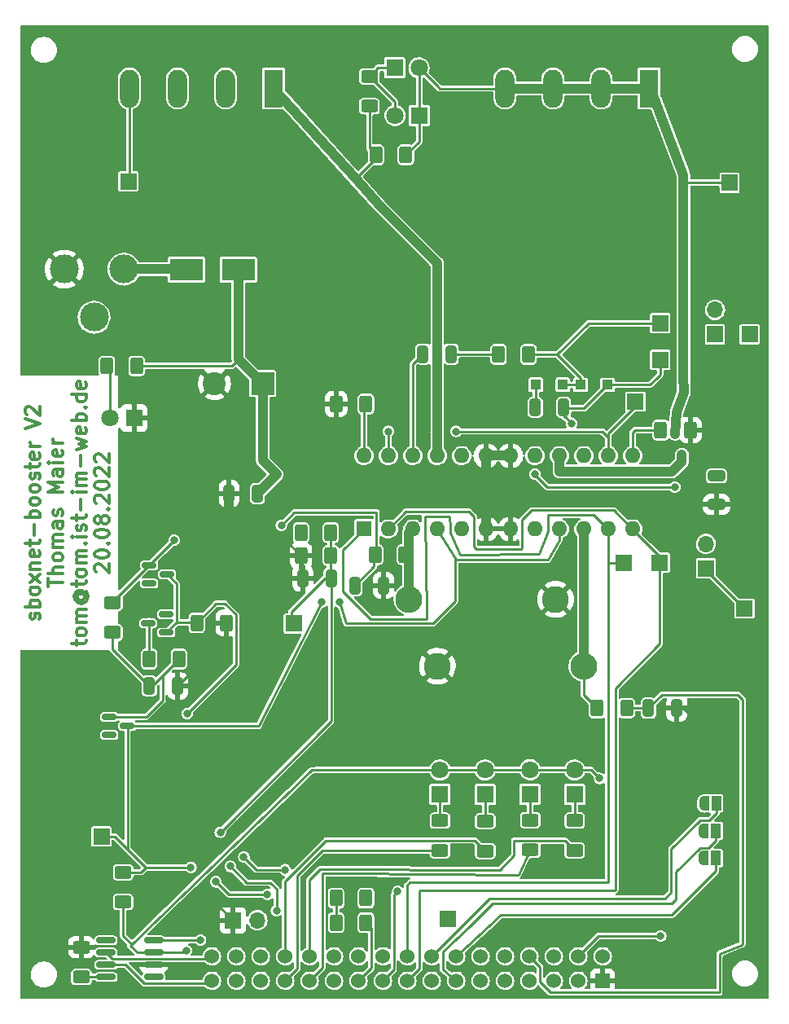
<source format=gbr>
G04 #@! TF.GenerationSoftware,KiCad,Pcbnew,6.0.7-f9a2dced07~116~ubuntu20.04.1*
G04 #@! TF.CreationDate,2022-08-19T20:43:36+02:00*
G04 #@! TF.ProjectId,sboxnet-booster,73626f78-6e65-4742-9d62-6f6f73746572,rev?*
G04 #@! TF.SameCoordinates,Original*
G04 #@! TF.FileFunction,Copper,L1,Top*
G04 #@! TF.FilePolarity,Positive*
%FSLAX46Y46*%
G04 Gerber Fmt 4.6, Leading zero omitted, Abs format (unit mm)*
G04 Created by KiCad (PCBNEW 6.0.7-f9a2dced07~116~ubuntu20.04.1) date 2022-08-19 20:43:36*
%MOMM*%
%LPD*%
G01*
G04 APERTURE LIST*
G04 Aperture macros list*
%AMRoundRect*
0 Rectangle with rounded corners*
0 $1 Rounding radius*
0 $2 $3 $4 $5 $6 $7 $8 $9 X,Y pos of 4 corners*
0 Add a 4 corners polygon primitive as box body*
4,1,4,$2,$3,$4,$5,$6,$7,$8,$9,$2,$3,0*
0 Add four circle primitives for the rounded corners*
1,1,$1+$1,$2,$3*
1,1,$1+$1,$4,$5*
1,1,$1+$1,$6,$7*
1,1,$1+$1,$8,$9*
0 Add four rect primitives between the rounded corners*
20,1,$1+$1,$2,$3,$4,$5,0*
20,1,$1+$1,$4,$5,$6,$7,0*
20,1,$1+$1,$6,$7,$8,$9,0*
20,1,$1+$1,$8,$9,$2,$3,0*%
%AMFreePoly0*
4,1,22,0.550000,-0.750000,0.000000,-0.750000,0.000000,-0.745033,-0.079941,-0.743568,-0.215256,-0.701293,-0.333266,-0.622738,-0.424486,-0.514219,-0.481581,-0.384460,-0.499164,-0.250000,-0.500000,-0.250000,-0.500000,0.250000,-0.499164,0.250000,-0.499963,0.256109,-0.478152,0.396186,-0.417904,0.524511,-0.324060,0.630769,-0.204165,0.706417,-0.067858,0.745374,0.000000,0.744959,0.000000,0.750000,
0.550000,0.750000,0.550000,-0.750000,0.550000,-0.750000,$1*%
%AMFreePoly1*
4,1,20,0.000000,0.744959,0.073905,0.744508,0.209726,0.703889,0.328688,0.626782,0.421226,0.519385,0.479903,0.390333,0.500000,0.250000,0.500000,-0.250000,0.499851,-0.262216,0.476331,-0.402017,0.414519,-0.529596,0.319384,-0.634700,0.198574,-0.708877,0.061801,-0.746166,0.000000,-0.745033,0.000000,-0.750000,-0.550000,-0.750000,-0.550000,0.750000,0.000000,0.750000,0.000000,0.744959,
0.000000,0.744959,$1*%
G04 Aperture macros list end*
%ADD10C,0.300000*%
G04 #@! TA.AperFunction,NonConductor*
%ADD11C,0.300000*%
G04 #@! TD*
G04 #@! TA.AperFunction,ComponentPad*
%ADD12R,1.700000X1.700000*%
G04 #@! TD*
G04 #@! TA.AperFunction,SMDPad,CuDef*
%ADD13RoundRect,0.250000X0.625000X-0.400000X0.625000X0.400000X-0.625000X0.400000X-0.625000X-0.400000X0*%
G04 #@! TD*
G04 #@! TA.AperFunction,ComponentPad*
%ADD14R,1.980000X3.960000*%
G04 #@! TD*
G04 #@! TA.AperFunction,ComponentPad*
%ADD15O,1.980000X3.960000*%
G04 #@! TD*
G04 #@! TA.AperFunction,SMDPad,CuDef*
%ADD16RoundRect,0.250000X-0.625000X0.400000X-0.625000X-0.400000X0.625000X-0.400000X0.625000X0.400000X0*%
G04 #@! TD*
G04 #@! TA.AperFunction,SMDPad,CuDef*
%ADD17R,1.100000X1.100000*%
G04 #@! TD*
G04 #@! TA.AperFunction,ComponentPad*
%ADD18C,1.524000*%
G04 #@! TD*
G04 #@! TA.AperFunction,ComponentPad*
%ADD19R,1.524000X1.524000*%
G04 #@! TD*
G04 #@! TA.AperFunction,ComponentPad*
%ADD20R,1.800000X1.800000*%
G04 #@! TD*
G04 #@! TA.AperFunction,ComponentPad*
%ADD21C,1.800000*%
G04 #@! TD*
G04 #@! TA.AperFunction,SMDPad,CuDef*
%ADD22RoundRect,0.250000X-0.400000X-0.625000X0.400000X-0.625000X0.400000X0.625000X-0.400000X0.625000X0*%
G04 #@! TD*
G04 #@! TA.AperFunction,SMDPad,CuDef*
%ADD23RoundRect,0.250000X0.400000X0.625000X-0.400000X0.625000X-0.400000X-0.625000X0.400000X-0.625000X0*%
G04 #@! TD*
G04 #@! TA.AperFunction,SMDPad,CuDef*
%ADD24RoundRect,0.250000X-0.325000X-0.650000X0.325000X-0.650000X0.325000X0.650000X-0.325000X0.650000X0*%
G04 #@! TD*
G04 #@! TA.AperFunction,SMDPad,CuDef*
%ADD25RoundRect,0.250000X0.650000X-0.325000X0.650000X0.325000X-0.650000X0.325000X-0.650000X-0.325000X0*%
G04 #@! TD*
G04 #@! TA.AperFunction,SMDPad,CuDef*
%ADD26RoundRect,0.250000X0.325000X0.650000X-0.325000X0.650000X-0.325000X-0.650000X0.325000X-0.650000X0*%
G04 #@! TD*
G04 #@! TA.AperFunction,ComponentPad*
%ADD27R,1.600000X1.600000*%
G04 #@! TD*
G04 #@! TA.AperFunction,ComponentPad*
%ADD28O,1.600000X1.600000*%
G04 #@! TD*
G04 #@! TA.AperFunction,SMDPad,CuDef*
%ADD29RoundRect,0.150000X-0.587500X-0.150000X0.587500X-0.150000X0.587500X0.150000X-0.587500X0.150000X0*%
G04 #@! TD*
G04 #@! TA.AperFunction,SMDPad,CuDef*
%ADD30FreePoly0,0.000000*%
G04 #@! TD*
G04 #@! TA.AperFunction,SMDPad,CuDef*
%ADD31R,1.000000X1.500000*%
G04 #@! TD*
G04 #@! TA.AperFunction,SMDPad,CuDef*
%ADD32FreePoly1,0.000000*%
G04 #@! TD*
G04 #@! TA.AperFunction,ComponentPad*
%ADD33C,2.800000*%
G04 #@! TD*
G04 #@! TA.AperFunction,ComponentPad*
%ADD34O,2.800000X2.800000*%
G04 #@! TD*
G04 #@! TA.AperFunction,SMDPad,CuDef*
%ADD35R,3.500000X2.300000*%
G04 #@! TD*
G04 #@! TA.AperFunction,SMDPad,CuDef*
%ADD36RoundRect,0.150000X0.587500X0.150000X-0.587500X0.150000X-0.587500X-0.150000X0.587500X-0.150000X0*%
G04 #@! TD*
G04 #@! TA.AperFunction,ComponentPad*
%ADD37C,3.000000*%
G04 #@! TD*
G04 #@! TA.AperFunction,ComponentPad*
%ADD38O,1.700000X1.700000*%
G04 #@! TD*
G04 #@! TA.AperFunction,ComponentPad*
%ADD39R,2.400000X2.400000*%
G04 #@! TD*
G04 #@! TA.AperFunction,ComponentPad*
%ADD40C,2.400000*%
G04 #@! TD*
G04 #@! TA.AperFunction,SMDPad,CuDef*
%ADD41RoundRect,0.150000X0.825000X0.150000X-0.825000X0.150000X-0.825000X-0.150000X0.825000X-0.150000X0*%
G04 #@! TD*
G04 #@! TA.AperFunction,ViaPad*
%ADD42C,0.800000*%
G04 #@! TD*
G04 #@! TA.AperFunction,Conductor*
%ADD43C,0.250000*%
G04 #@! TD*
G04 #@! TA.AperFunction,Conductor*
%ADD44C,1.000000*%
G04 #@! TD*
G04 APERTURE END LIST*
D10*
D11*
X60184642Y-115871428D02*
X60256071Y-115728571D01*
X60256071Y-115442857D01*
X60184642Y-115300000D01*
X60041785Y-115228571D01*
X59970357Y-115228571D01*
X59827500Y-115300000D01*
X59756071Y-115442857D01*
X59756071Y-115657142D01*
X59684642Y-115800000D01*
X59541785Y-115871428D01*
X59470357Y-115871428D01*
X59327500Y-115800000D01*
X59256071Y-115657142D01*
X59256071Y-115442857D01*
X59327500Y-115300000D01*
X60256071Y-114585714D02*
X58756071Y-114585714D01*
X59327500Y-114585714D02*
X59256071Y-114442857D01*
X59256071Y-114157142D01*
X59327500Y-114014285D01*
X59398928Y-113942857D01*
X59541785Y-113871428D01*
X59970357Y-113871428D01*
X60113214Y-113942857D01*
X60184642Y-114014285D01*
X60256071Y-114157142D01*
X60256071Y-114442857D01*
X60184642Y-114585714D01*
X60256071Y-113014285D02*
X60184642Y-113157142D01*
X60113214Y-113228571D01*
X59970357Y-113300000D01*
X59541785Y-113300000D01*
X59398928Y-113228571D01*
X59327500Y-113157142D01*
X59256071Y-113014285D01*
X59256071Y-112800000D01*
X59327500Y-112657142D01*
X59398928Y-112585714D01*
X59541785Y-112514285D01*
X59970357Y-112514285D01*
X60113214Y-112585714D01*
X60184642Y-112657142D01*
X60256071Y-112800000D01*
X60256071Y-113014285D01*
X60256071Y-112014285D02*
X59256071Y-111228571D01*
X59256071Y-112014285D02*
X60256071Y-111228571D01*
X59256071Y-110657142D02*
X60256071Y-110657142D01*
X59398928Y-110657142D02*
X59327500Y-110585714D01*
X59256071Y-110442857D01*
X59256071Y-110228571D01*
X59327500Y-110085714D01*
X59470357Y-110014285D01*
X60256071Y-110014285D01*
X60184642Y-108728571D02*
X60256071Y-108871428D01*
X60256071Y-109157142D01*
X60184642Y-109300000D01*
X60041785Y-109371428D01*
X59470357Y-109371428D01*
X59327500Y-109300000D01*
X59256071Y-109157142D01*
X59256071Y-108871428D01*
X59327500Y-108728571D01*
X59470357Y-108657142D01*
X59613214Y-108657142D01*
X59756071Y-109371428D01*
X59256071Y-108228571D02*
X59256071Y-107657142D01*
X58756071Y-108014285D02*
X60041785Y-108014285D01*
X60184642Y-107942857D01*
X60256071Y-107800000D01*
X60256071Y-107657142D01*
X59684642Y-107157142D02*
X59684642Y-106014285D01*
X60256071Y-105300000D02*
X58756071Y-105300000D01*
X59327500Y-105300000D02*
X59256071Y-105157142D01*
X59256071Y-104871428D01*
X59327500Y-104728571D01*
X59398928Y-104657142D01*
X59541785Y-104585714D01*
X59970357Y-104585714D01*
X60113214Y-104657142D01*
X60184642Y-104728571D01*
X60256071Y-104871428D01*
X60256071Y-105157142D01*
X60184642Y-105300000D01*
X60256071Y-103728571D02*
X60184642Y-103871428D01*
X60113214Y-103942857D01*
X59970357Y-104014285D01*
X59541785Y-104014285D01*
X59398928Y-103942857D01*
X59327500Y-103871428D01*
X59256071Y-103728571D01*
X59256071Y-103514285D01*
X59327500Y-103371428D01*
X59398928Y-103300000D01*
X59541785Y-103228571D01*
X59970357Y-103228571D01*
X60113214Y-103300000D01*
X60184642Y-103371428D01*
X60256071Y-103514285D01*
X60256071Y-103728571D01*
X60256071Y-102371428D02*
X60184642Y-102514285D01*
X60113214Y-102585714D01*
X59970357Y-102657142D01*
X59541785Y-102657142D01*
X59398928Y-102585714D01*
X59327500Y-102514285D01*
X59256071Y-102371428D01*
X59256071Y-102157142D01*
X59327500Y-102014285D01*
X59398928Y-101942857D01*
X59541785Y-101871428D01*
X59970357Y-101871428D01*
X60113214Y-101942857D01*
X60184642Y-102014285D01*
X60256071Y-102157142D01*
X60256071Y-102371428D01*
X60184642Y-101300000D02*
X60256071Y-101157142D01*
X60256071Y-100871428D01*
X60184642Y-100728571D01*
X60041785Y-100657142D01*
X59970357Y-100657142D01*
X59827500Y-100728571D01*
X59756071Y-100871428D01*
X59756071Y-101085714D01*
X59684642Y-101228571D01*
X59541785Y-101300000D01*
X59470357Y-101300000D01*
X59327500Y-101228571D01*
X59256071Y-101085714D01*
X59256071Y-100871428D01*
X59327500Y-100728571D01*
X59256071Y-100228571D02*
X59256071Y-99657142D01*
X58756071Y-100014285D02*
X60041785Y-100014285D01*
X60184642Y-99942857D01*
X60256071Y-99800000D01*
X60256071Y-99657142D01*
X60184642Y-98585714D02*
X60256071Y-98728571D01*
X60256071Y-99014285D01*
X60184642Y-99157142D01*
X60041785Y-99228571D01*
X59470357Y-99228571D01*
X59327500Y-99157142D01*
X59256071Y-99014285D01*
X59256071Y-98728571D01*
X59327500Y-98585714D01*
X59470357Y-98514285D01*
X59613214Y-98514285D01*
X59756071Y-99228571D01*
X60256071Y-97871428D02*
X59256071Y-97871428D01*
X59541785Y-97871428D02*
X59398928Y-97800000D01*
X59327500Y-97728571D01*
X59256071Y-97585714D01*
X59256071Y-97442857D01*
X58756071Y-96014285D02*
X60256071Y-95514285D01*
X58756071Y-95014285D01*
X58898928Y-94585714D02*
X58827500Y-94514285D01*
X58756071Y-94371428D01*
X58756071Y-94014285D01*
X58827500Y-93871428D01*
X58898928Y-93800000D01*
X59041785Y-93728571D01*
X59184642Y-93728571D01*
X59398928Y-93800000D01*
X60256071Y-94657142D01*
X60256071Y-93728571D01*
X61171071Y-112442857D02*
X61171071Y-111585714D01*
X62671071Y-112014285D02*
X61171071Y-112014285D01*
X62671071Y-111085714D02*
X61171071Y-111085714D01*
X62671071Y-110442857D02*
X61885357Y-110442857D01*
X61742500Y-110514285D01*
X61671071Y-110657142D01*
X61671071Y-110871428D01*
X61742500Y-111014285D01*
X61813928Y-111085714D01*
X62671071Y-109514285D02*
X62599642Y-109657142D01*
X62528214Y-109728571D01*
X62385357Y-109800000D01*
X61956785Y-109800000D01*
X61813928Y-109728571D01*
X61742500Y-109657142D01*
X61671071Y-109514285D01*
X61671071Y-109300000D01*
X61742500Y-109157142D01*
X61813928Y-109085714D01*
X61956785Y-109014285D01*
X62385357Y-109014285D01*
X62528214Y-109085714D01*
X62599642Y-109157142D01*
X62671071Y-109300000D01*
X62671071Y-109514285D01*
X62671071Y-108371428D02*
X61671071Y-108371428D01*
X61813928Y-108371428D02*
X61742500Y-108300000D01*
X61671071Y-108157142D01*
X61671071Y-107942857D01*
X61742500Y-107800000D01*
X61885357Y-107728571D01*
X62671071Y-107728571D01*
X61885357Y-107728571D02*
X61742500Y-107657142D01*
X61671071Y-107514285D01*
X61671071Y-107300000D01*
X61742500Y-107157142D01*
X61885357Y-107085714D01*
X62671071Y-107085714D01*
X62671071Y-105728571D02*
X61885357Y-105728571D01*
X61742500Y-105800000D01*
X61671071Y-105942857D01*
X61671071Y-106228571D01*
X61742500Y-106371428D01*
X62599642Y-105728571D02*
X62671071Y-105871428D01*
X62671071Y-106228571D01*
X62599642Y-106371428D01*
X62456785Y-106442857D01*
X62313928Y-106442857D01*
X62171071Y-106371428D01*
X62099642Y-106228571D01*
X62099642Y-105871428D01*
X62028214Y-105728571D01*
X62599642Y-105085714D02*
X62671071Y-104942857D01*
X62671071Y-104657142D01*
X62599642Y-104514285D01*
X62456785Y-104442857D01*
X62385357Y-104442857D01*
X62242500Y-104514285D01*
X62171071Y-104657142D01*
X62171071Y-104871428D01*
X62099642Y-105014285D01*
X61956785Y-105085714D01*
X61885357Y-105085714D01*
X61742500Y-105014285D01*
X61671071Y-104871428D01*
X61671071Y-104657142D01*
X61742500Y-104514285D01*
X62671071Y-102657142D02*
X61171071Y-102657142D01*
X62242500Y-102157142D01*
X61171071Y-101657142D01*
X62671071Y-101657142D01*
X62671071Y-100300000D02*
X61885357Y-100300000D01*
X61742500Y-100371428D01*
X61671071Y-100514285D01*
X61671071Y-100800000D01*
X61742500Y-100942857D01*
X62599642Y-100300000D02*
X62671071Y-100442857D01*
X62671071Y-100800000D01*
X62599642Y-100942857D01*
X62456785Y-101014285D01*
X62313928Y-101014285D01*
X62171071Y-100942857D01*
X62099642Y-100800000D01*
X62099642Y-100442857D01*
X62028214Y-100300000D01*
X62671071Y-99585714D02*
X61671071Y-99585714D01*
X61171071Y-99585714D02*
X61242500Y-99657142D01*
X61313928Y-99585714D01*
X61242500Y-99514285D01*
X61171071Y-99585714D01*
X61313928Y-99585714D01*
X62599642Y-98300000D02*
X62671071Y-98442857D01*
X62671071Y-98728571D01*
X62599642Y-98871428D01*
X62456785Y-98942857D01*
X61885357Y-98942857D01*
X61742500Y-98871428D01*
X61671071Y-98728571D01*
X61671071Y-98442857D01*
X61742500Y-98300000D01*
X61885357Y-98228571D01*
X62028214Y-98228571D01*
X62171071Y-98942857D01*
X62671071Y-97585714D02*
X61671071Y-97585714D01*
X61956785Y-97585714D02*
X61813928Y-97514285D01*
X61742500Y-97442857D01*
X61671071Y-97300000D01*
X61671071Y-97157142D01*
X64086071Y-118585714D02*
X64086071Y-118014285D01*
X63586071Y-118371428D02*
X64871785Y-118371428D01*
X65014642Y-118300000D01*
X65086071Y-118157142D01*
X65086071Y-118014285D01*
X65086071Y-117300000D02*
X65014642Y-117442857D01*
X64943214Y-117514285D01*
X64800357Y-117585714D01*
X64371785Y-117585714D01*
X64228928Y-117514285D01*
X64157500Y-117442857D01*
X64086071Y-117300000D01*
X64086071Y-117085714D01*
X64157500Y-116942857D01*
X64228928Y-116871428D01*
X64371785Y-116800000D01*
X64800357Y-116800000D01*
X64943214Y-116871428D01*
X65014642Y-116942857D01*
X65086071Y-117085714D01*
X65086071Y-117300000D01*
X65086071Y-116157142D02*
X64086071Y-116157142D01*
X64228928Y-116157142D02*
X64157500Y-116085714D01*
X64086071Y-115942857D01*
X64086071Y-115728571D01*
X64157500Y-115585714D01*
X64300357Y-115514285D01*
X65086071Y-115514285D01*
X64300357Y-115514285D02*
X64157500Y-115442857D01*
X64086071Y-115300000D01*
X64086071Y-115085714D01*
X64157500Y-114942857D01*
X64300357Y-114871428D01*
X65086071Y-114871428D01*
X64371785Y-113228571D02*
X64300357Y-113300000D01*
X64228928Y-113442857D01*
X64228928Y-113585714D01*
X64300357Y-113728571D01*
X64371785Y-113800000D01*
X64514642Y-113871428D01*
X64657500Y-113871428D01*
X64800357Y-113800000D01*
X64871785Y-113728571D01*
X64943214Y-113585714D01*
X64943214Y-113442857D01*
X64871785Y-113300000D01*
X64800357Y-113228571D01*
X64228928Y-113228571D02*
X64800357Y-113228571D01*
X64871785Y-113157142D01*
X64871785Y-113085714D01*
X64800357Y-112942857D01*
X64657500Y-112871428D01*
X64300357Y-112871428D01*
X64086071Y-113014285D01*
X63943214Y-113228571D01*
X63871785Y-113514285D01*
X63943214Y-113800000D01*
X64086071Y-114014285D01*
X64300357Y-114157142D01*
X64586071Y-114228571D01*
X64871785Y-114157142D01*
X65086071Y-114014285D01*
X65228928Y-113800000D01*
X65300357Y-113514285D01*
X65228928Y-113228571D01*
X65086071Y-113014285D01*
X64086071Y-112442857D02*
X64086071Y-111871428D01*
X63586071Y-112228571D02*
X64871785Y-112228571D01*
X65014642Y-112157142D01*
X65086071Y-112014285D01*
X65086071Y-111871428D01*
X65086071Y-111157142D02*
X65014642Y-111300000D01*
X64943214Y-111371428D01*
X64800357Y-111442857D01*
X64371785Y-111442857D01*
X64228928Y-111371428D01*
X64157500Y-111300000D01*
X64086071Y-111157142D01*
X64086071Y-110942857D01*
X64157500Y-110800000D01*
X64228928Y-110728571D01*
X64371785Y-110657142D01*
X64800357Y-110657142D01*
X64943214Y-110728571D01*
X65014642Y-110800000D01*
X65086071Y-110942857D01*
X65086071Y-111157142D01*
X65086071Y-110014285D02*
X64086071Y-110014285D01*
X64228928Y-110014285D02*
X64157500Y-109942857D01*
X64086071Y-109800000D01*
X64086071Y-109585714D01*
X64157500Y-109442857D01*
X64300357Y-109371428D01*
X65086071Y-109371428D01*
X64300357Y-109371428D02*
X64157500Y-109300000D01*
X64086071Y-109157142D01*
X64086071Y-108942857D01*
X64157500Y-108800000D01*
X64300357Y-108728571D01*
X65086071Y-108728571D01*
X64943214Y-108014285D02*
X65014642Y-107942857D01*
X65086071Y-108014285D01*
X65014642Y-108085714D01*
X64943214Y-108014285D01*
X65086071Y-108014285D01*
X65086071Y-107300000D02*
X64086071Y-107300000D01*
X63586071Y-107300000D02*
X63657500Y-107371428D01*
X63728928Y-107300000D01*
X63657500Y-107228571D01*
X63586071Y-107300000D01*
X63728928Y-107300000D01*
X65014642Y-106657142D02*
X65086071Y-106514285D01*
X65086071Y-106228571D01*
X65014642Y-106085714D01*
X64871785Y-106014285D01*
X64800357Y-106014285D01*
X64657500Y-106085714D01*
X64586071Y-106228571D01*
X64586071Y-106442857D01*
X64514642Y-106585714D01*
X64371785Y-106657142D01*
X64300357Y-106657142D01*
X64157500Y-106585714D01*
X64086071Y-106442857D01*
X64086071Y-106228571D01*
X64157500Y-106085714D01*
X64086071Y-105585714D02*
X64086071Y-105014285D01*
X63586071Y-105371428D02*
X64871785Y-105371428D01*
X65014642Y-105300000D01*
X65086071Y-105157142D01*
X65086071Y-105014285D01*
X64514642Y-104514285D02*
X64514642Y-103371428D01*
X65086071Y-102657142D02*
X64086071Y-102657142D01*
X63586071Y-102657142D02*
X63657500Y-102728571D01*
X63728928Y-102657142D01*
X63657500Y-102585714D01*
X63586071Y-102657142D01*
X63728928Y-102657142D01*
X65086071Y-101942857D02*
X64086071Y-101942857D01*
X64228928Y-101942857D02*
X64157500Y-101871428D01*
X64086071Y-101728571D01*
X64086071Y-101514285D01*
X64157500Y-101371428D01*
X64300357Y-101300000D01*
X65086071Y-101300000D01*
X64300357Y-101300000D02*
X64157500Y-101228571D01*
X64086071Y-101085714D01*
X64086071Y-100871428D01*
X64157500Y-100728571D01*
X64300357Y-100657142D01*
X65086071Y-100657142D01*
X64514642Y-99942857D02*
X64514642Y-98800000D01*
X64086071Y-98228571D02*
X65086071Y-97942857D01*
X64371785Y-97657142D01*
X65086071Y-97371428D01*
X64086071Y-97085714D01*
X65014642Y-95942857D02*
X65086071Y-96085714D01*
X65086071Y-96371428D01*
X65014642Y-96514285D01*
X64871785Y-96585714D01*
X64300357Y-96585714D01*
X64157500Y-96514285D01*
X64086071Y-96371428D01*
X64086071Y-96085714D01*
X64157500Y-95942857D01*
X64300357Y-95871428D01*
X64443214Y-95871428D01*
X64586071Y-96585714D01*
X65086071Y-95228571D02*
X63586071Y-95228571D01*
X64157500Y-95228571D02*
X64086071Y-95085714D01*
X64086071Y-94799999D01*
X64157500Y-94657142D01*
X64228928Y-94585714D01*
X64371785Y-94514285D01*
X64800357Y-94514285D01*
X64943214Y-94585714D01*
X65014642Y-94657142D01*
X65086071Y-94799999D01*
X65086071Y-95085714D01*
X65014642Y-95228571D01*
X64943214Y-93871428D02*
X65014642Y-93799999D01*
X65086071Y-93871428D01*
X65014642Y-93942857D01*
X64943214Y-93871428D01*
X65086071Y-93871428D01*
X65086071Y-92514285D02*
X63586071Y-92514285D01*
X65014642Y-92514285D02*
X65086071Y-92657142D01*
X65086071Y-92942857D01*
X65014642Y-93085714D01*
X64943214Y-93157142D01*
X64800357Y-93228571D01*
X64371785Y-93228571D01*
X64228928Y-93157142D01*
X64157500Y-93085714D01*
X64086071Y-92942857D01*
X64086071Y-92657142D01*
X64157500Y-92514285D01*
X65014642Y-91228571D02*
X65086071Y-91371428D01*
X65086071Y-91657142D01*
X65014642Y-91799999D01*
X64871785Y-91871428D01*
X64300357Y-91871428D01*
X64157500Y-91799999D01*
X64086071Y-91657142D01*
X64086071Y-91371428D01*
X64157500Y-91228571D01*
X64300357Y-91157142D01*
X64443214Y-91157142D01*
X64586071Y-91871428D01*
X66143928Y-110942857D02*
X66072500Y-110871428D01*
X66001071Y-110728571D01*
X66001071Y-110371428D01*
X66072500Y-110228571D01*
X66143928Y-110157142D01*
X66286785Y-110085714D01*
X66429642Y-110085714D01*
X66643928Y-110157142D01*
X67501071Y-111014285D01*
X67501071Y-110085714D01*
X66001071Y-109157142D02*
X66001071Y-109014285D01*
X66072500Y-108871428D01*
X66143928Y-108800000D01*
X66286785Y-108728571D01*
X66572500Y-108657142D01*
X66929642Y-108657142D01*
X67215357Y-108728571D01*
X67358214Y-108800000D01*
X67429642Y-108871428D01*
X67501071Y-109014285D01*
X67501071Y-109157142D01*
X67429642Y-109300000D01*
X67358214Y-109371428D01*
X67215357Y-109442857D01*
X66929642Y-109514285D01*
X66572500Y-109514285D01*
X66286785Y-109442857D01*
X66143928Y-109371428D01*
X66072500Y-109300000D01*
X66001071Y-109157142D01*
X67358214Y-108014285D02*
X67429642Y-107942857D01*
X67501071Y-108014285D01*
X67429642Y-108085714D01*
X67358214Y-108014285D01*
X67501071Y-108014285D01*
X66001071Y-107014285D02*
X66001071Y-106871428D01*
X66072500Y-106728571D01*
X66143928Y-106657142D01*
X66286785Y-106585714D01*
X66572500Y-106514285D01*
X66929642Y-106514285D01*
X67215357Y-106585714D01*
X67358214Y-106657142D01*
X67429642Y-106728571D01*
X67501071Y-106871428D01*
X67501071Y-107014285D01*
X67429642Y-107157142D01*
X67358214Y-107228571D01*
X67215357Y-107300000D01*
X66929642Y-107371428D01*
X66572500Y-107371428D01*
X66286785Y-107300000D01*
X66143928Y-107228571D01*
X66072500Y-107157142D01*
X66001071Y-107014285D01*
X66643928Y-105657142D02*
X66572500Y-105800000D01*
X66501071Y-105871428D01*
X66358214Y-105942857D01*
X66286785Y-105942857D01*
X66143928Y-105871428D01*
X66072500Y-105800000D01*
X66001071Y-105657142D01*
X66001071Y-105371428D01*
X66072500Y-105228571D01*
X66143928Y-105157142D01*
X66286785Y-105085714D01*
X66358214Y-105085714D01*
X66501071Y-105157142D01*
X66572500Y-105228571D01*
X66643928Y-105371428D01*
X66643928Y-105657142D01*
X66715357Y-105800000D01*
X66786785Y-105871428D01*
X66929642Y-105942857D01*
X67215357Y-105942857D01*
X67358214Y-105871428D01*
X67429642Y-105800000D01*
X67501071Y-105657142D01*
X67501071Y-105371428D01*
X67429642Y-105228571D01*
X67358214Y-105157142D01*
X67215357Y-105085714D01*
X66929642Y-105085714D01*
X66786785Y-105157142D01*
X66715357Y-105228571D01*
X66643928Y-105371428D01*
X67358214Y-104442857D02*
X67429642Y-104371428D01*
X67501071Y-104442857D01*
X67429642Y-104514285D01*
X67358214Y-104442857D01*
X67501071Y-104442857D01*
X66143928Y-103800000D02*
X66072500Y-103728571D01*
X66001071Y-103585714D01*
X66001071Y-103228571D01*
X66072500Y-103085714D01*
X66143928Y-103014285D01*
X66286785Y-102942857D01*
X66429642Y-102942857D01*
X66643928Y-103014285D01*
X67501071Y-103871428D01*
X67501071Y-102942857D01*
X66001071Y-102014285D02*
X66001071Y-101871428D01*
X66072500Y-101728571D01*
X66143928Y-101657142D01*
X66286785Y-101585714D01*
X66572500Y-101514285D01*
X66929642Y-101514285D01*
X67215357Y-101585714D01*
X67358214Y-101657142D01*
X67429642Y-101728571D01*
X67501071Y-101871428D01*
X67501071Y-102014285D01*
X67429642Y-102157142D01*
X67358214Y-102228571D01*
X67215357Y-102300000D01*
X66929642Y-102371428D01*
X66572500Y-102371428D01*
X66286785Y-102300000D01*
X66143928Y-102228571D01*
X66072500Y-102157142D01*
X66001071Y-102014285D01*
X66143928Y-100942857D02*
X66072500Y-100871428D01*
X66001071Y-100728571D01*
X66001071Y-100371428D01*
X66072500Y-100228571D01*
X66143928Y-100157142D01*
X66286785Y-100085714D01*
X66429642Y-100085714D01*
X66643928Y-100157142D01*
X67501071Y-101014285D01*
X67501071Y-100085714D01*
X66143928Y-99514285D02*
X66072500Y-99442857D01*
X66001071Y-99300000D01*
X66001071Y-98942857D01*
X66072500Y-98800000D01*
X66143928Y-98728571D01*
X66286785Y-98657142D01*
X66429642Y-98657142D01*
X66643928Y-98728571D01*
X67501071Y-99585714D01*
X67501071Y-98657142D01*
D12*
X122210000Y-93250000D03*
D13*
X64600000Y-153050000D03*
X64600000Y-149950000D03*
D14*
X123660000Y-60700000D03*
D15*
X118660000Y-60700000D03*
X113660000Y-60700000D03*
X108660000Y-60700000D03*
D12*
X102750000Y-147000000D03*
D16*
X101900000Y-136800000D03*
X101900000Y-139900000D03*
D12*
X124800000Y-85100000D03*
D17*
X119312500Y-91510000D03*
X116512500Y-91510000D03*
D12*
X66700000Y-138450000D03*
D18*
X118810000Y-150900000D03*
D19*
X118810000Y-153440000D03*
D18*
X116270000Y-150900000D03*
X116270000Y-153440000D03*
X113730000Y-150900000D03*
X113730000Y-153440000D03*
X111190000Y-150900000D03*
X111190000Y-153440000D03*
X108650000Y-150900000D03*
X108650000Y-153440000D03*
X106110000Y-150900000D03*
X106110000Y-153440000D03*
X103570000Y-150900000D03*
X103570000Y-153440000D03*
X101030000Y-150900000D03*
X101030000Y-153440000D03*
X98490000Y-150900000D03*
X98490000Y-153440000D03*
X95950000Y-150900000D03*
X95950000Y-153440000D03*
X93410000Y-150900000D03*
X93410000Y-153440000D03*
X90870000Y-150900000D03*
X90870000Y-153440000D03*
X88330000Y-150900000D03*
X88330000Y-153440000D03*
X85790000Y-150900000D03*
X85790000Y-153440000D03*
X83250000Y-150900000D03*
X83250000Y-153440000D03*
X80710000Y-150900000D03*
X80710000Y-153440000D03*
X78170000Y-150900000D03*
X78170000Y-153440000D03*
D13*
X68950000Y-145250000D03*
X68950000Y-142150000D03*
D12*
X134100000Y-86250000D03*
D20*
X97175000Y-58550000D03*
D21*
X99715000Y-58550000D03*
D22*
X118200000Y-125100000D03*
X121300000Y-125100000D03*
D23*
X98250000Y-109150000D03*
X95150000Y-109150000D03*
D22*
X67250000Y-89550000D03*
X70350000Y-89550000D03*
D24*
X100125000Y-88300000D03*
X103075000Y-88300000D03*
D25*
X130650000Y-103925000D03*
X130650000Y-100975000D03*
D22*
X71650000Y-120000000D03*
X74750000Y-120000000D03*
D12*
X69500000Y-70350000D03*
D22*
X87450000Y-109250000D03*
X90550000Y-109250000D03*
D26*
X96025000Y-112350000D03*
X93075000Y-112350000D03*
D16*
X115900000Y-136800000D03*
X115900000Y-139900000D03*
D27*
X93995000Y-106480000D03*
D28*
X96535000Y-106480000D03*
X99075000Y-106480000D03*
X101615000Y-106480000D03*
X104155000Y-106480000D03*
X106695000Y-106480000D03*
X109235000Y-106480000D03*
X111775000Y-106480000D03*
X114315000Y-106480000D03*
X116855000Y-106480000D03*
X119395000Y-106480000D03*
X121935000Y-106480000D03*
X121935000Y-98860000D03*
X119395000Y-98860000D03*
X116855000Y-98860000D03*
X114315000Y-98860000D03*
X111775000Y-98860000D03*
X109235000Y-98860000D03*
X106695000Y-98860000D03*
X104155000Y-98860000D03*
X101615000Y-98860000D03*
X99075000Y-98860000D03*
X96535000Y-98860000D03*
X93995000Y-98860000D03*
D29*
X67512500Y-126000000D03*
X67512500Y-127900000D03*
X69387500Y-126950000D03*
D24*
X123575000Y-125100000D03*
X126525000Y-125100000D03*
X71675000Y-122800000D03*
X74625000Y-122800000D03*
D30*
X129300000Y-137857500D03*
D31*
X130600000Y-137857500D03*
D32*
X131900000Y-137857500D03*
D33*
X113920000Y-113800000D03*
D34*
X98680000Y-113800000D03*
D22*
X91100000Y-147400000D03*
X94200000Y-147400000D03*
D20*
X70075000Y-94950000D03*
D21*
X67535000Y-94950000D03*
D35*
X80930000Y-79540000D03*
X75530000Y-79540000D03*
D30*
X129300000Y-140692500D03*
D31*
X130600000Y-140692500D03*
D32*
X131900000Y-140692500D03*
D36*
X73437500Y-117250000D03*
X73437500Y-115350000D03*
X71562500Y-116300000D03*
D37*
X69030000Y-79480000D03*
X65930000Y-84480000D03*
X62830000Y-79480000D03*
D12*
X132000000Y-70500000D03*
D33*
X101630000Y-120750000D03*
D34*
X116870000Y-120750000D03*
D20*
X115900000Y-134075000D03*
D21*
X115900000Y-131535000D03*
D12*
X124800000Y-88900000D03*
D22*
X91100000Y-93500000D03*
X94200000Y-93500000D03*
X95250000Y-67600000D03*
X98350000Y-67600000D03*
D12*
X124750000Y-109982000D03*
D17*
X114670000Y-91500000D03*
X111870000Y-91500000D03*
D22*
X108000000Y-88350000D03*
X111100000Y-88350000D03*
D16*
X111300000Y-136750000D03*
X111300000Y-139850000D03*
D20*
X101900000Y-134075000D03*
D21*
X101900000Y-131535000D03*
D23*
X127950000Y-96200000D03*
X124850000Y-96200000D03*
D13*
X67850000Y-117250000D03*
X67850000Y-114150000D03*
D16*
X106600000Y-136850000D03*
X106600000Y-139950000D03*
D29*
X71662500Y-110250000D03*
X71662500Y-112150000D03*
X73537500Y-111200000D03*
D24*
X87625000Y-111600000D03*
X90575000Y-111600000D03*
D12*
X121000000Y-109982000D03*
D14*
X84600000Y-60700000D03*
D15*
X79600000Y-60700000D03*
X74600000Y-60700000D03*
X69600000Y-60700000D03*
D30*
X129350000Y-135007500D03*
D31*
X130650000Y-135007500D03*
D32*
X131950000Y-135007500D03*
D22*
X76600000Y-116250000D03*
X79700000Y-116250000D03*
D12*
X130490000Y-86250000D03*
D38*
X130490000Y-83710000D03*
D39*
X83453959Y-91380000D03*
D40*
X78453959Y-91380000D03*
D13*
X94550000Y-62550000D03*
X94550000Y-59450000D03*
D12*
X86700000Y-116300000D03*
X133550000Y-114750000D03*
D20*
X99750000Y-63500000D03*
D21*
X97210000Y-63500000D03*
D24*
X79975000Y-102800000D03*
X82925000Y-102800000D03*
D12*
X129550000Y-110575000D03*
D38*
X129550000Y-108035000D03*
D41*
X72125000Y-153055000D03*
X72125000Y-151785000D03*
X72125000Y-150515000D03*
X72125000Y-149245000D03*
X67175000Y-149245000D03*
X67175000Y-150515000D03*
X67175000Y-151785000D03*
X67175000Y-153055000D03*
D20*
X111250000Y-134050000D03*
D21*
X111250000Y-131510000D03*
D23*
X90550000Y-106850000D03*
X87450000Y-106850000D03*
X94200000Y-144850000D03*
X91100000Y-144850000D03*
D20*
X106600000Y-134075000D03*
D21*
X106600000Y-131535000D03*
D24*
X111805000Y-93840000D03*
X114755000Y-93840000D03*
D12*
X80375000Y-147150000D03*
D38*
X82915000Y-147150000D03*
D42*
X96025000Y-112350000D03*
X87612500Y-111587500D03*
X74625000Y-122800000D03*
X64700000Y-149800000D03*
X78800000Y-144500000D03*
X74700000Y-152550000D03*
X85400000Y-106100000D03*
X94200000Y-144850000D03*
X118500000Y-132400000D03*
X124850000Y-148790000D03*
X129350000Y-135007500D03*
X75500000Y-150300000D03*
X129300000Y-140692500D03*
X129300000Y-137857500D03*
X84900000Y-146150000D03*
X80100000Y-141550000D03*
X75600000Y-125650000D03*
X74256250Y-107656250D03*
X103580000Y-96340000D03*
X96515000Y-96340000D03*
X78600000Y-143150000D03*
X97500000Y-144150000D03*
X76000000Y-141650000D03*
X83950000Y-144450000D03*
X89600000Y-114100000D03*
X91475000Y-114075000D03*
X84912500Y-100812500D03*
X111775000Y-100785000D03*
X126300000Y-102130000D03*
X87450000Y-106850000D03*
X111875000Y-93950000D03*
X130650000Y-100975000D03*
X85800000Y-141900000D03*
X81500000Y-140600000D03*
X79050000Y-138000000D03*
X91100000Y-147400000D03*
X126350000Y-96600000D03*
X127050000Y-98750000D03*
X115570000Y-95504000D03*
X77000000Y-149200000D03*
D43*
X119395000Y-96585000D02*
X122210000Y-93770000D01*
X122210000Y-93770000D02*
X122210000Y-93250000D01*
D44*
X106675000Y-102875000D02*
X105950000Y-102150000D01*
X105950000Y-102150000D02*
X106695000Y-101405000D01*
D43*
X78800000Y-145575000D02*
X80375000Y-147150000D01*
D44*
X80200000Y-105750000D02*
X79975000Y-105525000D01*
D43*
X72125000Y-151785000D02*
X72210000Y-151700000D01*
X72210000Y-151700000D02*
X74500000Y-151700000D01*
X74700000Y-151900000D02*
X74700000Y-152550000D01*
X87612500Y-111587500D02*
X87625000Y-111600000D01*
D44*
X106675000Y-106500000D02*
X106675000Y-102875000D01*
D43*
X127950000Y-103500000D02*
X127700000Y-103750000D01*
X131900000Y-147600000D02*
X126060000Y-153440000D01*
D44*
X106695000Y-98860000D02*
X109235000Y-98860000D01*
X87100000Y-102150000D02*
X83500000Y-105750000D01*
D43*
X74500000Y-151700000D02*
X74700000Y-151900000D01*
X131950000Y-129825000D02*
X126525000Y-124400000D01*
X87450000Y-109250000D02*
X87450000Y-111425000D01*
X87450000Y-109250000D02*
X83950000Y-105750000D01*
D44*
X105950000Y-102150000D02*
X90600000Y-102150000D01*
D43*
X128375000Y-103925000D02*
X127950000Y-103500000D01*
X127950000Y-96200000D02*
X127950000Y-103500000D01*
D44*
X83500000Y-105750000D02*
X80200000Y-105750000D01*
D43*
X130650000Y-103925000D02*
X128375000Y-103925000D01*
X87450000Y-111425000D02*
X87612500Y-111587500D01*
X91100000Y-93500000D02*
X91100000Y-101650000D01*
D44*
X106695000Y-101405000D02*
X106695000Y-98860000D01*
D43*
X131950000Y-135007500D02*
X131950000Y-140642500D01*
D44*
X90600000Y-102150000D02*
X87100000Y-102150000D01*
D43*
X78800000Y-144500000D02*
X78800000Y-145575000D01*
D44*
X79975000Y-105525000D02*
X79975000Y-102800000D01*
D43*
X126060000Y-153440000D02*
X118810000Y-153440000D01*
X127700000Y-103750000D02*
X126550000Y-103750000D01*
X126550000Y-103750000D02*
X109100000Y-103750000D01*
X131950000Y-135007500D02*
X131950000Y-129825000D01*
X131950000Y-140642500D02*
X131900000Y-140692500D01*
X131900000Y-140692500D02*
X131900000Y-147600000D01*
X91100000Y-101650000D02*
X90600000Y-102150000D01*
X83950000Y-105750000D02*
X83500000Y-105750000D01*
X79700000Y-117725000D02*
X74625000Y-122800000D01*
X79700000Y-116250000D02*
X79700000Y-117725000D01*
X109100000Y-103750000D02*
X109215000Y-106500000D01*
X86750000Y-104750000D02*
X85400000Y-106100000D01*
X95300000Y-104750000D02*
X86750000Y-104750000D01*
X95050000Y-109600000D02*
X95300000Y-109350000D01*
X95050000Y-110375000D02*
X95050000Y-109600000D01*
X95300000Y-109350000D02*
X95300000Y-104750000D01*
X93075000Y-112350000D02*
X95050000Y-110375000D01*
X89235000Y-131535000D02*
X101900000Y-131535000D01*
X70415000Y-150515000D02*
X69700000Y-149800000D01*
X101900000Y-131535000D02*
X115900000Y-131535000D01*
X116270000Y-150900000D02*
X118410000Y-148760000D01*
X118410000Y-148760000D02*
X118440000Y-148790000D01*
X69827187Y-149677187D02*
X88600000Y-131550000D01*
X117635000Y-131535000D02*
X118500000Y-132400000D01*
X118440000Y-148790000D02*
X124850000Y-148790000D01*
X68950000Y-145250000D02*
X68950000Y-148800000D01*
X88600000Y-131550000D02*
X89235000Y-131535000D01*
X72125000Y-150515000D02*
X75285000Y-150515000D01*
X75285000Y-150515000D02*
X75500000Y-150300000D01*
X72125000Y-150515000D02*
X70415000Y-150515000D01*
X115900000Y-131535000D02*
X117635000Y-131535000D01*
X68950000Y-148800000D02*
X69827187Y-149677187D01*
X69700000Y-149800000D02*
X69827187Y-149677187D01*
X115900000Y-134075000D02*
X115900000Y-136800000D01*
X111250000Y-134050000D02*
X111250000Y-136700000D01*
X111250000Y-136700000D02*
X111300000Y-136750000D01*
X106600000Y-134075000D02*
X106600000Y-136850000D01*
X80675000Y-120575000D02*
X75600000Y-125650000D01*
X80675000Y-115386827D02*
X80675000Y-120575000D01*
X76537500Y-116187500D02*
X76600000Y-116250000D01*
X80100000Y-141550000D02*
X81800000Y-143250000D01*
X84900000Y-143900000D02*
X84900000Y-146150000D01*
X78600000Y-114250000D02*
X79538173Y-114250000D01*
X84250000Y-143250000D02*
X84900000Y-143900000D01*
X79538173Y-114250000D02*
X80675000Y-115386827D01*
X73537500Y-111200000D02*
X74500000Y-112162500D01*
X81800000Y-143250000D02*
X84250000Y-143250000D01*
X76600000Y-116250000D02*
X78600000Y-114250000D01*
X74500000Y-116187500D02*
X73437500Y-117250000D01*
X74500000Y-116187500D02*
X76537500Y-116187500D01*
X74500000Y-112162500D02*
X74500000Y-116187500D01*
X67850000Y-114062500D02*
X71662500Y-110250000D01*
X71662500Y-110250000D02*
X74256250Y-107656250D01*
X118770000Y-96340000D02*
X119395000Y-96965000D01*
X119395000Y-96965000D02*
X119395000Y-96585000D01*
X96535000Y-96360000D02*
X96535000Y-98860000D01*
X103580000Y-96340000D02*
X118770000Y-96340000D01*
X96515000Y-96340000D02*
X96535000Y-96360000D01*
X119395000Y-96965000D02*
X119395000Y-98860000D01*
X67850000Y-114150000D02*
X67850000Y-114062500D01*
X68950000Y-142150000D02*
X70800000Y-142150000D01*
X101500000Y-115950000D02*
X103455189Y-113994811D01*
X97500000Y-144150000D02*
X97089633Y-144560367D01*
X71300000Y-141650000D02*
X76000000Y-141650000D01*
X69387500Y-126950000D02*
X69400000Y-126962500D01*
X97089633Y-152300367D02*
X95950000Y-153440000D01*
X103455189Y-109544811D02*
X103550000Y-109700000D01*
X69550000Y-139900000D02*
X71300000Y-141650000D01*
X69400000Y-126962500D02*
X69400000Y-139750000D01*
X70800000Y-142150000D02*
X71300000Y-141650000D01*
X83050000Y-126950000D02*
X89600000Y-114100000D01*
X101595000Y-106500000D02*
X103455189Y-109544811D01*
X114295000Y-107655000D02*
X114295000Y-106500000D01*
X97089633Y-144560367D02*
X97089633Y-152300367D01*
X69387500Y-126950000D02*
X83050000Y-126950000D01*
X103455189Y-113994811D02*
X103455189Y-109544811D01*
X103550000Y-109700000D02*
X113150000Y-109650000D01*
X66700000Y-138450000D02*
X68100000Y-138450000D01*
X91475000Y-114075000D02*
X92150000Y-116300000D01*
X78600000Y-143150000D02*
X79900000Y-144450000D01*
X101150000Y-116300000D02*
X101500000Y-115950000D01*
X69400000Y-139750000D02*
X69550000Y-139900000D01*
X113150000Y-109650000D02*
X114295000Y-107655000D01*
X92150000Y-116300000D02*
X101150000Y-116300000D01*
X79900000Y-144450000D02*
X83950000Y-144450000D01*
X68100000Y-138450000D02*
X69550000Y-139900000D01*
D44*
X83453959Y-99353959D02*
X84912500Y-100812500D01*
D43*
X80236041Y-89550000D02*
X80930000Y-88856041D01*
X111775000Y-100785000D02*
X111775000Y-100835000D01*
D44*
X84912500Y-100812500D02*
X82925000Y-102800000D01*
D43*
X111850000Y-91750000D02*
X111850000Y-93925000D01*
X113070000Y-102130000D02*
X126300000Y-102130000D01*
X70350000Y-89550000D02*
X80236041Y-89550000D01*
X111775000Y-100835000D02*
X113070000Y-102130000D01*
D44*
X80930000Y-88856041D02*
X83453959Y-91380000D01*
X83453959Y-91380000D02*
X83453959Y-99353959D01*
D43*
X111850000Y-93925000D02*
X111875000Y-93950000D01*
D44*
X80930000Y-79540000D02*
X80930000Y-88856041D01*
D43*
X95450000Y-58550000D02*
X97175000Y-58550000D01*
X94550000Y-59450000D02*
X95450000Y-58550000D01*
X94550000Y-59450000D02*
X97210000Y-62110000D01*
X97210000Y-62110000D02*
X97210000Y-63500000D01*
X92150000Y-142300000D02*
X89650000Y-142300000D01*
X89650000Y-152120000D02*
X88330000Y-153440000D01*
X110050000Y-142400000D02*
X92150000Y-142300000D01*
X89650000Y-142300000D02*
X89650000Y-152120000D01*
X111300000Y-139850000D02*
X110050000Y-142400000D01*
X94750000Y-152100000D02*
X93410000Y-153440000D01*
X94200000Y-147400000D02*
X94750000Y-147950000D01*
X94750000Y-147950000D02*
X94750000Y-152100000D01*
X105500000Y-138850000D02*
X90050000Y-138850000D01*
X90050000Y-138850000D02*
X85790000Y-143110000D01*
X106600000Y-139950000D02*
X105500000Y-138850000D01*
X85790000Y-143110000D02*
X85790000Y-150900000D01*
X109605550Y-140444450D02*
X108150000Y-141900000D01*
X101101261Y-141900000D02*
X96401264Y-141873743D01*
X115900000Y-139900000D02*
X114875000Y-138875000D01*
X89450000Y-141850000D02*
X88330000Y-142970000D01*
X114875000Y-138875000D02*
X109605550Y-138875000D01*
X96377521Y-141850000D02*
X89450000Y-141850000D01*
X108150000Y-141900000D02*
X101101261Y-141900000D01*
X109605550Y-138875000D02*
X109605550Y-140444450D01*
X88330000Y-142970000D02*
X88330000Y-150900000D01*
X96401264Y-141873743D02*
X96377521Y-141850000D01*
X111450000Y-104550000D02*
X119965000Y-104550000D01*
X124750000Y-118400000D02*
X120132831Y-123017169D01*
X124750000Y-109500000D02*
X124750000Y-118400000D01*
X120120662Y-144025000D02*
X99825000Y-144025000D01*
X120132831Y-123017169D02*
X120132831Y-144012831D01*
X110300000Y-108600000D02*
X110450000Y-108450000D01*
X105650000Y-108600000D02*
X110300000Y-108600000D01*
X99750000Y-144100000D02*
X99750000Y-152180000D01*
X99750000Y-152180000D02*
X98490000Y-153440000D01*
X121915000Y-106500000D02*
X124750000Y-109335000D01*
X120132831Y-144012831D02*
X120120662Y-144025000D01*
X104950000Y-104700000D02*
X105400000Y-105150000D01*
X105400000Y-108350000D02*
X105650000Y-108600000D01*
X96515000Y-106500000D02*
X98315000Y-104700000D01*
X105400000Y-105150000D02*
X105400000Y-108350000D01*
X98315000Y-104700000D02*
X104950000Y-104700000D01*
X99825000Y-144025000D02*
X99750000Y-144100000D01*
X124750000Y-109335000D02*
X124750000Y-109500000D01*
X110450000Y-108450000D02*
X110450000Y-105550000D01*
X119965000Y-104550000D02*
X121915000Y-106500000D01*
X110450000Y-105550000D02*
X111450000Y-104550000D01*
X119380000Y-109982000D02*
X119375000Y-109977000D01*
X102950000Y-106264009D02*
X102950000Y-106905991D01*
X102870000Y-105156000D02*
X102950000Y-106264009D01*
X113150000Y-105000000D02*
X117875000Y-105000000D01*
X100500000Y-115850000D02*
X100470000Y-115420000D01*
X98775000Y-143225000D02*
X119375000Y-143225000D01*
X112200000Y-109100000D02*
X113150000Y-106750000D01*
X121000000Y-109982000D02*
X119380000Y-109982000D01*
X91800000Y-108675000D02*
X91800000Y-112950000D01*
X100470000Y-115420000D02*
X100330000Y-105156000D01*
X102950000Y-106905991D02*
X104000000Y-109200000D01*
X104000000Y-109200000D02*
X112200000Y-109100000D01*
X93975000Y-106500000D02*
X91800000Y-108675000D01*
X113150000Y-106750000D02*
X113150000Y-105000000D01*
X94700000Y-115850000D02*
X100500000Y-115850000D01*
X119375000Y-109977000D02*
X119375000Y-106500000D01*
X119375000Y-143225000D02*
X119375000Y-109977000D01*
X117875000Y-105000000D02*
X119375000Y-106500000D01*
X98490000Y-143510000D02*
X98775000Y-143225000D01*
X100330000Y-105156000D02*
X102870000Y-105156000D01*
X91800000Y-112950000D02*
X94700000Y-115850000D01*
X98490000Y-150900000D02*
X98490000Y-143510000D01*
X90575000Y-111600000D02*
X90575000Y-126475000D01*
X81500000Y-140600000D02*
X82800000Y-141900000D01*
X89950000Y-111600000D02*
X90575000Y-111600000D01*
X90550000Y-106850000D02*
X90550000Y-109250000D01*
X90575000Y-126475000D02*
X79050000Y-138000000D01*
X86450000Y-115100000D02*
X89950000Y-111600000D01*
X82800000Y-141900000D02*
X85800000Y-141900000D01*
X86450000Y-116200000D02*
X86450000Y-115100000D01*
X90550000Y-109250000D02*
X90550000Y-111575000D01*
X90550000Y-111575000D02*
X90575000Y-111600000D01*
X91100000Y-147400000D02*
X91100000Y-144850000D01*
X67535000Y-89835000D02*
X67535000Y-94950000D01*
X67250000Y-89550000D02*
X67535000Y-89835000D01*
D44*
X75470000Y-79480000D02*
X75530000Y-79540000D01*
X69030000Y-79480000D02*
X75470000Y-79480000D01*
X108760000Y-60700000D02*
X113760000Y-60700000D01*
D43*
X108760000Y-60700000D02*
X101865000Y-60700000D01*
X127500000Y-70500000D02*
X127210000Y-70790000D01*
X101582500Y-60417500D02*
X101715000Y-60550000D01*
X101865000Y-60700000D02*
X101582500Y-60417500D01*
X99750000Y-58585000D02*
X99715000Y-58550000D01*
D44*
X126500000Y-94350000D02*
X127250000Y-92350000D01*
X127210000Y-69710000D02*
X123760000Y-60700000D01*
X127250000Y-92350000D02*
X127210000Y-90460000D01*
D43*
X99750000Y-66200000D02*
X99750000Y-63500000D01*
X132000000Y-70500000D02*
X127500000Y-70500000D01*
X101715000Y-60550000D02*
X101750000Y-60550000D01*
D44*
X127210000Y-90460000D02*
X127210000Y-70790000D01*
D43*
X99750000Y-63500000D02*
X99750000Y-58585000D01*
D44*
X127210000Y-70790000D02*
X127210000Y-69710000D01*
X113760000Y-60700000D02*
X118760000Y-60700000D01*
D43*
X99715000Y-58550000D02*
X101582500Y-60417500D01*
D44*
X118760000Y-60700000D02*
X123760000Y-60700000D01*
X126350000Y-96600000D02*
X126500000Y-94350000D01*
D43*
X98350000Y-67600000D02*
X99750000Y-66200000D01*
D44*
X93109208Y-70090792D02*
X95700000Y-72950000D01*
D43*
X95250000Y-67600000D02*
X95250000Y-67950000D01*
X95250000Y-67600000D02*
X94550000Y-66900000D01*
X95250000Y-67950000D02*
X93109208Y-70090792D01*
X69600000Y-70250000D02*
X69500000Y-70350000D01*
X94550000Y-66900000D02*
X94550000Y-62550000D01*
X69600000Y-60700000D02*
X69600000Y-70250000D01*
D44*
X93109208Y-70090792D02*
X84600000Y-60700000D01*
X101595000Y-78845000D02*
X101595000Y-96340000D01*
X101595000Y-96340000D02*
X101615000Y-96360000D01*
X101615000Y-96360000D02*
X101615000Y-98860000D01*
X95700000Y-72950000D02*
X101595000Y-78845000D01*
X114315000Y-98860000D02*
X114315000Y-100495000D01*
X114315000Y-100495000D02*
X126035000Y-100495000D01*
X126035000Y-100495000D02*
X127050000Y-99480000D01*
X127050000Y-99480000D02*
X127050000Y-98750000D01*
D43*
X129550000Y-110575000D02*
X129550000Y-110750000D01*
X129550000Y-110750000D02*
X133550000Y-114750000D01*
D44*
X98680000Y-113800000D02*
X98680000Y-106875000D01*
D43*
X98680000Y-106875000D02*
X99055000Y-106500000D01*
X132850000Y-123700000D02*
X124975000Y-123700000D01*
X124975000Y-123700000D02*
X123575000Y-125100000D01*
X133300000Y-149700000D02*
X133350000Y-149600000D01*
X121300000Y-125100000D02*
X123575000Y-125100000D01*
X111190000Y-150900000D02*
X112277000Y-151987000D01*
X133350000Y-124200000D02*
X132850000Y-123700000D01*
X112277000Y-151987000D02*
X112277000Y-153527000D01*
X130950000Y-150650000D02*
X133300000Y-149700000D01*
X113400000Y-154650000D02*
X130950000Y-154650000D01*
X133350000Y-149600000D02*
X133350000Y-124200000D01*
X112277000Y-153527000D02*
X113400000Y-154650000D01*
X130950000Y-154650000D02*
X130950000Y-150650000D01*
X67850000Y-117250000D02*
X67850000Y-118975000D01*
X73050000Y-121700000D02*
X73050000Y-124300000D01*
X71675000Y-122800000D02*
X71950000Y-122800000D01*
X73050000Y-124300000D02*
X71350000Y-126000000D01*
X74750000Y-120000000D02*
X73150000Y-121600000D01*
X71950000Y-122800000D02*
X73150000Y-121600000D01*
X71350000Y-126000000D02*
X67512500Y-126000000D01*
X67850000Y-118975000D02*
X71675000Y-122800000D01*
X73150000Y-121600000D02*
X73050000Y-121700000D01*
X71650000Y-120000000D02*
X71650000Y-116050000D01*
X77930000Y-153680000D02*
X78170000Y-153440000D01*
X71103249Y-153680000D02*
X77930000Y-153680000D01*
X69208249Y-151785000D02*
X71103249Y-153680000D01*
X67175000Y-151785000D02*
X69208249Y-151785000D01*
X67820000Y-151160000D02*
X77910000Y-151160000D01*
X67175000Y-150515000D02*
X67820000Y-151160000D01*
X77910000Y-151160000D02*
X78170000Y-150900000D01*
X101900000Y-134075000D02*
X101900000Y-136800000D01*
X101900000Y-139900000D02*
X89650000Y-139900000D01*
X87050000Y-142500000D02*
X87050000Y-152180000D01*
X87050000Y-152180000D02*
X85790000Y-153440000D01*
X89650000Y-139900000D02*
X87050000Y-142500000D01*
X123808065Y-91408065D02*
X124350000Y-90900000D01*
X124350000Y-90900000D02*
X124800000Y-90450000D01*
X114825000Y-93950000D02*
X114825000Y-94895000D01*
X124800000Y-90450000D02*
X124800000Y-88900000D01*
X114961000Y-94895000D02*
X115570000Y-95504000D01*
X114825000Y-94895000D02*
X114961000Y-94895000D01*
X114825000Y-93950000D02*
X116872500Y-93950000D01*
X119312500Y-91510000D02*
X123706130Y-91510000D01*
X123706130Y-91510000D02*
X123808065Y-91408065D01*
X116872500Y-93950000D02*
X119312500Y-91510000D01*
X103075000Y-88300000D02*
X108400000Y-88300000D01*
X108400000Y-88300000D02*
X108350000Y-88350000D01*
X108350000Y-88350000D02*
X108000000Y-88350000D01*
X99075000Y-96360000D02*
X99075000Y-98860000D01*
X99055000Y-96340000D02*
X99075000Y-96360000D01*
X99055000Y-89370000D02*
X99055000Y-96340000D01*
X100125000Y-88300000D02*
X99055000Y-89370000D01*
X111100000Y-88350000D02*
X114100000Y-88350000D01*
X117350000Y-85100000D02*
X124800000Y-85100000D01*
X114100000Y-88350000D02*
X116512500Y-90762500D01*
X116512500Y-90762500D02*
X116512500Y-91510000D01*
X114670000Y-91500000D02*
X116502500Y-91500000D01*
X114100000Y-88350000D02*
X117350000Y-85100000D01*
X116502500Y-91500000D02*
X116512500Y-91510000D01*
X125950000Y-139750000D02*
X128950000Y-136750000D01*
X107030000Y-144900000D02*
X125300000Y-144900000D01*
X125950000Y-144250000D02*
X125950000Y-139750000D01*
X129907500Y-136750000D02*
X130650000Y-136007500D01*
X130650000Y-136007500D02*
X130650000Y-135007500D01*
X128950000Y-136750000D02*
X129907500Y-136750000D01*
X101030000Y-150900000D02*
X107030000Y-144900000D01*
X125300000Y-144900000D02*
X125950000Y-144250000D01*
X128932500Y-139617500D02*
X129840000Y-139617500D01*
X126450000Y-142100000D02*
X128932500Y-139617500D01*
X104986757Y-147773243D02*
X107350000Y-145410000D01*
X102220000Y-152300000D02*
X103570000Y-153440000D01*
X102210000Y-150410000D02*
X102220000Y-152300000D01*
X104973243Y-147773243D02*
X102210000Y-150410000D01*
X130600000Y-138857500D02*
X130600000Y-137857500D01*
X126450000Y-144940000D02*
X126450000Y-142100000D01*
X125980000Y-145410000D02*
X126450000Y-144940000D01*
X129840000Y-139617500D02*
X130600000Y-138857500D01*
X104973243Y-147773243D02*
X104986757Y-147773243D01*
X107350000Y-145410000D02*
X125980000Y-145410000D01*
X130600000Y-142002120D02*
X130600000Y-140692500D01*
X126002120Y-146600000D02*
X130600000Y-142002120D01*
X103570000Y-150900000D02*
X108250000Y-146600000D01*
X108250000Y-146600000D02*
X126002120Y-146600000D01*
D44*
X116870000Y-106535000D02*
X116835000Y-106500000D01*
X116870000Y-120750000D02*
X116870000Y-106535000D01*
D43*
X116870000Y-123770000D02*
X118200000Y-125100000D01*
X116870000Y-120750000D02*
X116870000Y-123770000D01*
X93995000Y-93705000D02*
X93995000Y-98860000D01*
X94200000Y-93500000D02*
X93995000Y-93705000D01*
X94200000Y-93500000D02*
X93975000Y-93725000D01*
X122190000Y-96200000D02*
X124850000Y-96200000D01*
X121935000Y-96455000D02*
X122190000Y-96200000D01*
X121935000Y-98860000D02*
X121935000Y-96455000D01*
X72125000Y-149245000D02*
X77000000Y-149200000D01*
X67175000Y-153055000D02*
X67170000Y-153050000D01*
X67080000Y-153150000D02*
X67175000Y-153055000D01*
X67170000Y-153050000D02*
X64600000Y-153050000D01*
G04 #@! TA.AperFunction,Conductor*
G36*
X136051121Y-54186502D02*
G01*
X136097614Y-54240158D01*
X136109000Y-54292500D01*
X136109000Y-155147500D01*
X136088998Y-155215621D01*
X136035342Y-155262114D01*
X135983000Y-155273500D01*
X58351000Y-155273500D01*
X58282879Y-155253498D01*
X58236386Y-155199842D01*
X58225000Y-155147500D01*
X58225000Y-152800000D01*
X59344341Y-152800000D01*
X59364937Y-153035408D01*
X59366361Y-153040722D01*
X59366361Y-153040723D01*
X59405288Y-153186000D01*
X59426097Y-153263663D01*
X59428419Y-153268643D01*
X59428420Y-153268645D01*
X59522552Y-153470509D01*
X59525965Y-153477829D01*
X59661505Y-153671401D01*
X59828599Y-153838495D01*
X60022171Y-153974035D01*
X60027149Y-153976356D01*
X60027152Y-153976358D01*
X60231355Y-154071580D01*
X60236337Y-154073903D01*
X60241645Y-154075325D01*
X60241647Y-154075326D01*
X60459277Y-154133639D01*
X60464592Y-154135063D01*
X60567682Y-154144082D01*
X60638310Y-154150262D01*
X60638317Y-154150262D01*
X60641034Y-154150500D01*
X60758966Y-154150500D01*
X60761683Y-154150262D01*
X60761690Y-154150262D01*
X60832318Y-154144082D01*
X60935408Y-154135063D01*
X60940723Y-154133639D01*
X61158353Y-154075326D01*
X61158355Y-154075325D01*
X61163663Y-154073903D01*
X61168645Y-154071580D01*
X61372848Y-153976358D01*
X61372851Y-153976356D01*
X61377829Y-153974035D01*
X61571401Y-153838495D01*
X61738495Y-153671401D01*
X61741655Y-153666889D01*
X61855827Y-153503834D01*
X63524500Y-153503834D01*
X63527481Y-153535369D01*
X63572366Y-153663184D01*
X63577958Y-153670754D01*
X63577959Y-153670757D01*
X63595127Y-153694000D01*
X63652850Y-153772150D01*
X63660421Y-153777742D01*
X63754243Y-153847041D01*
X63754246Y-153847042D01*
X63761816Y-153852634D01*
X63889631Y-153897519D01*
X63897277Y-153898242D01*
X63897278Y-153898242D01*
X63903248Y-153898806D01*
X63921166Y-153900500D01*
X65278834Y-153900500D01*
X65296752Y-153898806D01*
X65302722Y-153898242D01*
X65302723Y-153898242D01*
X65310369Y-153897519D01*
X65438184Y-153852634D01*
X65445754Y-153847042D01*
X65445757Y-153847041D01*
X65539579Y-153777742D01*
X65547150Y-153772150D01*
X65604873Y-153694000D01*
X65622041Y-153670757D01*
X65622042Y-153670754D01*
X65627634Y-153663184D01*
X65672519Y-153535369D01*
X65675500Y-153503834D01*
X65675500Y-153500868D01*
X65675640Y-153497901D01*
X65676544Y-153497944D01*
X65695502Y-153433379D01*
X65749158Y-153386886D01*
X65801500Y-153375500D01*
X65972523Y-153375500D01*
X66040644Y-153395502D01*
X66061541Y-153412327D01*
X66122168Y-153472848D01*
X66143650Y-153494293D01*
X66248482Y-153545536D01*
X66278973Y-153549984D01*
X66312256Y-153554840D01*
X66312260Y-153554840D01*
X66316782Y-153555500D01*
X68033218Y-153555500D01*
X68037768Y-153554830D01*
X68037771Y-153554830D01*
X68092426Y-153546784D01*
X68092427Y-153546784D01*
X68102112Y-153545358D01*
X68152008Y-153520860D01*
X68197507Y-153498522D01*
X68197509Y-153498521D01*
X68206855Y-153493932D01*
X68268041Y-153432639D01*
X68281935Y-153418721D01*
X68281935Y-153418720D01*
X68289293Y-153411350D01*
X68298667Y-153392174D01*
X68336240Y-153315306D01*
X68340536Y-153306518D01*
X68349329Y-153246246D01*
X68349840Y-153242744D01*
X68349840Y-153242740D01*
X68350500Y-153238218D01*
X68350500Y-152871782D01*
X68349504Y-152865012D01*
X68341784Y-152812574D01*
X68341784Y-152812573D01*
X68340358Y-152802888D01*
X68301872Y-152724500D01*
X68293522Y-152707493D01*
X68293521Y-152707491D01*
X68288932Y-152698145D01*
X68206350Y-152615707D01*
X68101518Y-152564464D01*
X68065963Y-152559277D01*
X68037744Y-152555160D01*
X68037740Y-152555160D01*
X68033218Y-152554500D01*
X66316782Y-152554500D01*
X66312232Y-152555170D01*
X66312229Y-152555170D01*
X66257574Y-152563216D01*
X66257573Y-152563216D01*
X66247888Y-152564642D01*
X66214797Y-152580889D01*
X66152493Y-152611478D01*
X66152491Y-152611479D01*
X66143145Y-152616068D01*
X66135788Y-152623438D01*
X66135785Y-152623440D01*
X66071820Y-152687517D01*
X66009538Y-152721597D01*
X65982647Y-152724500D01*
X65801500Y-152724500D01*
X65733379Y-152704498D01*
X65686886Y-152650842D01*
X65676276Y-152602069D01*
X65675640Y-152602099D01*
X65675500Y-152599129D01*
X65675500Y-152596166D01*
X65672519Y-152564631D01*
X65627634Y-152436816D01*
X65622042Y-152429246D01*
X65622041Y-152429243D01*
X65552742Y-152335421D01*
X65547150Y-152327850D01*
X65517076Y-152305637D01*
X65445757Y-152252959D01*
X65445754Y-152252958D01*
X65438184Y-152247366D01*
X65310369Y-152202481D01*
X65302723Y-152201758D01*
X65302722Y-152201758D01*
X65296752Y-152201194D01*
X65278834Y-152199500D01*
X63921166Y-152199500D01*
X63903248Y-152201194D01*
X63897278Y-152201758D01*
X63897277Y-152201758D01*
X63889631Y-152202481D01*
X63761816Y-152247366D01*
X63754246Y-152252958D01*
X63754243Y-152252959D01*
X63682924Y-152305637D01*
X63652850Y-152327850D01*
X63647258Y-152335421D01*
X63577959Y-152429243D01*
X63577958Y-152429246D01*
X63572366Y-152436816D01*
X63527481Y-152564631D01*
X63524500Y-152596166D01*
X63524500Y-153503834D01*
X61855827Y-153503834D01*
X61870878Y-153482339D01*
X61870881Y-153482334D01*
X61874035Y-153477830D01*
X61876358Y-153472848D01*
X61876361Y-153472843D01*
X61971580Y-153268645D01*
X61971581Y-153268644D01*
X61973903Y-153263663D01*
X61994713Y-153186000D01*
X62033639Y-153040723D01*
X62033639Y-153040722D01*
X62035063Y-153035408D01*
X62055659Y-152800000D01*
X62035063Y-152564592D01*
X62032662Y-152555630D01*
X61975326Y-152341647D01*
X61975325Y-152341645D01*
X61973903Y-152336337D01*
X61970349Y-152328715D01*
X61876358Y-152127152D01*
X61876356Y-152127149D01*
X61874035Y-152122171D01*
X61738495Y-151928599D01*
X61571401Y-151761505D01*
X61377829Y-151625965D01*
X61372851Y-151623644D01*
X61372848Y-151623642D01*
X61168645Y-151528420D01*
X61168643Y-151528419D01*
X61163663Y-151526097D01*
X61158355Y-151524675D01*
X61158353Y-151524674D01*
X60940723Y-151466361D01*
X60940722Y-151466361D01*
X60935408Y-151464937D01*
X60832318Y-151455918D01*
X60761690Y-151449738D01*
X60761683Y-151449738D01*
X60758966Y-151449500D01*
X60641034Y-151449500D01*
X60638317Y-151449738D01*
X60638310Y-151449738D01*
X60567682Y-151455918D01*
X60464592Y-151464937D01*
X60459278Y-151466361D01*
X60459277Y-151466361D01*
X60241647Y-151524674D01*
X60241645Y-151524675D01*
X60236337Y-151526097D01*
X60231357Y-151528419D01*
X60231355Y-151528420D01*
X60027152Y-151623642D01*
X60027149Y-151623644D01*
X60022171Y-151625965D01*
X59828599Y-151761505D01*
X59661505Y-151928599D01*
X59658348Y-151933107D01*
X59658346Y-151933110D01*
X59529124Y-152117658D01*
X59525965Y-152122170D01*
X59523642Y-152127152D01*
X59523639Y-152127157D01*
X59429651Y-152328715D01*
X59426097Y-152336337D01*
X59424675Y-152341645D01*
X59424674Y-152341647D01*
X59367338Y-152555630D01*
X59364937Y-152564592D01*
X59344341Y-152800000D01*
X58225000Y-152800000D01*
X58225000Y-150397095D01*
X63217001Y-150397095D01*
X63217338Y-150403614D01*
X63227257Y-150499206D01*
X63230149Y-150512600D01*
X63281588Y-150666784D01*
X63287761Y-150679962D01*
X63373063Y-150817807D01*
X63382099Y-150829208D01*
X63496829Y-150943739D01*
X63508240Y-150952751D01*
X63646243Y-151037816D01*
X63659424Y-151043963D01*
X63813710Y-151095138D01*
X63827086Y-151098005D01*
X63921438Y-151107672D01*
X63927854Y-151108000D01*
X64327885Y-151108000D01*
X64343124Y-151103525D01*
X64344329Y-151102135D01*
X64346000Y-151094452D01*
X64346000Y-150222115D01*
X64341525Y-150206876D01*
X64340135Y-150205671D01*
X64332452Y-150204000D01*
X63235116Y-150204000D01*
X63219877Y-150208475D01*
X63218672Y-150209865D01*
X63217001Y-150217548D01*
X63217001Y-150397095D01*
X58225000Y-150397095D01*
X58225000Y-149677885D01*
X63217000Y-149677885D01*
X63221475Y-149693124D01*
X63222865Y-149694329D01*
X63230548Y-149696000D01*
X64327885Y-149696000D01*
X64343124Y-149691525D01*
X64344329Y-149690135D01*
X64346000Y-149682452D01*
X64346000Y-149677885D01*
X64854000Y-149677885D01*
X64858475Y-149693124D01*
X64859865Y-149694329D01*
X64867548Y-149696000D01*
X65964884Y-149696000D01*
X65991267Y-149688253D01*
X66032242Y-149661920D01*
X66103238Y-149661920D01*
X66138331Y-149678984D01*
X66143650Y-149684293D01*
X66248482Y-149735536D01*
X66278973Y-149739984D01*
X66312256Y-149744840D01*
X66312260Y-149744840D01*
X66316782Y-149745500D01*
X68033218Y-149745500D01*
X68037768Y-149744830D01*
X68037771Y-149744830D01*
X68092426Y-149736784D01*
X68092427Y-149736784D01*
X68102112Y-149735358D01*
X68169670Y-149702189D01*
X68197507Y-149688522D01*
X68197509Y-149688521D01*
X68206855Y-149683932D01*
X68268947Y-149621732D01*
X68281935Y-149608721D01*
X68281935Y-149608720D01*
X68289293Y-149601350D01*
X68294718Y-149590253D01*
X68336240Y-149505306D01*
X68340536Y-149496518D01*
X68345822Y-149460282D01*
X68349840Y-149432744D01*
X68349840Y-149432740D01*
X68350500Y-149428218D01*
X68350500Y-149061782D01*
X68348976Y-149051426D01*
X68341784Y-149002574D01*
X68341784Y-149002573D01*
X68340358Y-148992888D01*
X68297104Y-148904789D01*
X68293522Y-148897493D01*
X68293521Y-148897491D01*
X68288932Y-148888145D01*
X68206350Y-148805707D01*
X68187464Y-148796475D01*
X68154352Y-148780290D01*
X68101518Y-148754464D01*
X68071027Y-148750016D01*
X68037744Y-148745160D01*
X68037740Y-148745160D01*
X68033218Y-148744500D01*
X66316782Y-148744500D01*
X66312232Y-148745170D01*
X66312229Y-148745170D01*
X66257574Y-148753216D01*
X66257573Y-148753216D01*
X66247888Y-148754642D01*
X66223339Y-148766695D01*
X66152493Y-148801478D01*
X66152491Y-148801479D01*
X66143145Y-148806068D01*
X66120446Y-148828807D01*
X66069574Y-148879768D01*
X66060707Y-148888650D01*
X66009464Y-148993482D01*
X66008323Y-149001303D01*
X65969666Y-149059624D01*
X65904674Y-149088200D01*
X65834550Y-149077102D01*
X65799491Y-149052414D01*
X65703171Y-148956261D01*
X65691760Y-148947249D01*
X65553757Y-148862184D01*
X65540576Y-148856037D01*
X65386290Y-148804862D01*
X65372914Y-148801995D01*
X65278562Y-148792328D01*
X65272145Y-148792000D01*
X64872115Y-148792000D01*
X64856876Y-148796475D01*
X64855671Y-148797865D01*
X64854000Y-148805548D01*
X64854000Y-149677885D01*
X64346000Y-149677885D01*
X64346000Y-148810116D01*
X64341525Y-148794877D01*
X64340135Y-148793672D01*
X64332452Y-148792001D01*
X63927905Y-148792001D01*
X63921386Y-148792338D01*
X63825794Y-148802257D01*
X63812400Y-148805149D01*
X63658216Y-148856588D01*
X63645038Y-148862761D01*
X63507193Y-148948063D01*
X63495792Y-148957099D01*
X63381261Y-149071829D01*
X63372249Y-149083240D01*
X63287184Y-149221243D01*
X63281037Y-149234424D01*
X63229862Y-149388710D01*
X63226995Y-149402086D01*
X63217328Y-149496438D01*
X63217000Y-149502855D01*
X63217000Y-149677885D01*
X58225000Y-149677885D01*
X58225000Y-128083218D01*
X66574500Y-128083218D01*
X66575170Y-128087768D01*
X66575170Y-128087771D01*
X66583216Y-128142426D01*
X66584642Y-128152112D01*
X66636068Y-128256855D01*
X66718650Y-128339293D01*
X66823482Y-128390536D01*
X66853973Y-128394984D01*
X66887256Y-128399840D01*
X66887260Y-128399840D01*
X66891782Y-128400500D01*
X68133218Y-128400500D01*
X68137768Y-128399830D01*
X68137771Y-128399830D01*
X68192426Y-128391784D01*
X68192427Y-128391784D01*
X68202112Y-128390358D01*
X68296804Y-128343867D01*
X68297507Y-128343522D01*
X68297509Y-128343521D01*
X68306855Y-128338932D01*
X68389293Y-128256350D01*
X68440536Y-128151518D01*
X68450500Y-128083218D01*
X68450500Y-127716782D01*
X68441871Y-127658162D01*
X68441784Y-127657574D01*
X68441784Y-127657573D01*
X68440358Y-127647888D01*
X68415860Y-127597992D01*
X68393522Y-127552493D01*
X68393521Y-127552491D01*
X68388932Y-127543145D01*
X68306350Y-127460707D01*
X68284119Y-127449840D01*
X68255891Y-127436042D01*
X68201518Y-127409464D01*
X68171027Y-127405016D01*
X68137744Y-127400160D01*
X68137740Y-127400160D01*
X68133218Y-127399500D01*
X66891782Y-127399500D01*
X66887232Y-127400170D01*
X66887229Y-127400170D01*
X66832574Y-127408216D01*
X66832573Y-127408216D01*
X66822888Y-127409642D01*
X66772992Y-127434140D01*
X66727493Y-127456478D01*
X66727491Y-127456479D01*
X66718145Y-127461068D01*
X66635707Y-127543650D01*
X66584464Y-127648482D01*
X66574500Y-127716782D01*
X66574500Y-128083218D01*
X58225000Y-128083218D01*
X58225000Y-119205071D01*
X58245002Y-119136950D01*
X58298658Y-119090457D01*
X58351000Y-119079071D01*
X67459919Y-119079071D01*
X67528040Y-119099073D01*
X67563132Y-119132801D01*
X67571003Y-119144042D01*
X67572057Y-119145547D01*
X67577961Y-119154815D01*
X67587132Y-119170699D01*
X67596806Y-119187455D01*
X67605251Y-119194541D01*
X67625682Y-119211685D01*
X67633785Y-119219111D01*
X70862595Y-122447921D01*
X70896621Y-122510233D01*
X70899500Y-122537016D01*
X70899500Y-123503834D01*
X70902481Y-123535369D01*
X70947366Y-123663184D01*
X70952958Y-123670754D01*
X70952959Y-123670757D01*
X70985459Y-123714758D01*
X71027850Y-123772150D01*
X71035421Y-123777742D01*
X71129243Y-123847041D01*
X71129246Y-123847042D01*
X71136816Y-123852634D01*
X71264631Y-123897519D01*
X71272277Y-123898242D01*
X71272278Y-123898242D01*
X71278248Y-123898806D01*
X71296166Y-123900500D01*
X72053834Y-123900500D01*
X72071752Y-123898806D01*
X72077722Y-123898242D01*
X72077723Y-123898242D01*
X72085369Y-123897519D01*
X72213184Y-123852634D01*
X72220754Y-123847042D01*
X72220757Y-123847041D01*
X72314579Y-123777742D01*
X72322150Y-123772150D01*
X72364541Y-123714758D01*
X72397041Y-123670757D01*
X72397042Y-123670754D01*
X72402634Y-123663184D01*
X72447519Y-123535369D01*
X72450500Y-123503834D01*
X72450500Y-122812016D01*
X72470502Y-122743895D01*
X72487405Y-122722921D01*
X72509405Y-122700921D01*
X72571717Y-122666895D01*
X72642532Y-122671960D01*
X72699368Y-122714507D01*
X72724179Y-122781027D01*
X72724500Y-122790016D01*
X72724500Y-124112984D01*
X72704498Y-124181105D01*
X72687595Y-124202079D01*
X71252079Y-125637595D01*
X71189767Y-125671621D01*
X71162984Y-125674500D01*
X68472468Y-125674500D01*
X68404347Y-125654498D01*
X68383450Y-125637673D01*
X68313721Y-125568065D01*
X68313720Y-125568065D01*
X68306350Y-125560707D01*
X68287515Y-125551500D01*
X68264540Y-125540270D01*
X68201518Y-125509464D01*
X68171027Y-125505016D01*
X68137744Y-125500160D01*
X68137740Y-125500160D01*
X68133218Y-125499500D01*
X66891782Y-125499500D01*
X66887232Y-125500170D01*
X66887229Y-125500170D01*
X66832574Y-125508216D01*
X66832573Y-125508216D01*
X66822888Y-125509642D01*
X66798626Y-125521554D01*
X66727493Y-125556478D01*
X66727491Y-125556479D01*
X66718145Y-125561068D01*
X66635707Y-125643650D01*
X66584464Y-125748482D01*
X66583052Y-125758162D01*
X66575436Y-125810369D01*
X66574500Y-125816782D01*
X66574500Y-126183218D01*
X66575170Y-126187768D01*
X66575170Y-126187771D01*
X66581270Y-126229208D01*
X66584642Y-126252112D01*
X66602254Y-126287983D01*
X66627878Y-126340173D01*
X66636068Y-126356855D01*
X66718650Y-126439293D01*
X66728006Y-126443866D01*
X66728007Y-126443867D01*
X66739531Y-126449500D01*
X66823482Y-126490536D01*
X66839207Y-126492830D01*
X66887256Y-126499840D01*
X66887260Y-126499840D01*
X66891782Y-126500500D01*
X68133218Y-126500500D01*
X68137768Y-126499830D01*
X68137771Y-126499830D01*
X68192426Y-126491784D01*
X68192427Y-126491784D01*
X68202112Y-126490358D01*
X68262327Y-126460794D01*
X68297507Y-126443522D01*
X68297509Y-126443521D01*
X68306855Y-126438932D01*
X68383171Y-126362482D01*
X68445455Y-126328403D01*
X68472345Y-126325500D01*
X68474573Y-126325500D01*
X68542694Y-126345502D01*
X68589187Y-126399158D01*
X68599291Y-126469432D01*
X68569797Y-126534012D01*
X68563746Y-126540517D01*
X68518067Y-126586276D01*
X68518064Y-126586280D01*
X68510707Y-126593650D01*
X68459464Y-126698482D01*
X68449500Y-126766782D01*
X68449500Y-127133218D01*
X68450170Y-127137768D01*
X68450170Y-127137771D01*
X68458216Y-127192426D01*
X68459642Y-127202112D01*
X68472177Y-127227643D01*
X68495674Y-127275500D01*
X68511068Y-127306855D01*
X68593650Y-127389293D01*
X68603006Y-127393866D01*
X68603007Y-127393867D01*
X68615902Y-127400170D01*
X68698482Y-127440536D01*
X68728973Y-127444984D01*
X68762256Y-127449840D01*
X68762260Y-127449840D01*
X68766782Y-127450500D01*
X68948500Y-127450500D01*
X69016621Y-127470502D01*
X69063114Y-127524158D01*
X69074500Y-127576500D01*
X69074500Y-138659984D01*
X69054498Y-138728105D01*
X69000842Y-138774598D01*
X68930568Y-138784702D01*
X68865988Y-138755208D01*
X68859405Y-138749079D01*
X68344111Y-138233785D01*
X68336684Y-138225681D01*
X68319541Y-138205251D01*
X68319542Y-138205251D01*
X68312455Y-138196806D01*
X68302906Y-138191293D01*
X68279815Y-138177961D01*
X68270544Y-138172055D01*
X68248715Y-138156770D01*
X68239684Y-138150446D01*
X68229034Y-138147592D01*
X68225866Y-138146115D01*
X68222590Y-138144923D01*
X68213045Y-138139412D01*
X68179301Y-138133462D01*
X68175942Y-138132870D01*
X68165215Y-138130492D01*
X68128807Y-138120736D01*
X68117822Y-138121697D01*
X68117820Y-138121697D01*
X68091272Y-138124020D01*
X68080290Y-138124500D01*
X67876500Y-138124500D01*
X67808379Y-138104498D01*
X67761886Y-138050842D01*
X67750500Y-137998500D01*
X67750500Y-137580252D01*
X67747803Y-137566695D01*
X67741288Y-137533939D01*
X67741288Y-137533938D01*
X67738867Y-137521769D01*
X67694552Y-137455448D01*
X67628231Y-137411133D01*
X67616062Y-137408712D01*
X67616061Y-137408712D01*
X67575816Y-137400707D01*
X67569748Y-137399500D01*
X65830252Y-137399500D01*
X65824184Y-137400707D01*
X65783939Y-137408712D01*
X65783938Y-137408712D01*
X65771769Y-137411133D01*
X65705448Y-137455448D01*
X65661133Y-137521769D01*
X65658712Y-137533938D01*
X65658712Y-137533939D01*
X65652197Y-137566695D01*
X65649500Y-137580252D01*
X65649500Y-139319748D01*
X65650707Y-139325816D01*
X65658698Y-139365988D01*
X65661133Y-139378231D01*
X65705448Y-139444552D01*
X65771769Y-139488867D01*
X65783938Y-139491288D01*
X65783939Y-139491288D01*
X65824184Y-139499293D01*
X65830252Y-139500500D01*
X67569748Y-139500500D01*
X67575816Y-139499293D01*
X67616061Y-139491288D01*
X67616062Y-139491288D01*
X67628231Y-139488867D01*
X67694552Y-139444552D01*
X67738867Y-139378231D01*
X67741303Y-139365988D01*
X67749293Y-139325816D01*
X67750500Y-139319748D01*
X67750500Y-138901500D01*
X67770502Y-138833379D01*
X67824158Y-138786886D01*
X67876500Y-138775500D01*
X67912984Y-138775500D01*
X67981105Y-138795502D01*
X68002079Y-138812405D01*
X69130682Y-139941008D01*
X69138109Y-139949112D01*
X69141294Y-139952908D01*
X69146806Y-139962455D01*
X69155251Y-139969541D01*
X69175682Y-139986685D01*
X69183785Y-139994111D01*
X70750579Y-141560905D01*
X70784605Y-141623217D01*
X70779540Y-141694032D01*
X70750579Y-141739095D01*
X70702079Y-141787595D01*
X70639767Y-141821621D01*
X70612984Y-141824500D01*
X70151500Y-141824500D01*
X70083379Y-141804498D01*
X70036886Y-141750842D01*
X70026276Y-141702069D01*
X70025640Y-141702099D01*
X70025500Y-141699129D01*
X70025500Y-141696166D01*
X70022519Y-141664631D01*
X69977634Y-141536816D01*
X69972042Y-141529246D01*
X69972041Y-141529243D01*
X69902742Y-141435421D01*
X69897150Y-141427850D01*
X69861375Y-141401426D01*
X69795757Y-141352959D01*
X69795754Y-141352958D01*
X69788184Y-141347366D01*
X69660369Y-141302481D01*
X69652723Y-141301758D01*
X69652722Y-141301758D01*
X69646752Y-141301194D01*
X69628834Y-141299500D01*
X68271166Y-141299500D01*
X68253248Y-141301194D01*
X68247278Y-141301758D01*
X68247277Y-141301758D01*
X68239631Y-141302481D01*
X68111816Y-141347366D01*
X68104246Y-141352958D01*
X68104243Y-141352959D01*
X68038625Y-141401426D01*
X68002850Y-141427850D01*
X67997258Y-141435421D01*
X67927959Y-141529243D01*
X67927958Y-141529246D01*
X67922366Y-141536816D01*
X67877481Y-141664631D01*
X67874500Y-141696166D01*
X67874500Y-142603834D01*
X67877481Y-142635369D01*
X67922366Y-142763184D01*
X67927958Y-142770754D01*
X67927959Y-142770757D01*
X67980301Y-142841621D01*
X68002850Y-142872150D01*
X68010421Y-142877742D01*
X68104243Y-142947041D01*
X68104246Y-142947042D01*
X68111816Y-142952634D01*
X68239631Y-142997519D01*
X68247277Y-142998242D01*
X68247278Y-142998242D01*
X68253248Y-142998806D01*
X68271166Y-143000500D01*
X69628834Y-143000500D01*
X69646752Y-142998806D01*
X69652722Y-142998242D01*
X69652723Y-142998242D01*
X69660369Y-142997519D01*
X69788184Y-142952634D01*
X69795754Y-142947042D01*
X69795757Y-142947041D01*
X69889579Y-142877742D01*
X69897150Y-142872150D01*
X69919699Y-142841621D01*
X69972041Y-142770757D01*
X69972042Y-142770754D01*
X69977634Y-142763184D01*
X70022519Y-142635369D01*
X70025500Y-142603834D01*
X70025500Y-142600868D01*
X70025640Y-142597901D01*
X70026544Y-142597944D01*
X70045502Y-142533379D01*
X70099158Y-142486886D01*
X70151500Y-142475500D01*
X70780290Y-142475500D01*
X70791272Y-142475980D01*
X70817820Y-142478303D01*
X70817822Y-142478303D01*
X70828807Y-142479264D01*
X70865215Y-142469508D01*
X70875942Y-142467130D01*
X70879301Y-142466538D01*
X70913045Y-142460588D01*
X70922590Y-142455077D01*
X70925866Y-142453885D01*
X70929034Y-142452408D01*
X70939684Y-142449554D01*
X70970544Y-142427945D01*
X70979815Y-142422039D01*
X71002906Y-142408707D01*
X71012455Y-142403194D01*
X71036685Y-142374317D01*
X71044111Y-142366215D01*
X71397921Y-142012405D01*
X71460233Y-141978379D01*
X71487016Y-141975500D01*
X75430714Y-141975500D01*
X75498835Y-141995502D01*
X75530677Y-142024796D01*
X75563225Y-142067213D01*
X75571718Y-142078282D01*
X75697159Y-142174536D01*
X75843238Y-142235044D01*
X75851426Y-142236122D01*
X75898566Y-142242328D01*
X76000000Y-142255682D01*
X76008188Y-142254604D01*
X76148574Y-142236122D01*
X76156762Y-142235044D01*
X76302841Y-142174536D01*
X76428282Y-142078282D01*
X76524536Y-141952841D01*
X76585044Y-141806762D01*
X76605682Y-141650000D01*
X76585044Y-141493238D01*
X76524536Y-141347159D01*
X76428282Y-141221718D01*
X76302841Y-141125464D01*
X76156762Y-141064956D01*
X76000000Y-141044318D01*
X75843238Y-141064956D01*
X75697159Y-141125464D01*
X75571718Y-141221718D01*
X75566695Y-141228264D01*
X75530677Y-141275204D01*
X75473339Y-141317071D01*
X75430714Y-141324500D01*
X71487016Y-141324500D01*
X71418895Y-141304498D01*
X71397921Y-141287595D01*
X69762405Y-139652079D01*
X69728379Y-139589767D01*
X69725500Y-139562984D01*
X69725500Y-127576500D01*
X69745502Y-127508379D01*
X69799158Y-127461886D01*
X69851500Y-127450500D01*
X70008218Y-127450500D01*
X70012768Y-127449830D01*
X70012771Y-127449830D01*
X70067426Y-127441784D01*
X70067427Y-127441784D01*
X70077112Y-127440358D01*
X70131286Y-127413760D01*
X70172507Y-127393522D01*
X70172509Y-127393521D01*
X70181855Y-127388932D01*
X70258171Y-127312482D01*
X70320455Y-127278403D01*
X70347345Y-127275500D01*
X83022354Y-127275500D01*
X83037730Y-127276442D01*
X83056305Y-127278726D01*
X83056306Y-127278726D01*
X83067245Y-127280071D01*
X83082975Y-127276442D01*
X83111689Y-127269818D01*
X83118133Y-127268507D01*
X83163045Y-127260588D01*
X83170597Y-127256228D01*
X83179096Y-127254267D01*
X83217354Y-127229431D01*
X83222961Y-127225996D01*
X83252907Y-127208707D01*
X83252909Y-127208705D01*
X83262455Y-127203194D01*
X83268062Y-127196512D01*
X83275376Y-127191764D01*
X83302841Y-127155329D01*
X83306896Y-127150232D01*
X83336240Y-127115261D01*
X83346416Y-127087302D01*
X83352554Y-127073188D01*
X83535027Y-126715208D01*
X86386028Y-121122022D01*
X89630587Y-114756743D01*
X89679344Y-114705136D01*
X89726397Y-114689042D01*
X89741082Y-114687108D01*
X89756762Y-114685044D01*
X89902841Y-114624536D01*
X90004377Y-114546625D01*
X90021736Y-114533305D01*
X90028282Y-114528282D01*
X90033305Y-114521736D01*
X90034405Y-114520636D01*
X90096717Y-114486610D01*
X90167532Y-114491675D01*
X90224368Y-114534222D01*
X90249179Y-114600742D01*
X90249500Y-114609731D01*
X90249500Y-126287983D01*
X90229498Y-126356104D01*
X90212595Y-126377078D01*
X84714210Y-131875464D01*
X79222383Y-137367291D01*
X79160071Y-137401317D01*
X79116843Y-137403118D01*
X79050000Y-137394318D01*
X78893238Y-137414956D01*
X78747159Y-137475464D01*
X78621718Y-137571718D01*
X78525464Y-137697159D01*
X78464956Y-137843238D01*
X78444318Y-138000000D01*
X78464956Y-138156762D01*
X78525464Y-138302841D01*
X78621718Y-138428282D01*
X78747159Y-138524536D01*
X78893238Y-138585044D01*
X79050000Y-138605682D01*
X79058188Y-138604604D01*
X79198574Y-138586122D01*
X79206762Y-138585044D01*
X79352841Y-138524536D01*
X79478282Y-138428282D01*
X79574536Y-138302841D01*
X79635044Y-138156762D01*
X79655682Y-138000000D01*
X79646882Y-137933157D01*
X79657821Y-137863010D01*
X79682709Y-137827617D01*
X85218822Y-132291505D01*
X90791222Y-126719105D01*
X90799326Y-126711678D01*
X90819750Y-126694540D01*
X90828194Y-126687455D01*
X90833704Y-126677912D01*
X90833707Y-126677908D01*
X90847036Y-126654821D01*
X90852941Y-126645551D01*
X90868232Y-126623713D01*
X90874554Y-126614684D01*
X90877407Y-126604036D01*
X90878886Y-126600865D01*
X90880078Y-126597589D01*
X90885588Y-126588045D01*
X90892134Y-126550924D01*
X90894508Y-126540217D01*
X90904263Y-126503807D01*
X90903087Y-126490358D01*
X90900979Y-126466269D01*
X90900500Y-126455288D01*
X90900500Y-122267806D01*
X100477361Y-122267806D01*
X100484751Y-122278108D01*
X100526630Y-122312203D01*
X100533909Y-122317318D01*
X100757756Y-122452085D01*
X100765670Y-122456118D01*
X101006286Y-122558006D01*
X101014691Y-122560883D01*
X101267257Y-122627850D01*
X101275989Y-122629516D01*
X101535474Y-122660227D01*
X101544340Y-122660645D01*
X101805561Y-122654490D01*
X101814414Y-122653653D01*
X102072162Y-122610752D01*
X102080796Y-122608679D01*
X102329930Y-122529888D01*
X102338192Y-122526617D01*
X102573731Y-122413513D01*
X102581455Y-122409107D01*
X102775268Y-122279606D01*
X102783556Y-122269688D01*
X102776299Y-122255509D01*
X101642812Y-121122022D01*
X101628868Y-121114408D01*
X101627035Y-121114539D01*
X101620420Y-121118790D01*
X100484527Y-122254683D01*
X100477361Y-122267806D01*
X90900500Y-122267806D01*
X90900500Y-120694367D01*
X99718245Y-120694367D01*
X99728503Y-120955459D01*
X99729478Y-120964288D01*
X99776422Y-121221332D01*
X99778631Y-121229934D01*
X99861324Y-121477796D01*
X99864728Y-121486014D01*
X99981519Y-121719750D01*
X99986043Y-121727398D01*
X100101352Y-121894235D01*
X100111673Y-121902589D01*
X100125323Y-121895467D01*
X101257978Y-120762812D01*
X101264356Y-120751132D01*
X101994408Y-120751132D01*
X101994539Y-120752965D01*
X101998790Y-120759580D01*
X103135517Y-121896307D01*
X103148917Y-121903624D01*
X103158821Y-121896637D01*
X103174686Y-121877763D01*
X103179905Y-121870580D01*
X103318171Y-121648876D01*
X103322333Y-121641017D01*
X103427988Y-121402030D01*
X103430994Y-121393680D01*
X103501921Y-121142192D01*
X103503722Y-121133499D01*
X103538672Y-120873292D01*
X103539200Y-120866899D01*
X103542773Y-120753222D01*
X103542646Y-120746779D01*
X103524106Y-120484923D01*
X103522853Y-120476119D01*
X103467858Y-120220677D01*
X103465379Y-120212144D01*
X103374941Y-119967002D01*
X103371286Y-119958907D01*
X103247206Y-119728947D01*
X103242447Y-119721449D01*
X103157759Y-119606790D01*
X103146631Y-119598348D01*
X103134038Y-119605172D01*
X102002022Y-120737188D01*
X101994408Y-120751132D01*
X101264356Y-120751132D01*
X101265592Y-120748868D01*
X101265461Y-120747035D01*
X101261210Y-120740420D01*
X100125819Y-119605029D01*
X100112978Y-119598017D01*
X100102289Y-119605813D01*
X100050663Y-119671299D01*
X100045658Y-119678663D01*
X99914420Y-119904605D01*
X99910516Y-119912575D01*
X99812420Y-120154763D01*
X99809676Y-120163207D01*
X99746683Y-120416800D01*
X99745156Y-120425551D01*
X99718524Y-120685483D01*
X99718245Y-120694367D01*
X90900500Y-120694367D01*
X90900500Y-119232688D01*
X100478045Y-119232688D01*
X100485025Y-119245815D01*
X101617188Y-120377978D01*
X101631132Y-120385592D01*
X101632965Y-120385461D01*
X101639580Y-120381210D01*
X102774804Y-119245986D01*
X102781658Y-119233434D01*
X102773450Y-119222363D01*
X102683762Y-119153916D01*
X102676313Y-119149023D01*
X102448353Y-119021359D01*
X102440303Y-119017571D01*
X102196617Y-118923295D01*
X102188127Y-118920683D01*
X101933578Y-118861683D01*
X101924800Y-118860293D01*
X101664478Y-118837746D01*
X101655607Y-118837606D01*
X101394696Y-118851965D01*
X101385886Y-118853079D01*
X101129607Y-118904055D01*
X101121050Y-118906396D01*
X100874496Y-118992980D01*
X100866362Y-118996500D01*
X100634477Y-119116955D01*
X100626905Y-119121594D01*
X100486447Y-119221967D01*
X100478045Y-119232688D01*
X90900500Y-119232688D01*
X90900500Y-114646588D01*
X90920502Y-114578467D01*
X90974158Y-114531974D01*
X91044432Y-114521870D01*
X91103204Y-114546625D01*
X91172159Y-114599536D01*
X91240206Y-114627722D01*
X91256432Y-114634443D01*
X91311713Y-114678991D01*
X91328788Y-114714274D01*
X91823110Y-116343708D01*
X91824500Y-116349525D01*
X91824500Y-116357394D01*
X91839922Y-116399768D01*
X91842087Y-116406263D01*
X91846784Y-116421743D01*
X91849270Y-116426648D01*
X91851320Y-116431753D01*
X91851228Y-116431790D01*
X91853407Y-116436815D01*
X91863760Y-116465260D01*
X91870843Y-116473701D01*
X91875289Y-116481402D01*
X91880624Y-116488514D01*
X91885605Y-116498342D01*
X91893647Y-116505874D01*
X91893651Y-116505879D01*
X91907700Y-116519037D01*
X91918089Y-116530008D01*
X91928016Y-116541838D01*
X91937545Y-116553194D01*
X91947091Y-116558705D01*
X91953900Y-116564419D01*
X91961343Y-116569276D01*
X91969387Y-116576809D01*
X91979521Y-116581137D01*
X91979525Y-116581139D01*
X91997228Y-116588698D01*
X92010736Y-116595451D01*
X92036955Y-116610588D01*
X92047810Y-116612502D01*
X92056170Y-116615545D01*
X92064819Y-116617562D01*
X92074953Y-116621889D01*
X92085955Y-116622489D01*
X92085958Y-116622490D01*
X92105186Y-116623539D01*
X92110621Y-116624164D01*
X92110630Y-116624065D01*
X92116100Y-116624544D01*
X92121525Y-116625500D01*
X92137695Y-116625500D01*
X92144560Y-116625687D01*
X92189572Y-116628143D01*
X92197102Y-116625859D01*
X92203073Y-116625500D01*
X101130290Y-116625500D01*
X101141272Y-116625980D01*
X101167820Y-116628303D01*
X101167822Y-116628303D01*
X101178807Y-116629264D01*
X101215215Y-116619508D01*
X101225942Y-116617130D01*
X101229301Y-116616538D01*
X101263045Y-116610588D01*
X101272590Y-116605077D01*
X101275866Y-116603885D01*
X101279034Y-116602408D01*
X101289684Y-116599554D01*
X101320544Y-116577945D01*
X101329815Y-116572039D01*
X101352906Y-116558707D01*
X101362455Y-116553194D01*
X101386685Y-116524317D01*
X101394111Y-116516215D01*
X102592520Y-115317806D01*
X112767361Y-115317806D01*
X112774751Y-115328108D01*
X112816630Y-115362203D01*
X112823909Y-115367318D01*
X113047756Y-115502085D01*
X113055670Y-115506118D01*
X113296286Y-115608006D01*
X113304691Y-115610883D01*
X113557257Y-115677850D01*
X113565989Y-115679516D01*
X113825474Y-115710227D01*
X113834340Y-115710645D01*
X114095561Y-115704490D01*
X114104414Y-115703653D01*
X114362162Y-115660752D01*
X114370796Y-115658679D01*
X114619930Y-115579888D01*
X114628192Y-115576617D01*
X114863731Y-115463513D01*
X114871455Y-115459107D01*
X115065268Y-115329606D01*
X115073556Y-115319688D01*
X115066299Y-115305509D01*
X113932812Y-114172022D01*
X113918868Y-114164408D01*
X113917035Y-114164539D01*
X113910420Y-114168790D01*
X112774527Y-115304683D01*
X112767361Y-115317806D01*
X102592520Y-115317806D01*
X103671404Y-114238922D01*
X103679508Y-114231495D01*
X103699938Y-114214352D01*
X103708383Y-114207266D01*
X103722105Y-114183499D01*
X103727228Y-114174626D01*
X103733134Y-114165355D01*
X103748419Y-114143526D01*
X103754743Y-114134495D01*
X103757597Y-114123845D01*
X103759074Y-114120677D01*
X103760266Y-114117401D01*
X103765777Y-114107856D01*
X103772319Y-114070753D01*
X103774698Y-114060021D01*
X103775786Y-114055961D01*
X103784453Y-114023618D01*
X103782865Y-114005459D01*
X103781168Y-113986068D01*
X103780689Y-113975087D01*
X103780689Y-113744367D01*
X112008245Y-113744367D01*
X112018503Y-114005459D01*
X112019478Y-114014288D01*
X112066422Y-114271332D01*
X112068631Y-114279934D01*
X112151324Y-114527796D01*
X112154728Y-114536014D01*
X112271519Y-114769750D01*
X112276043Y-114777398D01*
X112391352Y-114944235D01*
X112401673Y-114952589D01*
X112415323Y-114945467D01*
X113547978Y-113812812D01*
X113554356Y-113801132D01*
X114284408Y-113801132D01*
X114284539Y-113802965D01*
X114288790Y-113809580D01*
X115425517Y-114946307D01*
X115438917Y-114953624D01*
X115448821Y-114946637D01*
X115464686Y-114927763D01*
X115469905Y-114920580D01*
X115608171Y-114698876D01*
X115612333Y-114691017D01*
X115717988Y-114452030D01*
X115720994Y-114443680D01*
X115791921Y-114192192D01*
X115793722Y-114183499D01*
X115828672Y-113923292D01*
X115829200Y-113916899D01*
X115832773Y-113803222D01*
X115832646Y-113796779D01*
X115814106Y-113534923D01*
X115812853Y-113526119D01*
X115757858Y-113270677D01*
X115755379Y-113262144D01*
X115664941Y-113017002D01*
X115661286Y-113008907D01*
X115537206Y-112778947D01*
X115532447Y-112771449D01*
X115447759Y-112656790D01*
X115436631Y-112648348D01*
X115424038Y-112655172D01*
X114292022Y-113787188D01*
X114284408Y-113801132D01*
X113554356Y-113801132D01*
X113555592Y-113798868D01*
X113555461Y-113797035D01*
X113551210Y-113790420D01*
X112415819Y-112655029D01*
X112402978Y-112648017D01*
X112392289Y-112655813D01*
X112340663Y-112721299D01*
X112335658Y-112728663D01*
X112204420Y-112954605D01*
X112200516Y-112962575D01*
X112102420Y-113204763D01*
X112099676Y-113213207D01*
X112036683Y-113466800D01*
X112035156Y-113475551D01*
X112008524Y-113735483D01*
X112008245Y-113744367D01*
X103780689Y-113744367D01*
X103780689Y-112282688D01*
X112768045Y-112282688D01*
X112775025Y-112295815D01*
X113907188Y-113427978D01*
X113921132Y-113435592D01*
X113922965Y-113435461D01*
X113929580Y-113431210D01*
X115064804Y-112295986D01*
X115071658Y-112283434D01*
X115063450Y-112272363D01*
X114973762Y-112203916D01*
X114966313Y-112199023D01*
X114738353Y-112071359D01*
X114730303Y-112067571D01*
X114486617Y-111973295D01*
X114478127Y-111970683D01*
X114223578Y-111911683D01*
X114214800Y-111910293D01*
X113954478Y-111887746D01*
X113945607Y-111887606D01*
X113684696Y-111901965D01*
X113675886Y-111903079D01*
X113419607Y-111954055D01*
X113411050Y-111956396D01*
X113164496Y-112042980D01*
X113156362Y-112046500D01*
X112924477Y-112166955D01*
X112916905Y-112171594D01*
X112776447Y-112271967D01*
X112768045Y-112282688D01*
X103780689Y-112282688D01*
X103780689Y-110149648D01*
X103800691Y-110081527D01*
X103854347Y-110035034D01*
X103906032Y-110023650D01*
X113111592Y-109975704D01*
X113133808Y-109977561D01*
X113139983Y-109978634D01*
X113139988Y-109978634D01*
X113150847Y-109980520D01*
X113179639Y-109975367D01*
X113179771Y-109975349D01*
X113180170Y-109975347D01*
X113207707Y-109970344D01*
X113263841Y-109960297D01*
X113264224Y-109960074D01*
X113264661Y-109959995D01*
X113313961Y-109931189D01*
X113363103Y-109902648D01*
X113363386Y-109902309D01*
X113363771Y-109902084D01*
X113370705Y-109893733D01*
X113370708Y-109893730D01*
X113400080Y-109858353D01*
X113400293Y-109858096D01*
X113404779Y-109852722D01*
X113418134Y-109836723D01*
X113418331Y-109836381D01*
X113418422Y-109836261D01*
X113430053Y-109822252D01*
X113437097Y-109813768D01*
X113442929Y-109797482D01*
X113452270Y-109777246D01*
X113459897Y-109763958D01*
X114235938Y-108411816D01*
X114576999Y-107817566D01*
X114577159Y-107817287D01*
X114598480Y-107780356D01*
X114605588Y-107768045D01*
X114608796Y-107749851D01*
X114614370Y-107728941D01*
X114620646Y-107711559D01*
X114620564Y-107679301D01*
X114620500Y-107654555D01*
X114620500Y-107524145D01*
X114640502Y-107456024D01*
X114689690Y-107411679D01*
X114848192Y-107331614D01*
X114848195Y-107331612D01*
X114853689Y-107328837D01*
X114860152Y-107323788D01*
X114969186Y-107238601D01*
X115008303Y-107208040D01*
X115012327Y-107203379D01*
X115132485Y-107064173D01*
X115132485Y-107064172D01*
X115136509Y-107059511D01*
X115139555Y-107054150D01*
X115199544Y-106948550D01*
X115233425Y-106888909D01*
X115295358Y-106702732D01*
X115319949Y-106508071D01*
X115320341Y-106480000D01*
X115301194Y-106284728D01*
X115299413Y-106278829D01*
X115299412Y-106278824D01*
X115246265Y-106102793D01*
X115244484Y-106096894D01*
X115152370Y-105923653D01*
X115028361Y-105771602D01*
X114877180Y-105646535D01*
X114768462Y-105587751D01*
X114721458Y-105562336D01*
X114671049Y-105512341D01*
X114655672Y-105443030D01*
X114680208Y-105376408D01*
X114736868Y-105333627D01*
X114781387Y-105325500D01*
X116390756Y-105325500D01*
X116458877Y-105345502D01*
X116505370Y-105399158D01*
X116515474Y-105469432D01*
X116485980Y-105534012D01*
X116449132Y-105563162D01*
X116304512Y-105638767D01*
X116299712Y-105642627D01*
X116299711Y-105642627D01*
X116285337Y-105654184D01*
X116151600Y-105761711D01*
X116025480Y-105912016D01*
X116022516Y-105917408D01*
X116022513Y-105917412D01*
X115970614Y-106011816D01*
X115930956Y-106083954D01*
X115871628Y-106270978D01*
X115849757Y-106465963D01*
X115866175Y-106661483D01*
X115920258Y-106850091D01*
X115923076Y-106855574D01*
X116007123Y-107019113D01*
X116007126Y-107019117D01*
X116009944Y-107024601D01*
X116131818Y-107178369D01*
X116134552Y-107180696D01*
X116167070Y-107242804D01*
X116169500Y-107267432D01*
X116169500Y-119231592D01*
X116149498Y-119299713D01*
X116109336Y-119339024D01*
X115926341Y-119451164D01*
X115922581Y-119454376D01*
X115922576Y-119454379D01*
X115754398Y-119598017D01*
X115734776Y-119614776D01*
X115731563Y-119618538D01*
X115574379Y-119802576D01*
X115574376Y-119802581D01*
X115571164Y-119806341D01*
X115439534Y-120021141D01*
X115437641Y-120025711D01*
X115437639Y-120025715D01*
X115360418Y-120212144D01*
X115343127Y-120253889D01*
X115341972Y-120258701D01*
X115289775Y-120476119D01*
X115284317Y-120498852D01*
X115264551Y-120750000D01*
X115284317Y-121001148D01*
X115285471Y-121005955D01*
X115285472Y-121005961D01*
X115312560Y-121118790D01*
X115343127Y-121246111D01*
X115345020Y-121250682D01*
X115345021Y-121250684D01*
X115431636Y-121459791D01*
X115439534Y-121478859D01*
X115571164Y-121693659D01*
X115574376Y-121697419D01*
X115574379Y-121697424D01*
X115606616Y-121735168D01*
X115734776Y-121885224D01*
X115738538Y-121888437D01*
X115922576Y-122045621D01*
X115922581Y-122045624D01*
X115926341Y-122048836D01*
X116141141Y-122180466D01*
X116145711Y-122182359D01*
X116145715Y-122182361D01*
X116369316Y-122274979D01*
X116373889Y-122276873D01*
X116417329Y-122287302D01*
X116447914Y-122294645D01*
X116509483Y-122329997D01*
X116542166Y-122393024D01*
X116544500Y-122417164D01*
X116544500Y-123750290D01*
X116544020Y-123761272D01*
X116540736Y-123798807D01*
X116543590Y-123809456D01*
X116550491Y-123835210D01*
X116552870Y-123845942D01*
X116559412Y-123883045D01*
X116564923Y-123892590D01*
X116566115Y-123895866D01*
X116567592Y-123899034D01*
X116570446Y-123909684D01*
X116576770Y-123918715D01*
X116592055Y-123940544D01*
X116597961Y-123949815D01*
X116611293Y-123972906D01*
X116616806Y-123982455D01*
X116625251Y-123989541D01*
X116645682Y-124006685D01*
X116653785Y-124014111D01*
X117312595Y-124672921D01*
X117346621Y-124735233D01*
X117349500Y-124762016D01*
X117349500Y-125778834D01*
X117352481Y-125810369D01*
X117397366Y-125938184D01*
X117402958Y-125945754D01*
X117402959Y-125945757D01*
X117415831Y-125963184D01*
X117477850Y-126047150D01*
X117485421Y-126052742D01*
X117579243Y-126122041D01*
X117579246Y-126122042D01*
X117586816Y-126127634D01*
X117714631Y-126172519D01*
X117722277Y-126173242D01*
X117722278Y-126173242D01*
X117728248Y-126173806D01*
X117746166Y-126175500D01*
X118653834Y-126175500D01*
X118671752Y-126173806D01*
X118677722Y-126173242D01*
X118677723Y-126173242D01*
X118685369Y-126172519D01*
X118813184Y-126127634D01*
X118848641Y-126101445D01*
X118915320Y-126077063D01*
X118984595Y-126092600D01*
X119034474Y-126143124D01*
X119049500Y-126202797D01*
X119049500Y-131809229D01*
X119029498Y-131877350D01*
X118975842Y-131923843D01*
X118905568Y-131933947D01*
X118846796Y-131909191D01*
X118809397Y-131880494D01*
X118809394Y-131880492D01*
X118802841Y-131875464D01*
X118656762Y-131814956D01*
X118500000Y-131794318D01*
X118433157Y-131803118D01*
X118363010Y-131792179D01*
X118327617Y-131767291D01*
X117879111Y-131318785D01*
X117871684Y-131310681D01*
X117854541Y-131290251D01*
X117854542Y-131290251D01*
X117847455Y-131281806D01*
X117837289Y-131275937D01*
X117814815Y-131262961D01*
X117805544Y-131257055D01*
X117786533Y-131243743D01*
X117774684Y-131235446D01*
X117764034Y-131232592D01*
X117760866Y-131231115D01*
X117757590Y-131229923D01*
X117748045Y-131224412D01*
X117714301Y-131218462D01*
X117710942Y-131217870D01*
X117700215Y-131215492D01*
X117663807Y-131205736D01*
X117652822Y-131206697D01*
X117652820Y-131206697D01*
X117626272Y-131209020D01*
X117615290Y-131209500D01*
X117044929Y-131209500D01*
X116976808Y-131189498D01*
X116932634Y-131138518D01*
X116931807Y-131138926D01*
X116844906Y-130962708D01*
X116842351Y-130957527D01*
X116827552Y-130937708D01*
X116724788Y-130800091D01*
X116724787Y-130800090D01*
X116721335Y-130795467D01*
X116703264Y-130778762D01*
X116577053Y-130662094D01*
X116577051Y-130662092D01*
X116572812Y-130658174D01*
X116545374Y-130640862D01*
X116406637Y-130553325D01*
X116401757Y-130550246D01*
X116213898Y-130475298D01*
X116015526Y-130435839D01*
X116009752Y-130435763D01*
X116009748Y-130435763D01*
X115907257Y-130434422D01*
X115813286Y-130433192D01*
X115807589Y-130434171D01*
X115807588Y-130434171D01*
X115619646Y-130466465D01*
X115619645Y-130466465D01*
X115613949Y-130467444D01*
X115424193Y-130537449D01*
X115419232Y-130540401D01*
X115419231Y-130540401D01*
X115297358Y-130612908D01*
X115250371Y-130640862D01*
X115098305Y-130774220D01*
X114973089Y-130933057D01*
X114878914Y-131112053D01*
X114877199Y-131117575D01*
X114877199Y-131117576D01*
X114876177Y-131120866D01*
X114875271Y-131122228D01*
X114874989Y-131122910D01*
X114874855Y-131122855D01*
X114836873Y-131179990D01*
X114771844Y-131208480D01*
X114755845Y-131209500D01*
X112404141Y-131209500D01*
X112336020Y-131189498D01*
X112289527Y-131135842D01*
X112285497Y-131124858D01*
X112285445Y-131124878D01*
X112283374Y-131119483D01*
X112281807Y-131113926D01*
X112278361Y-131106937D01*
X112194906Y-130937708D01*
X112192351Y-130932527D01*
X112174079Y-130908057D01*
X112074788Y-130775091D01*
X112074787Y-130775090D01*
X112071335Y-130770467D01*
X112048350Y-130749220D01*
X111927053Y-130637094D01*
X111927051Y-130637092D01*
X111922812Y-130633174D01*
X111895374Y-130615862D01*
X111756637Y-130528325D01*
X111751757Y-130525246D01*
X111563898Y-130450298D01*
X111365526Y-130410839D01*
X111359752Y-130410763D01*
X111359748Y-130410763D01*
X111257257Y-130409422D01*
X111163286Y-130408192D01*
X111157589Y-130409171D01*
X111157588Y-130409171D01*
X110969646Y-130441465D01*
X110969645Y-130441465D01*
X110963949Y-130442444D01*
X110774193Y-130512449D01*
X110600371Y-130615862D01*
X110448305Y-130749220D01*
X110323089Y-130908057D01*
X110228914Y-131087053D01*
X110227202Y-131092565D01*
X110227198Y-131092576D01*
X110218416Y-131120862D01*
X110179114Y-131179988D01*
X110114085Y-131208480D01*
X110098083Y-131209500D01*
X107744929Y-131209500D01*
X107676808Y-131189498D01*
X107632634Y-131138518D01*
X107631807Y-131138926D01*
X107544906Y-130962708D01*
X107542351Y-130957527D01*
X107527552Y-130937708D01*
X107424788Y-130800091D01*
X107424787Y-130800090D01*
X107421335Y-130795467D01*
X107403264Y-130778762D01*
X107277053Y-130662094D01*
X107277051Y-130662092D01*
X107272812Y-130658174D01*
X107245374Y-130640862D01*
X107106637Y-130553325D01*
X107101757Y-130550246D01*
X106913898Y-130475298D01*
X106715526Y-130435839D01*
X106709752Y-130435763D01*
X106709748Y-130435763D01*
X106607257Y-130434422D01*
X106513286Y-130433192D01*
X106507589Y-130434171D01*
X106507588Y-130434171D01*
X106319646Y-130466465D01*
X106319645Y-130466465D01*
X106313949Y-130467444D01*
X106124193Y-130537449D01*
X106119232Y-130540401D01*
X106119231Y-130540401D01*
X105997358Y-130612908D01*
X105950371Y-130640862D01*
X105798305Y-130774220D01*
X105673089Y-130933057D01*
X105578914Y-131112053D01*
X105577199Y-131117575D01*
X105577199Y-131117576D01*
X105576177Y-131120866D01*
X105575271Y-131122228D01*
X105574989Y-131122910D01*
X105574855Y-131122855D01*
X105536873Y-131179990D01*
X105471844Y-131208480D01*
X105455845Y-131209500D01*
X103044929Y-131209500D01*
X102976808Y-131189498D01*
X102932634Y-131138518D01*
X102931807Y-131138926D01*
X102844906Y-130962708D01*
X102842351Y-130957527D01*
X102827552Y-130937708D01*
X102724788Y-130800091D01*
X102724787Y-130800090D01*
X102721335Y-130795467D01*
X102703264Y-130778762D01*
X102577053Y-130662094D01*
X102577051Y-130662092D01*
X102572812Y-130658174D01*
X102545374Y-130640862D01*
X102406637Y-130553325D01*
X102401757Y-130550246D01*
X102213898Y-130475298D01*
X102015526Y-130435839D01*
X102009752Y-130435763D01*
X102009748Y-130435763D01*
X101907257Y-130434422D01*
X101813286Y-130433192D01*
X101807589Y-130434171D01*
X101807588Y-130434171D01*
X101619646Y-130466465D01*
X101619645Y-130466465D01*
X101613949Y-130467444D01*
X101424193Y-130537449D01*
X101419232Y-130540401D01*
X101419231Y-130540401D01*
X101297358Y-130612908D01*
X101250371Y-130640862D01*
X101098305Y-130774220D01*
X100973089Y-130933057D01*
X100878914Y-131112053D01*
X100877199Y-131117575D01*
X100877199Y-131117576D01*
X100876177Y-131120866D01*
X100875271Y-131122228D01*
X100874989Y-131122910D01*
X100874855Y-131122855D01*
X100836873Y-131179990D01*
X100771844Y-131208480D01*
X100755845Y-131209500D01*
X89261387Y-131209500D01*
X89259136Y-131209428D01*
X89255780Y-131208918D01*
X89232624Y-131209465D01*
X89229648Y-131209500D01*
X89206525Y-131209500D01*
X89203181Y-131210089D01*
X89200958Y-131210213D01*
X88621318Y-131223906D01*
X88605173Y-131223250D01*
X88576958Y-131220283D01*
X88533520Y-131231112D01*
X88531396Y-131231641D01*
X88525722Y-131232918D01*
X88490459Y-131239998D01*
X88490458Y-131239998D01*
X88479652Y-131242168D01*
X88473064Y-131246182D01*
X88465578Y-131248048D01*
X88426636Y-131274313D01*
X88421744Y-131277451D01*
X88381625Y-131301894D01*
X88363900Y-131324060D01*
X88353023Y-131336004D01*
X76725251Y-142563878D01*
X69920246Y-149134847D01*
X69857348Y-149167777D01*
X69786632Y-149161474D01*
X69743628Y-149133302D01*
X69312405Y-148702079D01*
X69278379Y-148639767D01*
X69275500Y-148612984D01*
X69275500Y-146226500D01*
X69295502Y-146158379D01*
X69349158Y-146111886D01*
X69401500Y-146100500D01*
X69628834Y-146100500D01*
X69646752Y-146098806D01*
X69652722Y-146098242D01*
X69652723Y-146098242D01*
X69660369Y-146097519D01*
X69788184Y-146052634D01*
X69795754Y-146047042D01*
X69795757Y-146047041D01*
X69889579Y-145977742D01*
X69897150Y-145972150D01*
X69927016Y-145931715D01*
X69972041Y-145870757D01*
X69972042Y-145870754D01*
X69977634Y-145863184D01*
X70022519Y-145735369D01*
X70025500Y-145703834D01*
X70025500Y-144796166D01*
X70023592Y-144775979D01*
X70023242Y-144772278D01*
X70023242Y-144772277D01*
X70022519Y-144764631D01*
X69977634Y-144636816D01*
X69972042Y-144629246D01*
X69972041Y-144629243D01*
X69902742Y-144535421D01*
X69897150Y-144527850D01*
X69860584Y-144500842D01*
X69795757Y-144452959D01*
X69795754Y-144452958D01*
X69788184Y-144447366D01*
X69660369Y-144402481D01*
X69652723Y-144401758D01*
X69652722Y-144401758D01*
X69646752Y-144401194D01*
X69628834Y-144399500D01*
X68271166Y-144399500D01*
X68253248Y-144401194D01*
X68247278Y-144401758D01*
X68247277Y-144401758D01*
X68239631Y-144402481D01*
X68111816Y-144447366D01*
X68104246Y-144452958D01*
X68104243Y-144452959D01*
X68039416Y-144500842D01*
X68002850Y-144527850D01*
X67997258Y-144535421D01*
X67927959Y-144629243D01*
X67927958Y-144629246D01*
X67922366Y-144636816D01*
X67877481Y-144764631D01*
X67876758Y-144772277D01*
X67876758Y-144772278D01*
X67876408Y-144775979D01*
X67874500Y-144796166D01*
X67874500Y-145703834D01*
X67877481Y-145735369D01*
X67922366Y-145863184D01*
X67927958Y-145870754D01*
X67927959Y-145870757D01*
X67972984Y-145931715D01*
X68002850Y-145972150D01*
X68010421Y-145977742D01*
X68104243Y-146047041D01*
X68104246Y-146047042D01*
X68111816Y-146052634D01*
X68239631Y-146097519D01*
X68247277Y-146098242D01*
X68247278Y-146098242D01*
X68253248Y-146098806D01*
X68271166Y-146100500D01*
X68498500Y-146100500D01*
X68566621Y-146120502D01*
X68613114Y-146174158D01*
X68624500Y-146226500D01*
X68624500Y-148780290D01*
X68624020Y-148791272D01*
X68622081Y-148813438D01*
X68620736Y-148828807D01*
X68629680Y-148862184D01*
X68630491Y-148865210D01*
X68632870Y-148875942D01*
X68639412Y-148913045D01*
X68644923Y-148922590D01*
X68646115Y-148925866D01*
X68647592Y-148929034D01*
X68650446Y-148939684D01*
X68672055Y-148970544D01*
X68677961Y-148979815D01*
X68685509Y-148992888D01*
X68696806Y-149012455D01*
X68705251Y-149019541D01*
X68725682Y-149036685D01*
X68733785Y-149044111D01*
X69338509Y-149648835D01*
X69372535Y-149711147D01*
X69374723Y-149751110D01*
X69374331Y-149754840D01*
X69371291Y-149765438D01*
X69372059Y-149776434D01*
X69372059Y-149776436D01*
X69372815Y-149787255D01*
X69372642Y-149807015D01*
X69371696Y-149817827D01*
X69371696Y-149817830D01*
X69370736Y-149828807D01*
X69373588Y-149839451D01*
X69373588Y-149839453D01*
X69374337Y-149842248D01*
X69378323Y-149866070D01*
X69379293Y-149879947D01*
X69388190Y-149899933D01*
X69394785Y-149918557D01*
X69400446Y-149939684D01*
X69406768Y-149948713D01*
X69408423Y-149951077D01*
X69420319Y-149972102D01*
X69425978Y-149984814D01*
X69433633Y-149992741D01*
X69433634Y-149992743D01*
X69447301Y-150006896D01*
X69448238Y-150007937D01*
X69449702Y-150010028D01*
X69466995Y-150027321D01*
X69468541Y-150028893D01*
X69505713Y-150067389D01*
X69508086Y-150068547D01*
X69509010Y-150069336D01*
X70059079Y-150619405D01*
X70093105Y-150681717D01*
X70088040Y-150752532D01*
X70045493Y-150809368D01*
X69978973Y-150834179D01*
X69969984Y-150834500D01*
X68475754Y-150834500D01*
X68407633Y-150814498D01*
X68361140Y-150760842D01*
X68350220Y-150700138D01*
X68350500Y-150698218D01*
X68350500Y-150331782D01*
X68347915Y-150314218D01*
X68341784Y-150272574D01*
X68341784Y-150272573D01*
X68340358Y-150262888D01*
X68306487Y-150193900D01*
X68293522Y-150167493D01*
X68293521Y-150167491D01*
X68288932Y-150158145D01*
X68206350Y-150075707D01*
X68193317Y-150069336D01*
X68148411Y-150047386D01*
X68101518Y-150024464D01*
X68066676Y-150019381D01*
X68037744Y-150015160D01*
X68037740Y-150015160D01*
X68033218Y-150014500D01*
X66316782Y-150014500D01*
X66312232Y-150015170D01*
X66312229Y-150015170D01*
X66257574Y-150023216D01*
X66257573Y-150023216D01*
X66247888Y-150024642D01*
X66201564Y-150047386D01*
X66152493Y-150071478D01*
X66152491Y-150071479D01*
X66143145Y-150076068D01*
X66060707Y-150158650D01*
X66059786Y-150157731D01*
X66012300Y-150195012D01*
X65965565Y-150204000D01*
X64872115Y-150204000D01*
X64856876Y-150208475D01*
X64855671Y-150209865D01*
X64854000Y-150217548D01*
X64854000Y-151089884D01*
X64858475Y-151105123D01*
X64859865Y-151106328D01*
X64867548Y-151107999D01*
X65272095Y-151107999D01*
X65278614Y-151107662D01*
X65374206Y-151097743D01*
X65387600Y-151094851D01*
X65541784Y-151043412D01*
X65554962Y-151037239D01*
X65692807Y-150951937D01*
X65704208Y-150942901D01*
X65818739Y-150828171D01*
X65831055Y-150812576D01*
X65888972Y-150771513D01*
X65959895Y-150768281D01*
X66021306Y-150803906D01*
X66043040Y-150835136D01*
X66061068Y-150871855D01*
X66068438Y-150879212D01*
X66133078Y-150943739D01*
X66143650Y-150954293D01*
X66248482Y-151005536D01*
X66278973Y-151009984D01*
X66312256Y-151014840D01*
X66312260Y-151014840D01*
X66316782Y-151015500D01*
X67162984Y-151015500D01*
X67231105Y-151035502D01*
X67252079Y-151052405D01*
X67269079Y-151069405D01*
X67303105Y-151131717D01*
X67298040Y-151202532D01*
X67255493Y-151259368D01*
X67188973Y-151284179D01*
X67179984Y-151284500D01*
X66316782Y-151284500D01*
X66312232Y-151285170D01*
X66312229Y-151285170D01*
X66257574Y-151293216D01*
X66257573Y-151293216D01*
X66247888Y-151294642D01*
X66211707Y-151312406D01*
X66152493Y-151341478D01*
X66152491Y-151341479D01*
X66143145Y-151346068D01*
X66060707Y-151428650D01*
X66056134Y-151438006D01*
X66056133Y-151438007D01*
X66042273Y-151466361D01*
X66009464Y-151533482D01*
X66005633Y-151559744D01*
X66000483Y-151595046D01*
X65999500Y-151601782D01*
X65999500Y-151968218D01*
X66000170Y-151972768D01*
X66000170Y-151972771D01*
X66008216Y-152027426D01*
X66009642Y-152037112D01*
X66021422Y-152061105D01*
X66054662Y-152128807D01*
X66061068Y-152141855D01*
X66068438Y-152149212D01*
X66104943Y-152185653D01*
X66143650Y-152224293D01*
X66153006Y-152228866D01*
X66153007Y-152228867D01*
X66179152Y-152241647D01*
X66248482Y-152275536D01*
X66277854Y-152279821D01*
X66312256Y-152284840D01*
X66312260Y-152284840D01*
X66316782Y-152285500D01*
X68033218Y-152285500D01*
X68037768Y-152284830D01*
X68037771Y-152284830D01*
X68092426Y-152276784D01*
X68092427Y-152276784D01*
X68102112Y-152275358D01*
X68159125Y-152247366D01*
X68197507Y-152228522D01*
X68197509Y-152228521D01*
X68206855Y-152223932D01*
X68245067Y-152185653D01*
X68283172Y-152147482D01*
X68345455Y-152113403D01*
X68372345Y-152110500D01*
X69021233Y-152110500D01*
X69089354Y-152130502D01*
X69110328Y-152147405D01*
X70859138Y-153896215D01*
X70866565Y-153904319D01*
X70890794Y-153933194D01*
X70900343Y-153938707D01*
X70923434Y-153952039D01*
X70932705Y-153957945D01*
X70963565Y-153979554D01*
X70974215Y-153982408D01*
X70977383Y-153983885D01*
X70980659Y-153985077D01*
X70990204Y-153990588D01*
X71023948Y-153996538D01*
X71027307Y-153997130D01*
X71038034Y-153999508D01*
X71074442Y-154009264D01*
X71085418Y-154008304D01*
X71085421Y-154008304D01*
X71111992Y-154005979D01*
X71122973Y-154005500D01*
X77329088Y-154005500D01*
X77397209Y-154025502D01*
X77427833Y-154053236D01*
X77474285Y-154111844D01*
X77478972Y-154115833D01*
X77478975Y-154115836D01*
X77507824Y-154140388D01*
X77618030Y-154234180D01*
X77623408Y-154237186D01*
X77623410Y-154237187D01*
X77676076Y-154266621D01*
X77782800Y-154326267D01*
X77962317Y-154384595D01*
X78149745Y-154406945D01*
X78155880Y-154406473D01*
X78155882Y-154406473D01*
X78331803Y-154392937D01*
X78331807Y-154392936D01*
X78337945Y-154392464D01*
X78343877Y-154390808D01*
X78343881Y-154390807D01*
X78513804Y-154343363D01*
X78513808Y-154343362D01*
X78519748Y-154341703D01*
X78668387Y-154266621D01*
X78682728Y-154259377D01*
X78682730Y-154259376D01*
X78688229Y-154256598D01*
X78836970Y-154140388D01*
X78840996Y-154135724D01*
X78840999Y-154135721D01*
X78956278Y-154002169D01*
X78956279Y-154002167D01*
X78960307Y-153997501D01*
X79053542Y-153833378D01*
X79113123Y-153654272D01*
X79136780Y-153467005D01*
X79137157Y-153440000D01*
X79135833Y-153426496D01*
X79742937Y-153426496D01*
X79743453Y-153432639D01*
X79753715Y-153554840D01*
X79758732Y-153614590D01*
X79760431Y-153620515D01*
X79782786Y-153698475D01*
X79810760Y-153796034D01*
X79836974Y-153847041D01*
X79890936Y-153952039D01*
X79897040Y-153963917D01*
X79900865Y-153968743D01*
X79900867Y-153968746D01*
X80010456Y-154107014D01*
X80010460Y-154107019D01*
X80014285Y-154111844D01*
X80158030Y-154234180D01*
X80163408Y-154237186D01*
X80163410Y-154237187D01*
X80216076Y-154266621D01*
X80322800Y-154326267D01*
X80502317Y-154384595D01*
X80689745Y-154406945D01*
X80695880Y-154406473D01*
X80695882Y-154406473D01*
X80871803Y-154392937D01*
X80871807Y-154392936D01*
X80877945Y-154392464D01*
X80883877Y-154390808D01*
X80883881Y-154390807D01*
X81053804Y-154343363D01*
X81053808Y-154343362D01*
X81059748Y-154341703D01*
X81208387Y-154266621D01*
X81222728Y-154259377D01*
X81222730Y-154259376D01*
X81228229Y-154256598D01*
X81376970Y-154140388D01*
X81380996Y-154135724D01*
X81380999Y-154135721D01*
X81496278Y-154002169D01*
X81496279Y-154002167D01*
X81500307Y-153997501D01*
X81593542Y-153833378D01*
X81653123Y-153654272D01*
X81676780Y-153467005D01*
X81677157Y-153440000D01*
X81675833Y-153426496D01*
X82282937Y-153426496D01*
X82283453Y-153432639D01*
X82293715Y-153554840D01*
X82298732Y-153614590D01*
X82300431Y-153620515D01*
X82322786Y-153698475D01*
X82350760Y-153796034D01*
X82376974Y-153847041D01*
X82430936Y-153952039D01*
X82437040Y-153963917D01*
X82440865Y-153968743D01*
X82440867Y-153968746D01*
X82550456Y-154107014D01*
X82550460Y-154107019D01*
X82554285Y-154111844D01*
X82698030Y-154234180D01*
X82703408Y-154237186D01*
X82703410Y-154237187D01*
X82756076Y-154266621D01*
X82862800Y-154326267D01*
X83042317Y-154384595D01*
X83229745Y-154406945D01*
X83235880Y-154406473D01*
X83235882Y-154406473D01*
X83411803Y-154392937D01*
X83411807Y-154392936D01*
X83417945Y-154392464D01*
X83423877Y-154390808D01*
X83423881Y-154390807D01*
X83593804Y-154343363D01*
X83593808Y-154343362D01*
X83599748Y-154341703D01*
X83748387Y-154266621D01*
X83762728Y-154259377D01*
X83762730Y-154259376D01*
X83768229Y-154256598D01*
X83916970Y-154140388D01*
X83920996Y-154135724D01*
X83920999Y-154135721D01*
X84036278Y-154002169D01*
X84036279Y-154002167D01*
X84040307Y-153997501D01*
X84133542Y-153833378D01*
X84193123Y-153654272D01*
X84216780Y-153467005D01*
X84217157Y-153440000D01*
X84198738Y-153252145D01*
X84144181Y-153071445D01*
X84055566Y-152904783D01*
X84032408Y-152876388D01*
X83980808Y-152813122D01*
X83936266Y-152758508D01*
X83930475Y-152753717D01*
X83795577Y-152642120D01*
X83795573Y-152642117D01*
X83790827Y-152638191D01*
X83624788Y-152548414D01*
X83444474Y-152492597D01*
X83438356Y-152491954D01*
X83438351Y-152491953D01*
X83262881Y-152473511D01*
X83262879Y-152473511D01*
X83256752Y-152472867D01*
X83176361Y-152480183D01*
X83074914Y-152489415D01*
X83074913Y-152489415D01*
X83068773Y-152489974D01*
X82887697Y-152543268D01*
X82882232Y-152546125D01*
X82728462Y-152626514D01*
X82720420Y-152630718D01*
X82573316Y-152748993D01*
X82451986Y-152893588D01*
X82449016Y-152898991D01*
X82449015Y-152898992D01*
X82364019Y-153053599D01*
X82361052Y-153058996D01*
X82303978Y-153238917D01*
X82303292Y-153245036D01*
X82303291Y-153245039D01*
X82284636Y-153411350D01*
X82282937Y-153426496D01*
X81675833Y-153426496D01*
X81658738Y-153252145D01*
X81604181Y-153071445D01*
X81515566Y-152904783D01*
X81492408Y-152876388D01*
X81440808Y-152813122D01*
X81396266Y-152758508D01*
X81390475Y-152753717D01*
X81255577Y-152642120D01*
X81255573Y-152642117D01*
X81250827Y-152638191D01*
X81084788Y-152548414D01*
X80904474Y-152492597D01*
X80898356Y-152491954D01*
X80898351Y-152491953D01*
X80722881Y-152473511D01*
X80722879Y-152473511D01*
X80716752Y-152472867D01*
X80636361Y-152480183D01*
X80534914Y-152489415D01*
X80534913Y-152489415D01*
X80528773Y-152489974D01*
X80347697Y-152543268D01*
X80342232Y-152546125D01*
X80188462Y-152626514D01*
X80180420Y-152630718D01*
X80033316Y-152748993D01*
X79911986Y-152893588D01*
X79909016Y-152898991D01*
X79909015Y-152898992D01*
X79824019Y-153053599D01*
X79821052Y-153058996D01*
X79763978Y-153238917D01*
X79763292Y-153245036D01*
X79763291Y-153245039D01*
X79744636Y-153411350D01*
X79742937Y-153426496D01*
X79135833Y-153426496D01*
X79118738Y-153252145D01*
X79064181Y-153071445D01*
X78975566Y-152904783D01*
X78952408Y-152876388D01*
X78900808Y-152813122D01*
X78856266Y-152758508D01*
X78850475Y-152753717D01*
X78715577Y-152642120D01*
X78715573Y-152642117D01*
X78710827Y-152638191D01*
X78544788Y-152548414D01*
X78364474Y-152492597D01*
X78358356Y-152491954D01*
X78358351Y-152491953D01*
X78182881Y-152473511D01*
X78182879Y-152473511D01*
X78176752Y-152472867D01*
X78096361Y-152480183D01*
X77994914Y-152489415D01*
X77994913Y-152489415D01*
X77988773Y-152489974D01*
X77807697Y-152543268D01*
X77802232Y-152546125D01*
X77648462Y-152626514D01*
X77640420Y-152630718D01*
X77493316Y-152748993D01*
X77371986Y-152893588D01*
X77369016Y-152898991D01*
X77369015Y-152898992D01*
X77284019Y-153053599D01*
X77281052Y-153058996D01*
X77223978Y-153238917D01*
X77223291Y-153245038D01*
X77222009Y-153251071D01*
X77220159Y-153250678D01*
X77196099Y-153308013D01*
X77137594Y-153348234D01*
X77098356Y-153354500D01*
X73426500Y-153354500D01*
X73358379Y-153334498D01*
X73311886Y-153280842D01*
X73300500Y-153228500D01*
X73300500Y-152871782D01*
X73299504Y-152865012D01*
X73291784Y-152812574D01*
X73291784Y-152812573D01*
X73290358Y-152802888D01*
X73238932Y-152698145D01*
X73232076Y-152691301D01*
X73208823Y-152624667D01*
X73225386Y-152555630D01*
X73270526Y-152509898D01*
X73349678Y-152463089D01*
X73362104Y-152453449D01*
X73468449Y-152347104D01*
X73478089Y-152334678D01*
X73554648Y-152205221D01*
X73560893Y-152190790D01*
X73599939Y-152056395D01*
X73599899Y-152042294D01*
X73592630Y-152039000D01*
X70663122Y-152039000D01*
X70649591Y-152042973D01*
X70648456Y-152050871D01*
X70689107Y-152190790D01*
X70695352Y-152205221D01*
X70771911Y-152334678D01*
X70781551Y-152347104D01*
X70887896Y-152453449D01*
X70900326Y-152463091D01*
X70979458Y-152509889D01*
X71027911Y-152561782D01*
X71040617Y-152631632D01*
X71017940Y-152691405D01*
X71010707Y-152698650D01*
X71006136Y-152708001D01*
X71006134Y-152708004D01*
X70986099Y-152748993D01*
X70959464Y-152803482D01*
X70958056Y-152813134D01*
X70918839Y-152872299D01*
X70853847Y-152900876D01*
X70783723Y-152889779D01*
X70748587Y-152865012D01*
X69584170Y-151700595D01*
X69550144Y-151638283D01*
X69555209Y-151567468D01*
X69597756Y-151510632D01*
X69664276Y-151485821D01*
X69673265Y-151485500D01*
X70553092Y-151485500D01*
X70621213Y-151505502D01*
X70637963Y-151522204D01*
X70657371Y-151531000D01*
X73586878Y-151531000D01*
X73605243Y-151525607D01*
X73659709Y-151490604D01*
X73695208Y-151485500D01*
X77344939Y-151485500D01*
X77413060Y-151505502D01*
X77443685Y-151533236D01*
X77474285Y-151571844D01*
X77618030Y-151694180D01*
X77623408Y-151697186D01*
X77623410Y-151697187D01*
X77700415Y-151740223D01*
X77782800Y-151786267D01*
X77962317Y-151844595D01*
X78149745Y-151866945D01*
X78155880Y-151866473D01*
X78155882Y-151866473D01*
X78331803Y-151852937D01*
X78331807Y-151852936D01*
X78337945Y-151852464D01*
X78343877Y-151850808D01*
X78343881Y-151850807D01*
X78513804Y-151803363D01*
X78513808Y-151803362D01*
X78519748Y-151801703D01*
X78636181Y-151742889D01*
X78682728Y-151719377D01*
X78682730Y-151719376D01*
X78688229Y-151716598D01*
X78836970Y-151600388D01*
X78840996Y-151595724D01*
X78840999Y-151595721D01*
X78956278Y-151462169D01*
X78956279Y-151462167D01*
X78960307Y-151457501D01*
X78972899Y-151435336D01*
X79005737Y-151377529D01*
X79053542Y-151293378D01*
X79113123Y-151114272D01*
X79136780Y-150927005D01*
X79137157Y-150900000D01*
X79135833Y-150886496D01*
X79742937Y-150886496D01*
X79743453Y-150892639D01*
X79755450Y-151035502D01*
X79758732Y-151074590D01*
X79760431Y-151080515D01*
X79795419Y-151202532D01*
X79810760Y-151256034D01*
X79813576Y-151261513D01*
X79869739Y-151370794D01*
X79897040Y-151423917D01*
X79900865Y-151428743D01*
X79900867Y-151428746D01*
X80010456Y-151567014D01*
X80010460Y-151567019D01*
X80014285Y-151571844D01*
X80158030Y-151694180D01*
X80163408Y-151697186D01*
X80163410Y-151697187D01*
X80240415Y-151740223D01*
X80322800Y-151786267D01*
X80502317Y-151844595D01*
X80689745Y-151866945D01*
X80695880Y-151866473D01*
X80695882Y-151866473D01*
X80871803Y-151852937D01*
X80871807Y-151852936D01*
X80877945Y-151852464D01*
X80883877Y-151850808D01*
X80883881Y-151850807D01*
X81053804Y-151803363D01*
X81053808Y-151803362D01*
X81059748Y-151801703D01*
X81176181Y-151742889D01*
X81222728Y-151719377D01*
X81222730Y-151719376D01*
X81228229Y-151716598D01*
X81376970Y-151600388D01*
X81380996Y-151595724D01*
X81380999Y-151595721D01*
X81496278Y-151462169D01*
X81496279Y-151462167D01*
X81500307Y-151457501D01*
X81512899Y-151435336D01*
X81545737Y-151377529D01*
X81593542Y-151293378D01*
X81653123Y-151114272D01*
X81676780Y-150927005D01*
X81677157Y-150900000D01*
X81675833Y-150886496D01*
X82282937Y-150886496D01*
X82283453Y-150892639D01*
X82295450Y-151035502D01*
X82298732Y-151074590D01*
X82300431Y-151080515D01*
X82335419Y-151202532D01*
X82350760Y-151256034D01*
X82353576Y-151261513D01*
X82409739Y-151370794D01*
X82437040Y-151423917D01*
X82440865Y-151428743D01*
X82440867Y-151428746D01*
X82550456Y-151567014D01*
X82550460Y-151567019D01*
X82554285Y-151571844D01*
X82698030Y-151694180D01*
X82703408Y-151697186D01*
X82703410Y-151697187D01*
X82780415Y-151740223D01*
X82862800Y-151786267D01*
X83042317Y-151844595D01*
X83229745Y-151866945D01*
X83235880Y-151866473D01*
X83235882Y-151866473D01*
X83411803Y-151852937D01*
X83411807Y-151852936D01*
X83417945Y-151852464D01*
X83423877Y-151850808D01*
X83423881Y-151850807D01*
X83593804Y-151803363D01*
X83593808Y-151803362D01*
X83599748Y-151801703D01*
X83716181Y-151742889D01*
X83762728Y-151719377D01*
X83762730Y-151719376D01*
X83768229Y-151716598D01*
X83916970Y-151600388D01*
X83920996Y-151595724D01*
X83920999Y-151595721D01*
X84036278Y-151462169D01*
X84036279Y-151462167D01*
X84040307Y-151457501D01*
X84052899Y-151435336D01*
X84085737Y-151377529D01*
X84133542Y-151293378D01*
X84193123Y-151114272D01*
X84216780Y-150927005D01*
X84217157Y-150900000D01*
X84198738Y-150712145D01*
X84144181Y-150531445D01*
X84055566Y-150364783D01*
X84051656Y-150359988D01*
X83982251Y-150274891D01*
X83936266Y-150218508D01*
X83930469Y-150213712D01*
X83795577Y-150102120D01*
X83795574Y-150102118D01*
X83790827Y-150098191D01*
X83624788Y-150008414D01*
X83444474Y-149952597D01*
X83438356Y-149951954D01*
X83438351Y-149951953D01*
X83262881Y-149933511D01*
X83262879Y-149933511D01*
X83256752Y-149932867D01*
X83153065Y-149942303D01*
X83074914Y-149949415D01*
X83074913Y-149949415D01*
X83068773Y-149949974D01*
X82887697Y-150003268D01*
X82882232Y-150006125D01*
X82762585Y-150068675D01*
X82720420Y-150090718D01*
X82573316Y-150208993D01*
X82451986Y-150353588D01*
X82449016Y-150358991D01*
X82449015Y-150358992D01*
X82431578Y-150390710D01*
X82361052Y-150518996D01*
X82303978Y-150698917D01*
X82303292Y-150705036D01*
X82303291Y-150705039D01*
X82289887Y-150824536D01*
X82282937Y-150886496D01*
X81675833Y-150886496D01*
X81658738Y-150712145D01*
X81604181Y-150531445D01*
X81515566Y-150364783D01*
X81511656Y-150359988D01*
X81442251Y-150274891D01*
X81396266Y-150218508D01*
X81390469Y-150213712D01*
X81255577Y-150102120D01*
X81255574Y-150102118D01*
X81250827Y-150098191D01*
X81084788Y-150008414D01*
X80904474Y-149952597D01*
X80898356Y-149951954D01*
X80898351Y-149951953D01*
X80722881Y-149933511D01*
X80722879Y-149933511D01*
X80716752Y-149932867D01*
X80613065Y-149942303D01*
X80534914Y-149949415D01*
X80534913Y-149949415D01*
X80528773Y-149949974D01*
X80347697Y-150003268D01*
X80342232Y-150006125D01*
X80222585Y-150068675D01*
X80180420Y-150090718D01*
X80033316Y-150208993D01*
X79911986Y-150353588D01*
X79909016Y-150358991D01*
X79909015Y-150358992D01*
X79891578Y-150390710D01*
X79821052Y-150518996D01*
X79763978Y-150698917D01*
X79763292Y-150705036D01*
X79763291Y-150705039D01*
X79749887Y-150824536D01*
X79742937Y-150886496D01*
X79135833Y-150886496D01*
X79118738Y-150712145D01*
X79064181Y-150531445D01*
X78975566Y-150364783D01*
X78971656Y-150359988D01*
X78902251Y-150274891D01*
X78856266Y-150218508D01*
X78850469Y-150213712D01*
X78715577Y-150102120D01*
X78715574Y-150102118D01*
X78710827Y-150098191D01*
X78544788Y-150008414D01*
X78364474Y-149952597D01*
X78358356Y-149951954D01*
X78358351Y-149951953D01*
X78182881Y-149933511D01*
X78182879Y-149933511D01*
X78176752Y-149932867D01*
X78073065Y-149942303D01*
X77994914Y-149949415D01*
X77994913Y-149949415D01*
X77988773Y-149949974D01*
X77807697Y-150003268D01*
X77802232Y-150006125D01*
X77682585Y-150068675D01*
X77640420Y-150090718D01*
X77493316Y-150208993D01*
X77371986Y-150353588D01*
X77369016Y-150358991D01*
X77369015Y-150358992D01*
X77351578Y-150390710D01*
X77281052Y-150518996D01*
X77223978Y-150698917D01*
X77223292Y-150705035D01*
X77223289Y-150705048D01*
X77221326Y-150722548D01*
X77193854Y-150788014D01*
X77135349Y-150828235D01*
X77096112Y-150834500D01*
X76102281Y-150834500D01*
X76034160Y-150814498D01*
X75987667Y-150760842D01*
X75977563Y-150690568D01*
X76002319Y-150631796D01*
X76019506Y-150609397D01*
X76019508Y-150609394D01*
X76024536Y-150602841D01*
X76085044Y-150456762D01*
X76105682Y-150300000D01*
X76086952Y-150157731D01*
X76086122Y-150151426D01*
X76085044Y-150143238D01*
X76024536Y-149997159D01*
X75928282Y-149871718D01*
X75802841Y-149775464D01*
X75795213Y-149772304D01*
X75793295Y-149771197D01*
X75744301Y-149719816D01*
X75730863Y-149650102D01*
X75757249Y-149584191D01*
X75815080Y-149543008D01*
X75855130Y-149536082D01*
X76128794Y-149533556D01*
X76433570Y-149530742D01*
X76501871Y-149550115D01*
X76534694Y-149580033D01*
X76566691Y-149621732D01*
X76566695Y-149621736D01*
X76571718Y-149628282D01*
X76697159Y-149724536D01*
X76843238Y-149785044D01*
X77000000Y-149805682D01*
X77008188Y-149804604D01*
X77012298Y-149804063D01*
X77156762Y-149785044D01*
X77302841Y-149724536D01*
X77428282Y-149628282D01*
X77524536Y-149502841D01*
X77585044Y-149356762D01*
X77605682Y-149200000D01*
X77585044Y-149043238D01*
X77524536Y-148897159D01*
X77447279Y-148796475D01*
X77433305Y-148778264D01*
X77433304Y-148778263D01*
X77428282Y-148771718D01*
X77302841Y-148675464D01*
X77156762Y-148614956D01*
X77000000Y-148594318D01*
X76843238Y-148614956D01*
X76697159Y-148675464D01*
X76571718Y-148771718D01*
X76551655Y-148797865D01*
X76526631Y-148830477D01*
X76469293Y-148872344D01*
X76427832Y-148879768D01*
X73312640Y-148908524D01*
X73244339Y-148889151D01*
X73222460Y-148871702D01*
X73213504Y-148862761D01*
X73156350Y-148805707D01*
X73137464Y-148796475D01*
X73104352Y-148780290D01*
X73051518Y-148754464D01*
X73021027Y-148750016D01*
X72987744Y-148745160D01*
X72987740Y-148745160D01*
X72983218Y-148744500D01*
X71573568Y-148744500D01*
X71505447Y-148724498D01*
X71458954Y-148670842D01*
X71448850Y-148600568D01*
X71478344Y-148535988D01*
X71486045Y-148527860D01*
X71506613Y-148508000D01*
X71986446Y-148044669D01*
X79017001Y-148044669D01*
X79017371Y-148051490D01*
X79022895Y-148102352D01*
X79026521Y-148117604D01*
X79071676Y-148238054D01*
X79080214Y-148253649D01*
X79156715Y-148355724D01*
X79169276Y-148368285D01*
X79271351Y-148444786D01*
X79286946Y-148453324D01*
X79407394Y-148498478D01*
X79422649Y-148502105D01*
X79473514Y-148507631D01*
X79480328Y-148508000D01*
X80102885Y-148508000D01*
X80118124Y-148503525D01*
X80119329Y-148502135D01*
X80121000Y-148494452D01*
X80121000Y-148489884D01*
X80629000Y-148489884D01*
X80633475Y-148505123D01*
X80634865Y-148506328D01*
X80642548Y-148507999D01*
X81269669Y-148507999D01*
X81276490Y-148507629D01*
X81327352Y-148502105D01*
X81342604Y-148498479D01*
X81463054Y-148453324D01*
X81478649Y-148444786D01*
X81580724Y-148368285D01*
X81593285Y-148355724D01*
X81669786Y-148253649D01*
X81678324Y-148238054D01*
X81723478Y-148117606D01*
X81727105Y-148102351D01*
X81732631Y-148051486D01*
X81733000Y-148044672D01*
X81733000Y-147669192D01*
X81753002Y-147601071D01*
X81806658Y-147554578D01*
X81876932Y-147544474D01*
X81941512Y-147573968D01*
X81971067Y-147611598D01*
X82027712Y-147721818D01*
X82155677Y-147883270D01*
X82312564Y-148016791D01*
X82317942Y-148019797D01*
X82317944Y-148019798D01*
X82370719Y-148049293D01*
X82492398Y-148117297D01*
X82587238Y-148148113D01*
X82682471Y-148179056D01*
X82682475Y-148179057D01*
X82688329Y-148180959D01*
X82892894Y-148205351D01*
X82899029Y-148204879D01*
X82899031Y-148204879D01*
X82955039Y-148200569D01*
X83098300Y-148189546D01*
X83104230Y-148187890D01*
X83104232Y-148187890D01*
X83290797Y-148135800D01*
X83290796Y-148135800D01*
X83296725Y-148134145D01*
X83302214Y-148131372D01*
X83302220Y-148131370D01*
X83464703Y-148049293D01*
X83480610Y-148041258D01*
X83642951Y-147914424D01*
X83673109Y-147879486D01*
X83773540Y-147763134D01*
X83773540Y-147763133D01*
X83777564Y-147758472D01*
X83798387Y-147721818D01*
X83876276Y-147584707D01*
X83879323Y-147579344D01*
X83944351Y-147383863D01*
X83970171Y-147179474D01*
X83970583Y-147150000D01*
X83950480Y-146944970D01*
X83890935Y-146747749D01*
X83794218Y-146565849D01*
X83708233Y-146460421D01*
X83667906Y-146410975D01*
X83667903Y-146410972D01*
X83664011Y-146406200D01*
X83602422Y-146355249D01*
X83510025Y-146278811D01*
X83510021Y-146278809D01*
X83505275Y-146274882D01*
X83324055Y-146176897D01*
X83127254Y-146115977D01*
X83121129Y-146115333D01*
X83121128Y-146115333D01*
X82928498Y-146095087D01*
X82928496Y-146095087D01*
X82922369Y-146094443D01*
X82858878Y-146100221D01*
X82723342Y-146112555D01*
X82723339Y-146112556D01*
X82717203Y-146113114D01*
X82519572Y-146171280D01*
X82337002Y-146266726D01*
X82332201Y-146270586D01*
X82332198Y-146270588D01*
X82258272Y-146330026D01*
X82176447Y-146395815D01*
X82044024Y-146553630D01*
X82041054Y-146559033D01*
X82041053Y-146559034D01*
X81969414Y-146689345D01*
X81919068Y-146739404D01*
X81849651Y-146754297D01*
X81783202Y-146729296D01*
X81740818Y-146672339D01*
X81732999Y-146628644D01*
X81732999Y-146255331D01*
X81732629Y-146248510D01*
X81727105Y-146197648D01*
X81723479Y-146182396D01*
X81678324Y-146061946D01*
X81669786Y-146046351D01*
X81593285Y-145944276D01*
X81580724Y-145931715D01*
X81478649Y-145855214D01*
X81463054Y-145846676D01*
X81342606Y-145801522D01*
X81327351Y-145797895D01*
X81276486Y-145792369D01*
X81269672Y-145792000D01*
X80647115Y-145792000D01*
X80631876Y-145796475D01*
X80630671Y-145797865D01*
X80629000Y-145805548D01*
X80629000Y-148489884D01*
X80121000Y-148489884D01*
X80121000Y-147422115D01*
X80116525Y-147406876D01*
X80115135Y-147405671D01*
X80107452Y-147404000D01*
X79035116Y-147404000D01*
X79019877Y-147408475D01*
X79018672Y-147409865D01*
X79017001Y-147417548D01*
X79017001Y-148044669D01*
X71986446Y-148044669D01*
X73194787Y-146877885D01*
X79017000Y-146877885D01*
X79021475Y-146893124D01*
X79022865Y-146894329D01*
X79030548Y-146896000D01*
X80102885Y-146896000D01*
X80118124Y-146891525D01*
X80119329Y-146890135D01*
X80121000Y-146882452D01*
X80121000Y-145810116D01*
X80116525Y-145794877D01*
X80115135Y-145793672D01*
X80107452Y-145792001D01*
X79480331Y-145792001D01*
X79473510Y-145792371D01*
X79422648Y-145797895D01*
X79407396Y-145801521D01*
X79286946Y-145846676D01*
X79271351Y-145855214D01*
X79169276Y-145931715D01*
X79156715Y-145944276D01*
X79080214Y-146046351D01*
X79071676Y-146061946D01*
X79026522Y-146182394D01*
X79022895Y-146197649D01*
X79017369Y-146248514D01*
X79017000Y-146255328D01*
X79017000Y-146877885D01*
X73194787Y-146877885D01*
X78171178Y-142072639D01*
X85501159Y-134994748D01*
X100799500Y-134994748D01*
X100811133Y-135053231D01*
X100855448Y-135119552D01*
X100921769Y-135163867D01*
X100933938Y-135166288D01*
X100933939Y-135166288D01*
X100955125Y-135170502D01*
X100980252Y-135175500D01*
X101448500Y-135175500D01*
X101516621Y-135195502D01*
X101563114Y-135249158D01*
X101574500Y-135301500D01*
X101574500Y-135823500D01*
X101554498Y-135891621D01*
X101500842Y-135938114D01*
X101448500Y-135949500D01*
X101221166Y-135949500D01*
X101203248Y-135951194D01*
X101197278Y-135951758D01*
X101197277Y-135951758D01*
X101189631Y-135952481D01*
X101061816Y-135997366D01*
X101054246Y-136002958D01*
X101054243Y-136002959D01*
X100969794Y-136065335D01*
X100952850Y-136077850D01*
X100947258Y-136085421D01*
X100877959Y-136179243D01*
X100877958Y-136179246D01*
X100872366Y-136186816D01*
X100827481Y-136314631D01*
X100824500Y-136346166D01*
X100824500Y-137253834D01*
X100827481Y-137285369D01*
X100872366Y-137413184D01*
X100877958Y-137420754D01*
X100877959Y-137420757D01*
X100922080Y-137480491D01*
X100952850Y-137522150D01*
X100960421Y-137527742D01*
X101054243Y-137597041D01*
X101054246Y-137597042D01*
X101061816Y-137602634D01*
X101189631Y-137647519D01*
X101197277Y-137648242D01*
X101197278Y-137648242D01*
X101203248Y-137648806D01*
X101221166Y-137650500D01*
X102578834Y-137650500D01*
X102596752Y-137648806D01*
X102602722Y-137648242D01*
X102602723Y-137648242D01*
X102610369Y-137647519D01*
X102738184Y-137602634D01*
X102745754Y-137597042D01*
X102745757Y-137597041D01*
X102839579Y-137527742D01*
X102847150Y-137522150D01*
X102877920Y-137480491D01*
X102922041Y-137420757D01*
X102922042Y-137420754D01*
X102927634Y-137413184D01*
X102972519Y-137285369D01*
X102975500Y-137253834D01*
X102975500Y-136346166D01*
X102972519Y-136314631D01*
X102927634Y-136186816D01*
X102922042Y-136179246D01*
X102922041Y-136179243D01*
X102852742Y-136085421D01*
X102847150Y-136077850D01*
X102830206Y-136065335D01*
X102745757Y-136002959D01*
X102745754Y-136002958D01*
X102738184Y-135997366D01*
X102610369Y-135952481D01*
X102602723Y-135951758D01*
X102602722Y-135951758D01*
X102596752Y-135951194D01*
X102578834Y-135949500D01*
X102351500Y-135949500D01*
X102283379Y-135929498D01*
X102236886Y-135875842D01*
X102225500Y-135823500D01*
X102225500Y-135301500D01*
X102245502Y-135233379D01*
X102299158Y-135186886D01*
X102351500Y-135175500D01*
X102819748Y-135175500D01*
X102844875Y-135170502D01*
X102866061Y-135166288D01*
X102866062Y-135166288D01*
X102878231Y-135163867D01*
X102944552Y-135119552D01*
X102988867Y-135053231D01*
X103000500Y-134994748D01*
X105499500Y-134994748D01*
X105511133Y-135053231D01*
X105555448Y-135119552D01*
X105621769Y-135163867D01*
X105633938Y-135166288D01*
X105633939Y-135166288D01*
X105655125Y-135170502D01*
X105680252Y-135175500D01*
X106148500Y-135175500D01*
X106216621Y-135195502D01*
X106263114Y-135249158D01*
X106274500Y-135301500D01*
X106274500Y-135873500D01*
X106254498Y-135941621D01*
X106200842Y-135988114D01*
X106148500Y-135999500D01*
X105921166Y-135999500D01*
X105903248Y-136001194D01*
X105897278Y-136001758D01*
X105897277Y-136001758D01*
X105889631Y-136002481D01*
X105761816Y-136047366D01*
X105754246Y-136052958D01*
X105754243Y-136052959D01*
X105728115Y-136072258D01*
X105652850Y-136127850D01*
X105647258Y-136135421D01*
X105577959Y-136229243D01*
X105577958Y-136229246D01*
X105572366Y-136236816D01*
X105527481Y-136364631D01*
X105524500Y-136396166D01*
X105524500Y-137303834D01*
X105527481Y-137335369D01*
X105572366Y-137463184D01*
X105577958Y-137470754D01*
X105577959Y-137470757D01*
X105624627Y-137533939D01*
X105652850Y-137572150D01*
X105660421Y-137577742D01*
X105754243Y-137647041D01*
X105754246Y-137647042D01*
X105761816Y-137652634D01*
X105889631Y-137697519D01*
X105897277Y-137698242D01*
X105897278Y-137698242D01*
X105903248Y-137698806D01*
X105921166Y-137700500D01*
X107278834Y-137700500D01*
X107296752Y-137698806D01*
X107302722Y-137698242D01*
X107302723Y-137698242D01*
X107310369Y-137697519D01*
X107438184Y-137652634D01*
X107445754Y-137647042D01*
X107445757Y-137647041D01*
X107539579Y-137577742D01*
X107547150Y-137572150D01*
X107575373Y-137533939D01*
X107622041Y-137470757D01*
X107622042Y-137470754D01*
X107627634Y-137463184D01*
X107672519Y-137335369D01*
X107675500Y-137303834D01*
X107675500Y-136396166D01*
X107672519Y-136364631D01*
X107627634Y-136236816D01*
X107622042Y-136229246D01*
X107622041Y-136229243D01*
X107552742Y-136135421D01*
X107547150Y-136127850D01*
X107471885Y-136072258D01*
X107445757Y-136052959D01*
X107445754Y-136052958D01*
X107438184Y-136047366D01*
X107310369Y-136002481D01*
X107302723Y-136001758D01*
X107302722Y-136001758D01*
X107296752Y-136001194D01*
X107278834Y-135999500D01*
X107051500Y-135999500D01*
X106983379Y-135979498D01*
X106936886Y-135925842D01*
X106925500Y-135873500D01*
X106925500Y-135301500D01*
X106945502Y-135233379D01*
X106999158Y-135186886D01*
X107051500Y-135175500D01*
X107519748Y-135175500D01*
X107544875Y-135170502D01*
X107566061Y-135166288D01*
X107566062Y-135166288D01*
X107578231Y-135163867D01*
X107644552Y-135119552D01*
X107688867Y-135053231D01*
X107700500Y-134994748D01*
X107700500Y-134969748D01*
X110149500Y-134969748D01*
X110161133Y-135028231D01*
X110205448Y-135094552D01*
X110271769Y-135138867D01*
X110283938Y-135141288D01*
X110283939Y-135141288D01*
X110324184Y-135149293D01*
X110330252Y-135150500D01*
X110798500Y-135150500D01*
X110866621Y-135170502D01*
X110913114Y-135224158D01*
X110924500Y-135276500D01*
X110924500Y-135773500D01*
X110904498Y-135841621D01*
X110850842Y-135888114D01*
X110798500Y-135899500D01*
X110621166Y-135899500D01*
X110603248Y-135901194D01*
X110597278Y-135901758D01*
X110597277Y-135901758D01*
X110589631Y-135902481D01*
X110461816Y-135947366D01*
X110454246Y-135952958D01*
X110454243Y-135952959D01*
X110383751Y-136005026D01*
X110352850Y-136027850D01*
X110347258Y-136035421D01*
X110277959Y-136129243D01*
X110277958Y-136129246D01*
X110272366Y-136136816D01*
X110227481Y-136264631D01*
X110224500Y-136296166D01*
X110224500Y-137203834D01*
X110227481Y-137235369D01*
X110272366Y-137363184D01*
X110277958Y-137370754D01*
X110277959Y-137370757D01*
X110314890Y-137420757D01*
X110352850Y-137472150D01*
X110360421Y-137477742D01*
X110454243Y-137547041D01*
X110454246Y-137547042D01*
X110461816Y-137552634D01*
X110589631Y-137597519D01*
X110597277Y-137598242D01*
X110597278Y-137598242D01*
X110603248Y-137598806D01*
X110621166Y-137600500D01*
X111978834Y-137600500D01*
X111996752Y-137598806D01*
X112002722Y-137598242D01*
X112002723Y-137598242D01*
X112010369Y-137597519D01*
X112138184Y-137552634D01*
X112145754Y-137547042D01*
X112145757Y-137547041D01*
X112239579Y-137477742D01*
X112247150Y-137472150D01*
X112285110Y-137420757D01*
X112322041Y-137370757D01*
X112322042Y-137370754D01*
X112327634Y-137363184D01*
X112372519Y-137235369D01*
X112375500Y-137203834D01*
X112375500Y-136296166D01*
X112372519Y-136264631D01*
X112327634Y-136136816D01*
X112322042Y-136129246D01*
X112322041Y-136129243D01*
X112252742Y-136035421D01*
X112247150Y-136027850D01*
X112216249Y-136005026D01*
X112145757Y-135952959D01*
X112145754Y-135952958D01*
X112138184Y-135947366D01*
X112010369Y-135902481D01*
X112002723Y-135901758D01*
X112002722Y-135901758D01*
X111996752Y-135901194D01*
X111978834Y-135899500D01*
X111701500Y-135899500D01*
X111633379Y-135879498D01*
X111586886Y-135825842D01*
X111575500Y-135773500D01*
X111575500Y-135276500D01*
X111595502Y-135208379D01*
X111649158Y-135161886D01*
X111701500Y-135150500D01*
X112169748Y-135150500D01*
X112175816Y-135149293D01*
X112216061Y-135141288D01*
X112216062Y-135141288D01*
X112228231Y-135138867D01*
X112294552Y-135094552D01*
X112338867Y-135028231D01*
X112345527Y-134994748D01*
X114799500Y-134994748D01*
X114811133Y-135053231D01*
X114855448Y-135119552D01*
X114921769Y-135163867D01*
X114933938Y-135166288D01*
X114933939Y-135166288D01*
X114955125Y-135170502D01*
X114980252Y-135175500D01*
X115448500Y-135175500D01*
X115516621Y-135195502D01*
X115563114Y-135249158D01*
X115574500Y-135301500D01*
X115574500Y-135823500D01*
X115554498Y-135891621D01*
X115500842Y-135938114D01*
X115448500Y-135949500D01*
X115221166Y-135949500D01*
X115203248Y-135951194D01*
X115197278Y-135951758D01*
X115197277Y-135951758D01*
X115189631Y-135952481D01*
X115061816Y-135997366D01*
X115054246Y-136002958D01*
X115054243Y-136002959D01*
X114969794Y-136065335D01*
X114952850Y-136077850D01*
X114947258Y-136085421D01*
X114877959Y-136179243D01*
X114877958Y-136179246D01*
X114872366Y-136186816D01*
X114827481Y-136314631D01*
X114824500Y-136346166D01*
X114824500Y-137253834D01*
X114827481Y-137285369D01*
X114872366Y-137413184D01*
X114877958Y-137420754D01*
X114877959Y-137420757D01*
X114922080Y-137480491D01*
X114952850Y-137522150D01*
X114960421Y-137527742D01*
X115054243Y-137597041D01*
X115054246Y-137597042D01*
X115061816Y-137602634D01*
X115189631Y-137647519D01*
X115197277Y-137648242D01*
X115197278Y-137648242D01*
X115203248Y-137648806D01*
X115221166Y-137650500D01*
X116578834Y-137650500D01*
X116596752Y-137648806D01*
X116602722Y-137648242D01*
X116602723Y-137648242D01*
X116610369Y-137647519D01*
X116738184Y-137602634D01*
X116745754Y-137597042D01*
X116745757Y-137597041D01*
X116839579Y-137527742D01*
X116847150Y-137522150D01*
X116877920Y-137480491D01*
X116922041Y-137420757D01*
X116922042Y-137420754D01*
X116927634Y-137413184D01*
X116972519Y-137285369D01*
X116975500Y-137253834D01*
X116975500Y-136346166D01*
X116972519Y-136314631D01*
X116927634Y-136186816D01*
X116922042Y-136179246D01*
X116922041Y-136179243D01*
X116852742Y-136085421D01*
X116847150Y-136077850D01*
X116830206Y-136065335D01*
X116745757Y-136002959D01*
X116745754Y-136002958D01*
X116738184Y-135997366D01*
X116610369Y-135952481D01*
X116602723Y-135951758D01*
X116602722Y-135951758D01*
X116596752Y-135951194D01*
X116578834Y-135949500D01*
X116351500Y-135949500D01*
X116283379Y-135929498D01*
X116236886Y-135875842D01*
X116225500Y-135823500D01*
X116225500Y-135301500D01*
X116245502Y-135233379D01*
X116299158Y-135186886D01*
X116351500Y-135175500D01*
X116819748Y-135175500D01*
X116844875Y-135170502D01*
X116866061Y-135166288D01*
X116866062Y-135166288D01*
X116878231Y-135163867D01*
X116944552Y-135119552D01*
X116988867Y-135053231D01*
X117000500Y-134994748D01*
X117000500Y-133155252D01*
X116988867Y-133096769D01*
X116944552Y-133030448D01*
X116878231Y-132986133D01*
X116866062Y-132983712D01*
X116866061Y-132983712D01*
X116825816Y-132975707D01*
X116819748Y-132974500D01*
X114980252Y-132974500D01*
X114974184Y-132975707D01*
X114933939Y-132983712D01*
X114933938Y-132983712D01*
X114921769Y-132986133D01*
X114855448Y-133030448D01*
X114811133Y-133096769D01*
X114799500Y-133155252D01*
X114799500Y-134994748D01*
X112345527Y-134994748D01*
X112350500Y-134969748D01*
X112350500Y-133130252D01*
X112338867Y-133071769D01*
X112294552Y-133005448D01*
X112228231Y-132961133D01*
X112216062Y-132958712D01*
X112216061Y-132958712D01*
X112175816Y-132950707D01*
X112169748Y-132949500D01*
X110330252Y-132949500D01*
X110324184Y-132950707D01*
X110283939Y-132958712D01*
X110283938Y-132958712D01*
X110271769Y-132961133D01*
X110205448Y-133005448D01*
X110161133Y-133071769D01*
X110149500Y-133130252D01*
X110149500Y-134969748D01*
X107700500Y-134969748D01*
X107700500Y-133155252D01*
X107688867Y-133096769D01*
X107644552Y-133030448D01*
X107578231Y-132986133D01*
X107566062Y-132983712D01*
X107566061Y-132983712D01*
X107525816Y-132975707D01*
X107519748Y-132974500D01*
X105680252Y-132974500D01*
X105674184Y-132975707D01*
X105633939Y-132983712D01*
X105633938Y-132983712D01*
X105621769Y-132986133D01*
X105555448Y-133030448D01*
X105511133Y-133096769D01*
X105499500Y-133155252D01*
X105499500Y-134994748D01*
X103000500Y-134994748D01*
X103000500Y-133155252D01*
X102988867Y-133096769D01*
X102944552Y-133030448D01*
X102878231Y-132986133D01*
X102866062Y-132983712D01*
X102866061Y-132983712D01*
X102825816Y-132975707D01*
X102819748Y-132974500D01*
X100980252Y-132974500D01*
X100974184Y-132975707D01*
X100933939Y-132983712D01*
X100933938Y-132983712D01*
X100921769Y-132986133D01*
X100855448Y-133030448D01*
X100811133Y-133096769D01*
X100799500Y-133155252D01*
X100799500Y-134994748D01*
X85501159Y-134994748D01*
X88699324Y-131906573D01*
X88762222Y-131873643D01*
X88783871Y-131871248D01*
X89237372Y-131860535D01*
X89240348Y-131860500D01*
X100757499Y-131860500D01*
X100825620Y-131880502D01*
X100871925Y-131933748D01*
X100895337Y-131984531D01*
X100942856Y-132087607D01*
X100946189Y-132092323D01*
X101041805Y-132227617D01*
X101059588Y-132252780D01*
X101204466Y-132393913D01*
X101372637Y-132506282D01*
X101377940Y-132508560D01*
X101377943Y-132508562D01*
X101550784Y-132582820D01*
X101558470Y-132586122D01*
X101755740Y-132630760D01*
X101761509Y-132630987D01*
X101761512Y-132630987D01*
X101837683Y-132633979D01*
X101957842Y-132638700D01*
X102044132Y-132626189D01*
X102152286Y-132610508D01*
X102152291Y-132610507D01*
X102158007Y-132609678D01*
X102163479Y-132607820D01*
X102163481Y-132607820D01*
X102344067Y-132546519D01*
X102344069Y-132546518D01*
X102349531Y-132544664D01*
X102526001Y-132445837D01*
X102588433Y-132393913D01*
X102677073Y-132320191D01*
X102681505Y-132316505D01*
X102810837Y-132161001D01*
X102909664Y-131984531D01*
X102914014Y-131971718D01*
X102922744Y-131945999D01*
X102963581Y-131887923D01*
X103029333Y-131861144D01*
X103042057Y-131860500D01*
X105457499Y-131860500D01*
X105525620Y-131880502D01*
X105571925Y-131933748D01*
X105595337Y-131984531D01*
X105642856Y-132087607D01*
X105646189Y-132092323D01*
X105741805Y-132227617D01*
X105759588Y-132252780D01*
X105904466Y-132393913D01*
X106072637Y-132506282D01*
X106077940Y-132508560D01*
X106077943Y-132508562D01*
X106250784Y-132582820D01*
X106258470Y-132586122D01*
X106455740Y-132630760D01*
X106461509Y-132630987D01*
X106461512Y-132630987D01*
X106537683Y-132633979D01*
X106657842Y-132638700D01*
X106744132Y-132626189D01*
X106852286Y-132610508D01*
X106852291Y-132610507D01*
X106858007Y-132609678D01*
X106863479Y-132607820D01*
X106863481Y-132607820D01*
X107044067Y-132546519D01*
X107044069Y-132546518D01*
X107049531Y-132544664D01*
X107226001Y-132445837D01*
X107288433Y-132393913D01*
X107377073Y-132320191D01*
X107381505Y-132316505D01*
X107510837Y-132161001D01*
X107609664Y-131984531D01*
X107614014Y-131971718D01*
X107622744Y-131945999D01*
X107663581Y-131887923D01*
X107729333Y-131861144D01*
X107742057Y-131860500D01*
X110119025Y-131860500D01*
X110187146Y-131880502D01*
X110233451Y-131933749D01*
X110239098Y-131945997D01*
X110292856Y-132062607D01*
X110296189Y-132067323D01*
X110362394Y-132161001D01*
X110409588Y-132227780D01*
X110554466Y-132368913D01*
X110722637Y-132481282D01*
X110727940Y-132483560D01*
X110727943Y-132483562D01*
X110898322Y-132556762D01*
X110908470Y-132561122D01*
X111105740Y-132605760D01*
X111111509Y-132605987D01*
X111111512Y-132605987D01*
X111187683Y-132608979D01*
X111307842Y-132613700D01*
X111394132Y-132601189D01*
X111502286Y-132585508D01*
X111502291Y-132585507D01*
X111508007Y-132584678D01*
X111513479Y-132582820D01*
X111513481Y-132582820D01*
X111694067Y-132521519D01*
X111694069Y-132521518D01*
X111699531Y-132519664D01*
X111876001Y-132420837D01*
X111938433Y-132368913D01*
X112027073Y-132295191D01*
X112031505Y-132291505D01*
X112160837Y-132136001D01*
X112259664Y-131959531D01*
X112264258Y-131945996D01*
X112305096Y-131887922D01*
X112370849Y-131861144D01*
X112383571Y-131860500D01*
X114757499Y-131860500D01*
X114825620Y-131880502D01*
X114871925Y-131933748D01*
X114895337Y-131984531D01*
X114942856Y-132087607D01*
X114946189Y-132092323D01*
X115041805Y-132227617D01*
X115059588Y-132252780D01*
X115204466Y-132393913D01*
X115372637Y-132506282D01*
X115377940Y-132508560D01*
X115377943Y-132508562D01*
X115550784Y-132582820D01*
X115558470Y-132586122D01*
X115755740Y-132630760D01*
X115761509Y-132630987D01*
X115761512Y-132630987D01*
X115837683Y-132633979D01*
X115957842Y-132638700D01*
X116044132Y-132626189D01*
X116152286Y-132610508D01*
X116152291Y-132610507D01*
X116158007Y-132609678D01*
X116163479Y-132607820D01*
X116163481Y-132607820D01*
X116344067Y-132546519D01*
X116344069Y-132546518D01*
X116349531Y-132544664D01*
X116526001Y-132445837D01*
X116588433Y-132393913D01*
X116677073Y-132320191D01*
X116681505Y-132316505D01*
X116810837Y-132161001D01*
X116909664Y-131984531D01*
X116914014Y-131971718D01*
X116922744Y-131945999D01*
X116963581Y-131887923D01*
X117029333Y-131861144D01*
X117042057Y-131860500D01*
X117447984Y-131860500D01*
X117516105Y-131880502D01*
X117537079Y-131897405D01*
X117867291Y-132227617D01*
X117901317Y-132289929D01*
X117903118Y-132333157D01*
X117894318Y-132400000D01*
X117914956Y-132556762D01*
X117975464Y-132702841D01*
X118071718Y-132828282D01*
X118197159Y-132924536D01*
X118343238Y-132985044D01*
X118500000Y-133005682D01*
X118508188Y-133004604D01*
X118648574Y-132986122D01*
X118656762Y-132985044D01*
X118802841Y-132924536D01*
X118809394Y-132919508D01*
X118809397Y-132919506D01*
X118846796Y-132890809D01*
X118913016Y-132865208D01*
X118982565Y-132879473D01*
X119033361Y-132929074D01*
X119049500Y-132990771D01*
X119049500Y-142773500D01*
X119029498Y-142841621D01*
X118975842Y-142888114D01*
X118923500Y-142899500D01*
X110306488Y-142899500D01*
X110238367Y-142879498D01*
X110191874Y-142825842D01*
X110181770Y-142755568D01*
X110211264Y-142690988D01*
X110244098Y-142664031D01*
X110251457Y-142659837D01*
X110261037Y-142654377D01*
X110267720Y-142646502D01*
X110268809Y-142645688D01*
X110269629Y-142644956D01*
X110270558Y-142643968D01*
X110279126Y-142638213D01*
X110286781Y-142627722D01*
X110303180Y-142605244D01*
X110308902Y-142597977D01*
X110328180Y-142575262D01*
X110328180Y-142575261D01*
X110335312Y-142566858D01*
X110347311Y-142534455D01*
X110352330Y-142522756D01*
X111211015Y-140771040D01*
X111258959Y-140718677D01*
X111324153Y-140700500D01*
X111978834Y-140700500D01*
X111996752Y-140698806D01*
X112002722Y-140698242D01*
X112002723Y-140698242D01*
X112010369Y-140697519D01*
X112138184Y-140652634D01*
X112145754Y-140647042D01*
X112145757Y-140647041D01*
X112239579Y-140577742D01*
X112247150Y-140572150D01*
X112285379Y-140520392D01*
X112322041Y-140470757D01*
X112322042Y-140470754D01*
X112327634Y-140463184D01*
X112372519Y-140335369D01*
X112375500Y-140303834D01*
X112375500Y-139396166D01*
X112372519Y-139364631D01*
X112369976Y-139357390D01*
X112369123Y-139353501D01*
X112374063Y-139282676D01*
X112416509Y-139225765D01*
X112482985Y-139200837D01*
X112492196Y-139200500D01*
X114687984Y-139200500D01*
X114756105Y-139220502D01*
X114777079Y-139237405D01*
X114804390Y-139264716D01*
X114838416Y-139327028D01*
X114834178Y-139395558D01*
X114830026Y-139407381D01*
X114830024Y-139407389D01*
X114827481Y-139414631D01*
X114824500Y-139446166D01*
X114824500Y-140353834D01*
X114827481Y-140385369D01*
X114872366Y-140513184D01*
X114877958Y-140520754D01*
X114877959Y-140520757D01*
X114920052Y-140577745D01*
X114952850Y-140622150D01*
X114960421Y-140627742D01*
X115054243Y-140697041D01*
X115054246Y-140697042D01*
X115061816Y-140702634D01*
X115189631Y-140747519D01*
X115197277Y-140748242D01*
X115197278Y-140748242D01*
X115200791Y-140748574D01*
X115221166Y-140750500D01*
X116578834Y-140750500D01*
X116599209Y-140748574D01*
X116602722Y-140748242D01*
X116602723Y-140748242D01*
X116610369Y-140747519D01*
X116738184Y-140702634D01*
X116745754Y-140697042D01*
X116745757Y-140697041D01*
X116839579Y-140627742D01*
X116847150Y-140622150D01*
X116879948Y-140577745D01*
X116922041Y-140520757D01*
X116922042Y-140520754D01*
X116927634Y-140513184D01*
X116972519Y-140385369D01*
X116975500Y-140353834D01*
X116975500Y-139446166D01*
X116972519Y-139414631D01*
X116927634Y-139286816D01*
X116922042Y-139279246D01*
X116922041Y-139279243D01*
X116852742Y-139185421D01*
X116847150Y-139177850D01*
X116830206Y-139165335D01*
X116745757Y-139102959D01*
X116745754Y-139102958D01*
X116738184Y-139097366D01*
X116610369Y-139052481D01*
X116602723Y-139051758D01*
X116602722Y-139051758D01*
X116596752Y-139051194D01*
X116578834Y-139049500D01*
X115562016Y-139049500D01*
X115493895Y-139029498D01*
X115472921Y-139012595D01*
X115119111Y-138658785D01*
X115111684Y-138650681D01*
X115098959Y-138635516D01*
X115087455Y-138621806D01*
X115071955Y-138612857D01*
X115054815Y-138602961D01*
X115045544Y-138597055D01*
X115033698Y-138588760D01*
X115014684Y-138575446D01*
X115004034Y-138572592D01*
X115000866Y-138571115D01*
X114997590Y-138569923D01*
X114988045Y-138564412D01*
X114954301Y-138558462D01*
X114950942Y-138557870D01*
X114940215Y-138555492D01*
X114903807Y-138545736D01*
X114892822Y-138546697D01*
X114892820Y-138546697D01*
X114866272Y-138549020D01*
X114855290Y-138549500D01*
X109548156Y-138549500D01*
X109531336Y-138555622D01*
X109510126Y-138561305D01*
X109492505Y-138564412D01*
X109477006Y-138573360D01*
X109457107Y-138582639D01*
X109440290Y-138588760D01*
X109431845Y-138595846D01*
X109431843Y-138595847D01*
X109426578Y-138600265D01*
X109408597Y-138612856D01*
X109393095Y-138621806D01*
X109386011Y-138630248D01*
X109386009Y-138630250D01*
X109381590Y-138635516D01*
X109366064Y-138651042D01*
X109365813Y-138651253D01*
X109352356Y-138662545D01*
X109343408Y-138678043D01*
X109330811Y-138696033D01*
X109319310Y-138709739D01*
X109315542Y-138720092D01*
X109315539Y-138720097D01*
X109313187Y-138726560D01*
X109303907Y-138746462D01*
X109294962Y-138761955D01*
X109293048Y-138772809D01*
X109293046Y-138772815D01*
X109291854Y-138779576D01*
X109286172Y-138800784D01*
X109285995Y-138801271D01*
X109280050Y-138817606D01*
X109280050Y-140257434D01*
X109260048Y-140325555D01*
X109243145Y-140346529D01*
X108052079Y-141537595D01*
X107989767Y-141571621D01*
X107962984Y-141574500D01*
X101102544Y-141574500D01*
X101101840Y-141574498D01*
X96532753Y-141548972D01*
X96495588Y-141542311D01*
X96490566Y-141539412D01*
X96456822Y-141533462D01*
X96453463Y-141532870D01*
X96442736Y-141530492D01*
X96406328Y-141520736D01*
X96395343Y-141521697D01*
X96395341Y-141521697D01*
X96368793Y-141524020D01*
X96357811Y-141524500D01*
X89469713Y-141524500D01*
X89458732Y-141524021D01*
X89432170Y-141521697D01*
X89432168Y-141521697D01*
X89421193Y-141520737D01*
X89384783Y-141530492D01*
X89374076Y-141532866D01*
X89336955Y-141539412D01*
X89327411Y-141544922D01*
X89324135Y-141546114D01*
X89320964Y-141547593D01*
X89310316Y-141550446D01*
X89280075Y-141571621D01*
X89279449Y-141572059D01*
X89270179Y-141577964D01*
X89247092Y-141591293D01*
X89247088Y-141591296D01*
X89237545Y-141596806D01*
X89215383Y-141623217D01*
X89213320Y-141625676D01*
X89205894Y-141633779D01*
X88113784Y-142725890D01*
X88105681Y-142733316D01*
X88076806Y-142757545D01*
X88071293Y-142767094D01*
X88057961Y-142790185D01*
X88052055Y-142799456D01*
X88030446Y-142830316D01*
X88027592Y-142840966D01*
X88026115Y-142844134D01*
X88024923Y-142847410D01*
X88019412Y-142856955D01*
X88014010Y-142887595D01*
X88012870Y-142894058D01*
X88010492Y-142904785D01*
X88000736Y-142941193D01*
X88001697Y-142952178D01*
X88001697Y-142952180D01*
X88004020Y-142978728D01*
X88004500Y-142989710D01*
X88004500Y-149907719D01*
X87984498Y-149975840D01*
X87936875Y-150019381D01*
X87837223Y-150071478D01*
X87800420Y-150090718D01*
X87653316Y-150208993D01*
X87598019Y-150274893D01*
X87538912Y-150314218D01*
X87467924Y-150315344D01*
X87407597Y-150277913D01*
X87377083Y-150213808D01*
X87375500Y-150193900D01*
X87375500Y-142687016D01*
X87395502Y-142618895D01*
X87412405Y-142597921D01*
X89747922Y-140262405D01*
X89810234Y-140228379D01*
X89837017Y-140225500D01*
X100698500Y-140225500D01*
X100766621Y-140245502D01*
X100813114Y-140299158D01*
X100823724Y-140347931D01*
X100824360Y-140347901D01*
X100824500Y-140350868D01*
X100824500Y-140353834D01*
X100827481Y-140385369D01*
X100872366Y-140513184D01*
X100877958Y-140520754D01*
X100877959Y-140520757D01*
X100920052Y-140577745D01*
X100952850Y-140622150D01*
X100960421Y-140627742D01*
X101054243Y-140697041D01*
X101054246Y-140697042D01*
X101061816Y-140702634D01*
X101189631Y-140747519D01*
X101197277Y-140748242D01*
X101197278Y-140748242D01*
X101200791Y-140748574D01*
X101221166Y-140750500D01*
X102578834Y-140750500D01*
X102599209Y-140748574D01*
X102602722Y-140748242D01*
X102602723Y-140748242D01*
X102610369Y-140747519D01*
X102738184Y-140702634D01*
X102745754Y-140697042D01*
X102745757Y-140697041D01*
X102839579Y-140627742D01*
X102847150Y-140622150D01*
X102879948Y-140577745D01*
X102922041Y-140520757D01*
X102922042Y-140520754D01*
X102927634Y-140513184D01*
X102972519Y-140385369D01*
X102975500Y-140353834D01*
X102975500Y-139446166D01*
X102972519Y-139414631D01*
X102967832Y-139401282D01*
X102947452Y-139343249D01*
X102943753Y-139272348D01*
X102978972Y-139210704D01*
X103041929Y-139177886D01*
X103066334Y-139175500D01*
X105312984Y-139175500D01*
X105381105Y-139195502D01*
X105402079Y-139212405D01*
X105504390Y-139314716D01*
X105538416Y-139377028D01*
X105534178Y-139445558D01*
X105530026Y-139457381D01*
X105530024Y-139457389D01*
X105527481Y-139464631D01*
X105524500Y-139496166D01*
X105524500Y-140403834D01*
X105527481Y-140435369D01*
X105572366Y-140563184D01*
X105577958Y-140570754D01*
X105577959Y-140570757D01*
X105631641Y-140643436D01*
X105652850Y-140672150D01*
X105660421Y-140677742D01*
X105754243Y-140747041D01*
X105754246Y-140747042D01*
X105761816Y-140752634D01*
X105889631Y-140797519D01*
X105897277Y-140798242D01*
X105897278Y-140798242D01*
X105903248Y-140798806D01*
X105921166Y-140800500D01*
X107278834Y-140800500D01*
X107296752Y-140798806D01*
X107302722Y-140798242D01*
X107302723Y-140798242D01*
X107310369Y-140797519D01*
X107438184Y-140752634D01*
X107445754Y-140747042D01*
X107445757Y-140747041D01*
X107539579Y-140677742D01*
X107547150Y-140672150D01*
X107568359Y-140643436D01*
X107622041Y-140570757D01*
X107622042Y-140570754D01*
X107627634Y-140563184D01*
X107672519Y-140435369D01*
X107675500Y-140403834D01*
X107675500Y-139496166D01*
X107672519Y-139464631D01*
X107627634Y-139336816D01*
X107622042Y-139329246D01*
X107622041Y-139329243D01*
X107552742Y-139235421D01*
X107547150Y-139227850D01*
X107479456Y-139177850D01*
X107445757Y-139152959D01*
X107445754Y-139152958D01*
X107438184Y-139147366D01*
X107310369Y-139102481D01*
X107302723Y-139101758D01*
X107302722Y-139101758D01*
X107296752Y-139101194D01*
X107278834Y-139099500D01*
X106262016Y-139099500D01*
X106193895Y-139079498D01*
X106172921Y-139062595D01*
X105744111Y-138633785D01*
X105736684Y-138625681D01*
X105719541Y-138605251D01*
X105719542Y-138605251D01*
X105712455Y-138596806D01*
X105698519Y-138588760D01*
X105679815Y-138577961D01*
X105670544Y-138572055D01*
X105656897Y-138562499D01*
X105639684Y-138550446D01*
X105629034Y-138547592D01*
X105625866Y-138546115D01*
X105622590Y-138544923D01*
X105613045Y-138539412D01*
X105579301Y-138533462D01*
X105575942Y-138532870D01*
X105565215Y-138530492D01*
X105528807Y-138520736D01*
X105517822Y-138521697D01*
X105517820Y-138521697D01*
X105491272Y-138524020D01*
X105480290Y-138524500D01*
X90069710Y-138524500D01*
X90058728Y-138524020D01*
X90032180Y-138521697D01*
X90032178Y-138521697D01*
X90021193Y-138520736D01*
X89984785Y-138530492D01*
X89974058Y-138532870D01*
X89970699Y-138533462D01*
X89936955Y-138539412D01*
X89927410Y-138544923D01*
X89924134Y-138546115D01*
X89920966Y-138547592D01*
X89910316Y-138550446D01*
X89893103Y-138562499D01*
X89879456Y-138572055D01*
X89870185Y-138577961D01*
X89851481Y-138588760D01*
X89837545Y-138596806D01*
X89816567Y-138621806D01*
X89813315Y-138625682D01*
X89805889Y-138633785D01*
X86601938Y-141837736D01*
X86539626Y-141871762D01*
X86468811Y-141866697D01*
X86411975Y-141824150D01*
X86387921Y-141765090D01*
X86386122Y-141751425D01*
X86386122Y-141751424D01*
X86385044Y-141743238D01*
X86324536Y-141597159D01*
X86228282Y-141471718D01*
X86215941Y-141462248D01*
X86136675Y-141401426D01*
X86102841Y-141375464D01*
X85956762Y-141314956D01*
X85800000Y-141294318D01*
X85643238Y-141314956D01*
X85497159Y-141375464D01*
X85463325Y-141401426D01*
X85384060Y-141462248D01*
X85371718Y-141471718D01*
X85331586Y-141524020D01*
X85330677Y-141525204D01*
X85273339Y-141567071D01*
X85230714Y-141574500D01*
X82987016Y-141574500D01*
X82918895Y-141554498D01*
X82897921Y-141537595D01*
X82132709Y-140772383D01*
X82098683Y-140710071D01*
X82096882Y-140666842D01*
X82097258Y-140663991D01*
X82105682Y-140600000D01*
X82085044Y-140443238D01*
X82024536Y-140297159D01*
X81928282Y-140171718D01*
X81802841Y-140075464D01*
X81656762Y-140014956D01*
X81500000Y-139994318D01*
X81343238Y-140014956D01*
X81197159Y-140075464D01*
X81071718Y-140171718D01*
X80975464Y-140297159D01*
X80914956Y-140443238D01*
X80894318Y-140600000D01*
X80914956Y-140756762D01*
X80975464Y-140902841D01*
X81071718Y-141028282D01*
X81197159Y-141124536D01*
X81343238Y-141185044D01*
X81500000Y-141205682D01*
X81566843Y-141196882D01*
X81636990Y-141207821D01*
X81672383Y-141232709D01*
X82555889Y-142116215D01*
X82563316Y-142124319D01*
X82587545Y-142153194D01*
X82597094Y-142158707D01*
X82620185Y-142172039D01*
X82629456Y-142177945D01*
X82660316Y-142199554D01*
X82670966Y-142202408D01*
X82674134Y-142203885D01*
X82677410Y-142205077D01*
X82686955Y-142210588D01*
X82720699Y-142216538D01*
X82724058Y-142217130D01*
X82734785Y-142219508D01*
X82771193Y-142229264D01*
X82782169Y-142228304D01*
X82782172Y-142228304D01*
X82808743Y-142225979D01*
X82819724Y-142225500D01*
X85230714Y-142225500D01*
X85298835Y-142245502D01*
X85330677Y-142274796D01*
X85371718Y-142328282D01*
X85497159Y-142424536D01*
X85643238Y-142485044D01*
X85651424Y-142486122D01*
X85651425Y-142486122D01*
X85665090Y-142487921D01*
X85730017Y-142516645D01*
X85769107Y-142575911D01*
X85769950Y-142646903D01*
X85737736Y-142701938D01*
X85573785Y-142865889D01*
X85565681Y-142873316D01*
X85536806Y-142897545D01*
X85531293Y-142907094D01*
X85517961Y-142930185D01*
X85512055Y-142939456D01*
X85490446Y-142970316D01*
X85487592Y-142980966D01*
X85486115Y-142984134D01*
X85484923Y-142987410D01*
X85479412Y-142996955D01*
X85474347Y-143025681D01*
X85472870Y-143034058D01*
X85470492Y-143044785D01*
X85460736Y-143081193D01*
X85461697Y-143092178D01*
X85461697Y-143092180D01*
X85464020Y-143118728D01*
X85464500Y-143129710D01*
X85464500Y-143786777D01*
X85444498Y-143854898D01*
X85390842Y-143901391D01*
X85320568Y-143911495D01*
X85255988Y-143882001D01*
X85217604Y-143822275D01*
X85214414Y-143808655D01*
X85212502Y-143797810D01*
X85210588Y-143786955D01*
X85205078Y-143777411D01*
X85203885Y-143774134D01*
X85202408Y-143770966D01*
X85199554Y-143760316D01*
X85177945Y-143729456D01*
X85172039Y-143720185D01*
X85158707Y-143697094D01*
X85153194Y-143687545D01*
X85124317Y-143663315D01*
X85116215Y-143655889D01*
X84494111Y-143033785D01*
X84486684Y-143025681D01*
X84481241Y-143019195D01*
X84462455Y-142996806D01*
X84440645Y-142984214D01*
X84429815Y-142977961D01*
X84420544Y-142972055D01*
X84420188Y-142971806D01*
X84389684Y-142950446D01*
X84379034Y-142947592D01*
X84375866Y-142946115D01*
X84372590Y-142944923D01*
X84363045Y-142939412D01*
X84329301Y-142933462D01*
X84325942Y-142932870D01*
X84315215Y-142930492D01*
X84278807Y-142920736D01*
X84267822Y-142921697D01*
X84267820Y-142921697D01*
X84241272Y-142924020D01*
X84230290Y-142924500D01*
X81987016Y-142924500D01*
X81918895Y-142904498D01*
X81897921Y-142887595D01*
X80732709Y-141722383D01*
X80698683Y-141660071D01*
X80696882Y-141616842D01*
X80700202Y-141591629D01*
X80705682Y-141550000D01*
X80685044Y-141393238D01*
X80624536Y-141247159D01*
X80528282Y-141121718D01*
X80402841Y-141025464D01*
X80256762Y-140964956D01*
X80240652Y-140962835D01*
X80108188Y-140945396D01*
X80100000Y-140944318D01*
X80091812Y-140945396D01*
X79959349Y-140962835D01*
X79943238Y-140964956D01*
X79797159Y-141025464D01*
X79671718Y-141121718D01*
X79575464Y-141247159D01*
X79514956Y-141393238D01*
X79494318Y-141550000D01*
X79514956Y-141706762D01*
X79575464Y-141852841D01*
X79671718Y-141978282D01*
X79797159Y-142074536D01*
X79943238Y-142135044D01*
X79951426Y-142136122D01*
X80016955Y-142144749D01*
X80100000Y-142155682D01*
X80166843Y-142146882D01*
X80236990Y-142157821D01*
X80272383Y-142182709D01*
X81555889Y-143466215D01*
X81563316Y-143474319D01*
X81587545Y-143503194D01*
X81597094Y-143508707D01*
X81620185Y-143522039D01*
X81629456Y-143527945D01*
X81660316Y-143549554D01*
X81670966Y-143552408D01*
X81674134Y-143553885D01*
X81677410Y-143555077D01*
X81686955Y-143560588D01*
X81720699Y-143566538D01*
X81724058Y-143567130D01*
X81734785Y-143569508D01*
X81771193Y-143579264D01*
X81782178Y-143578303D01*
X81782180Y-143578303D01*
X81808728Y-143575980D01*
X81819710Y-143575500D01*
X84062984Y-143575500D01*
X84131105Y-143595502D01*
X84152079Y-143612405D01*
X84187325Y-143647651D01*
X84221351Y-143709963D01*
X84216286Y-143780778D01*
X84173739Y-143837614D01*
X84107219Y-143862425D01*
X84081788Y-143861668D01*
X83950000Y-143844318D01*
X83793238Y-143864956D01*
X83647159Y-143925464D01*
X83568776Y-143985609D01*
X83534623Y-144011816D01*
X83521718Y-144021718D01*
X83516695Y-144028264D01*
X83480677Y-144075204D01*
X83423339Y-144117071D01*
X83380714Y-144124500D01*
X80087016Y-144124500D01*
X80018895Y-144104498D01*
X79997921Y-144087595D01*
X79232709Y-143322383D01*
X79198683Y-143260071D01*
X79196882Y-143216842D01*
X79198057Y-143207921D01*
X79205682Y-143150000D01*
X79185044Y-142993238D01*
X79124536Y-142847159D01*
X79028282Y-142721718D01*
X78902841Y-142625464D01*
X78756762Y-142564956D01*
X78600000Y-142544318D01*
X78443238Y-142564956D01*
X78297159Y-142625464D01*
X78171718Y-142721718D01*
X78075464Y-142847159D01*
X78014956Y-142993238D01*
X77994318Y-143150000D01*
X78014956Y-143306762D01*
X78075464Y-143452841D01*
X78138958Y-143535588D01*
X78152563Y-143553318D01*
X78171718Y-143578282D01*
X78297159Y-143674536D01*
X78443238Y-143735044D01*
X78600000Y-143755682D01*
X78666843Y-143746882D01*
X78736990Y-143757821D01*
X78772383Y-143782709D01*
X79655889Y-144666215D01*
X79663316Y-144674319D01*
X79687545Y-144703194D01*
X79697094Y-144708707D01*
X79720185Y-144722039D01*
X79729456Y-144727945D01*
X79760316Y-144749554D01*
X79770966Y-144752408D01*
X79774134Y-144753885D01*
X79777410Y-144755077D01*
X79786955Y-144760588D01*
X79820699Y-144766538D01*
X79824058Y-144767130D01*
X79834785Y-144769508D01*
X79871193Y-144779264D01*
X79882169Y-144778304D01*
X79882172Y-144778304D01*
X79908743Y-144775979D01*
X79919724Y-144775500D01*
X83380714Y-144775500D01*
X83448835Y-144795502D01*
X83480677Y-144824796D01*
X83521718Y-144878282D01*
X83647159Y-144974536D01*
X83793238Y-145035044D01*
X83950000Y-145055682D01*
X83958188Y-145054604D01*
X83970023Y-145053046D01*
X84106762Y-145035044D01*
X84252841Y-144974536D01*
X84371796Y-144883259D01*
X84438017Y-144857659D01*
X84507565Y-144871924D01*
X84558361Y-144921525D01*
X84574500Y-144983222D01*
X84574500Y-145580714D01*
X84554498Y-145648835D01*
X84525204Y-145680677D01*
X84487571Y-145709554D01*
X84471718Y-145721718D01*
X84466695Y-145728264D01*
X84455682Y-145742616D01*
X84375464Y-145847159D01*
X84314956Y-145993238D01*
X84313878Y-146001426D01*
X84311991Y-146015761D01*
X84294318Y-146150000D01*
X84314956Y-146306762D01*
X84375464Y-146452841D01*
X84443941Y-146542082D01*
X84456949Y-146559034D01*
X84471718Y-146578282D01*
X84597159Y-146674536D01*
X84743238Y-146735044D01*
X84751426Y-146736122D01*
X84798429Y-146742310D01*
X84900000Y-146755682D01*
X84908188Y-146754604D01*
X85048574Y-146736122D01*
X85056762Y-146735044D01*
X85202841Y-146674536D01*
X85209394Y-146669508D01*
X85209397Y-146669506D01*
X85261796Y-146629299D01*
X85328016Y-146603698D01*
X85397565Y-146617963D01*
X85448361Y-146667564D01*
X85464500Y-146729261D01*
X85464500Y-149907719D01*
X85444498Y-149975840D01*
X85396875Y-150019381D01*
X85297223Y-150071478D01*
X85260420Y-150090718D01*
X85113316Y-150208993D01*
X84991986Y-150353588D01*
X84989016Y-150358991D01*
X84989015Y-150358992D01*
X84971578Y-150390710D01*
X84901052Y-150518996D01*
X84843978Y-150698917D01*
X84843292Y-150705036D01*
X84843291Y-150705039D01*
X84829887Y-150824536D01*
X84822937Y-150886496D01*
X84823453Y-150892639D01*
X84835450Y-151035502D01*
X84838732Y-151074590D01*
X84840431Y-151080515D01*
X84875419Y-151202532D01*
X84890760Y-151256034D01*
X84893576Y-151261513D01*
X84949739Y-151370794D01*
X84977040Y-151423917D01*
X84980865Y-151428743D01*
X84980867Y-151428746D01*
X85090456Y-151567014D01*
X85090460Y-151567019D01*
X85094285Y-151571844D01*
X85238030Y-151694180D01*
X85243408Y-151697186D01*
X85243410Y-151697187D01*
X85320415Y-151740223D01*
X85402800Y-151786267D01*
X85582317Y-151844595D01*
X85769745Y-151866945D01*
X85775880Y-151866473D01*
X85775882Y-151866473D01*
X85951803Y-151852937D01*
X85951807Y-151852936D01*
X85957945Y-151852464D01*
X85963877Y-151850808D01*
X85963881Y-151850807D01*
X86133804Y-151803363D01*
X86133808Y-151803362D01*
X86139748Y-151801703D01*
X86256181Y-151742889D01*
X86302728Y-151719377D01*
X86302730Y-151719376D01*
X86308229Y-151716598D01*
X86456970Y-151600388D01*
X86460996Y-151595724D01*
X86460999Y-151595721D01*
X86503119Y-151546924D01*
X86562772Y-151508427D01*
X86633768Y-151508292D01*
X86693567Y-151546562D01*
X86723183Y-151611086D01*
X86724500Y-151629255D01*
X86724500Y-151992984D01*
X86704498Y-152061105D01*
X86687595Y-152082079D01*
X86261657Y-152508017D01*
X86199345Y-152542043D01*
X86135304Y-152539287D01*
X85984474Y-152492597D01*
X85978356Y-152491954D01*
X85978351Y-152491953D01*
X85802881Y-152473511D01*
X85802879Y-152473511D01*
X85796752Y-152472867D01*
X85716361Y-152480183D01*
X85614914Y-152489415D01*
X85614913Y-152489415D01*
X85608773Y-152489974D01*
X85427697Y-152543268D01*
X85422232Y-152546125D01*
X85268462Y-152626514D01*
X85260420Y-152630718D01*
X85113316Y-152748993D01*
X84991986Y-152893588D01*
X84989016Y-152898991D01*
X84989015Y-152898992D01*
X84904019Y-153053599D01*
X84901052Y-153058996D01*
X84843978Y-153238917D01*
X84843292Y-153245036D01*
X84843291Y-153245039D01*
X84824636Y-153411350D01*
X84822937Y-153426496D01*
X84823453Y-153432639D01*
X84833715Y-153554840D01*
X84838732Y-153614590D01*
X84840431Y-153620515D01*
X84862786Y-153698475D01*
X84890760Y-153796034D01*
X84916974Y-153847041D01*
X84970936Y-153952039D01*
X84977040Y-153963917D01*
X84980865Y-153968743D01*
X84980867Y-153968746D01*
X85090456Y-154107014D01*
X85090460Y-154107019D01*
X85094285Y-154111844D01*
X85238030Y-154234180D01*
X85243408Y-154237186D01*
X85243410Y-154237187D01*
X85296076Y-154266621D01*
X85402800Y-154326267D01*
X85582317Y-154384595D01*
X85769745Y-154406945D01*
X85775880Y-154406473D01*
X85775882Y-154406473D01*
X85951803Y-154392937D01*
X85951807Y-154392936D01*
X85957945Y-154392464D01*
X85963877Y-154390808D01*
X85963881Y-154390807D01*
X86133804Y-154343363D01*
X86133808Y-154343362D01*
X86139748Y-154341703D01*
X86288387Y-154266621D01*
X86302728Y-154259377D01*
X86302730Y-154259376D01*
X86308229Y-154256598D01*
X86456970Y-154140388D01*
X86460996Y-154135724D01*
X86460999Y-154135721D01*
X86576278Y-154002169D01*
X86576279Y-154002167D01*
X86580307Y-153997501D01*
X86673542Y-153833378D01*
X86733123Y-153654272D01*
X86756780Y-153467005D01*
X86757157Y-153440000D01*
X86738738Y-153252145D01*
X86690833Y-153093477D01*
X86690292Y-153022485D01*
X86722360Y-152967966D01*
X87266215Y-152424111D01*
X87274319Y-152416684D01*
X87294749Y-152399541D01*
X87303194Y-152392455D01*
X87313267Y-152375008D01*
X87322039Y-152359815D01*
X87327945Y-152350544D01*
X87335182Y-152340209D01*
X87349554Y-152319684D01*
X87352408Y-152309034D01*
X87353885Y-152305866D01*
X87355077Y-152302590D01*
X87360588Y-152293045D01*
X87367130Y-152255942D01*
X87369509Y-152245210D01*
X87371887Y-152236337D01*
X87379264Y-152208807D01*
X87378139Y-152195942D01*
X87375980Y-152171272D01*
X87375500Y-152160290D01*
X87375500Y-151607161D01*
X87395502Y-151539040D01*
X87449158Y-151492547D01*
X87519432Y-151482443D01*
X87584012Y-151511937D01*
X87600245Y-151528896D01*
X87634285Y-151571844D01*
X87778030Y-151694180D01*
X87783408Y-151697186D01*
X87783410Y-151697187D01*
X87860415Y-151740223D01*
X87942800Y-151786267D01*
X88122317Y-151844595D01*
X88309745Y-151866945D01*
X88315880Y-151866473D01*
X88315882Y-151866473D01*
X88491803Y-151852937D01*
X88491807Y-151852936D01*
X88497945Y-151852464D01*
X88503877Y-151850808D01*
X88503881Y-151850807D01*
X88673804Y-151803363D01*
X88673808Y-151803362D01*
X88679748Y-151801703D01*
X88796181Y-151742889D01*
X88842728Y-151719377D01*
X88842730Y-151719376D01*
X88848229Y-151716598D01*
X88996970Y-151600388D01*
X89000996Y-151595724D01*
X89000999Y-151595721D01*
X89062325Y-151524674D01*
X89103120Y-151477412D01*
X89162771Y-151438916D01*
X89233768Y-151438780D01*
X89293567Y-151477050D01*
X89323183Y-151541575D01*
X89324500Y-151559744D01*
X89324500Y-151932984D01*
X89304498Y-152001105D01*
X89287595Y-152022079D01*
X88801657Y-152508017D01*
X88739345Y-152542043D01*
X88675304Y-152539287D01*
X88524474Y-152492597D01*
X88518356Y-152491954D01*
X88518351Y-152491953D01*
X88342881Y-152473511D01*
X88342879Y-152473511D01*
X88336752Y-152472867D01*
X88256361Y-152480183D01*
X88154914Y-152489415D01*
X88154913Y-152489415D01*
X88148773Y-152489974D01*
X87967697Y-152543268D01*
X87962232Y-152546125D01*
X87808462Y-152626514D01*
X87800420Y-152630718D01*
X87653316Y-152748993D01*
X87531986Y-152893588D01*
X87529016Y-152898991D01*
X87529015Y-152898992D01*
X87444019Y-153053599D01*
X87441052Y-153058996D01*
X87383978Y-153238917D01*
X87383292Y-153245036D01*
X87383291Y-153245039D01*
X87364636Y-153411350D01*
X87362937Y-153426496D01*
X87363453Y-153432639D01*
X87373715Y-153554840D01*
X87378732Y-153614590D01*
X87380431Y-153620515D01*
X87402786Y-153698475D01*
X87430760Y-153796034D01*
X87456974Y-153847041D01*
X87510936Y-153952039D01*
X87517040Y-153963917D01*
X87520865Y-153968743D01*
X87520867Y-153968746D01*
X87630456Y-154107014D01*
X87630460Y-154107019D01*
X87634285Y-154111844D01*
X87778030Y-154234180D01*
X87783408Y-154237186D01*
X87783410Y-154237187D01*
X87836076Y-154266621D01*
X87942800Y-154326267D01*
X88122317Y-154384595D01*
X88309745Y-154406945D01*
X88315880Y-154406473D01*
X88315882Y-154406473D01*
X88491803Y-154392937D01*
X88491807Y-154392936D01*
X88497945Y-154392464D01*
X88503877Y-154390808D01*
X88503881Y-154390807D01*
X88673804Y-154343363D01*
X88673808Y-154343362D01*
X88679748Y-154341703D01*
X88828387Y-154266621D01*
X88842728Y-154259377D01*
X88842730Y-154259376D01*
X88848229Y-154256598D01*
X88996970Y-154140388D01*
X89000996Y-154135724D01*
X89000999Y-154135721D01*
X89116278Y-154002169D01*
X89116279Y-154002167D01*
X89120307Y-153997501D01*
X89213542Y-153833378D01*
X89273123Y-153654272D01*
X89296780Y-153467005D01*
X89297157Y-153440000D01*
X89295833Y-153426496D01*
X89902937Y-153426496D01*
X89903453Y-153432639D01*
X89913715Y-153554840D01*
X89918732Y-153614590D01*
X89920431Y-153620515D01*
X89942786Y-153698475D01*
X89970760Y-153796034D01*
X89996974Y-153847041D01*
X90050936Y-153952039D01*
X90057040Y-153963917D01*
X90060865Y-153968743D01*
X90060867Y-153968746D01*
X90170456Y-154107014D01*
X90170460Y-154107019D01*
X90174285Y-154111844D01*
X90318030Y-154234180D01*
X90323408Y-154237186D01*
X90323410Y-154237187D01*
X90376076Y-154266621D01*
X90482800Y-154326267D01*
X90662317Y-154384595D01*
X90849745Y-154406945D01*
X90855880Y-154406473D01*
X90855882Y-154406473D01*
X91031803Y-154392937D01*
X91031807Y-154392936D01*
X91037945Y-154392464D01*
X91043877Y-154390808D01*
X91043881Y-154390807D01*
X91213804Y-154343363D01*
X91213808Y-154343362D01*
X91219748Y-154341703D01*
X91368387Y-154266621D01*
X91382728Y-154259377D01*
X91382730Y-154259376D01*
X91388229Y-154256598D01*
X91536970Y-154140388D01*
X91540996Y-154135724D01*
X91540999Y-154135721D01*
X91656278Y-154002169D01*
X91656279Y-154002167D01*
X91660307Y-153997501D01*
X91753542Y-153833378D01*
X91813123Y-153654272D01*
X91836780Y-153467005D01*
X91837157Y-153440000D01*
X91818738Y-153252145D01*
X91764181Y-153071445D01*
X91675566Y-152904783D01*
X91652408Y-152876388D01*
X91600808Y-152813122D01*
X91556266Y-152758508D01*
X91550475Y-152753717D01*
X91415577Y-152642120D01*
X91415573Y-152642117D01*
X91410827Y-152638191D01*
X91244788Y-152548414D01*
X91064474Y-152492597D01*
X91058356Y-152491954D01*
X91058351Y-152491953D01*
X90882881Y-152473511D01*
X90882879Y-152473511D01*
X90876752Y-152472867D01*
X90796361Y-152480183D01*
X90694914Y-152489415D01*
X90694913Y-152489415D01*
X90688773Y-152489974D01*
X90507697Y-152543268D01*
X90502232Y-152546125D01*
X90348462Y-152626514D01*
X90340420Y-152630718D01*
X90193316Y-152748993D01*
X90071986Y-152893588D01*
X90069016Y-152898991D01*
X90069015Y-152898992D01*
X89984019Y-153053599D01*
X89981052Y-153058996D01*
X89923978Y-153238917D01*
X89923292Y-153245036D01*
X89923291Y-153245039D01*
X89904636Y-153411350D01*
X89902937Y-153426496D01*
X89295833Y-153426496D01*
X89278738Y-153252145D01*
X89230833Y-153093477D01*
X89230292Y-153022485D01*
X89262360Y-152967966D01*
X89866215Y-152364111D01*
X89874319Y-152356684D01*
X89893953Y-152340209D01*
X89903194Y-152332455D01*
X89918545Y-152305866D01*
X89922039Y-152299815D01*
X89927945Y-152290544D01*
X89933794Y-152282191D01*
X89949554Y-152259684D01*
X89952408Y-152249034D01*
X89953885Y-152245866D01*
X89955077Y-152242590D01*
X89960588Y-152233045D01*
X89967130Y-152195942D01*
X89969509Y-152185210D01*
X89979264Y-152148807D01*
X89977663Y-152130502D01*
X89975980Y-152111272D01*
X89975500Y-152100290D01*
X89975500Y-151675354D01*
X89995502Y-151607233D01*
X90049158Y-151560740D01*
X90119432Y-151550636D01*
X90183163Y-151579400D01*
X90203163Y-151596421D01*
X90318030Y-151694180D01*
X90323408Y-151697186D01*
X90323410Y-151697187D01*
X90400415Y-151740223D01*
X90482800Y-151786267D01*
X90662317Y-151844595D01*
X90849745Y-151866945D01*
X90855880Y-151866473D01*
X90855882Y-151866473D01*
X91031803Y-151852937D01*
X91031807Y-151852936D01*
X91037945Y-151852464D01*
X91043877Y-151850808D01*
X91043881Y-151850807D01*
X91213804Y-151803363D01*
X91213808Y-151803362D01*
X91219748Y-151801703D01*
X91336181Y-151742889D01*
X91382728Y-151719377D01*
X91382730Y-151719376D01*
X91388229Y-151716598D01*
X91536970Y-151600388D01*
X91540996Y-151595724D01*
X91540999Y-151595721D01*
X91656278Y-151462169D01*
X91656279Y-151462167D01*
X91660307Y-151457501D01*
X91672899Y-151435336D01*
X91705737Y-151377529D01*
X91753542Y-151293378D01*
X91813123Y-151114272D01*
X91836780Y-150927005D01*
X91837157Y-150900000D01*
X91818738Y-150712145D01*
X91764181Y-150531445D01*
X91675566Y-150364783D01*
X91671656Y-150359988D01*
X91602251Y-150274891D01*
X91556266Y-150218508D01*
X91550469Y-150213712D01*
X91415577Y-150102120D01*
X91415574Y-150102118D01*
X91410827Y-150098191D01*
X91244788Y-150008414D01*
X91064474Y-149952597D01*
X91058356Y-149951954D01*
X91058351Y-149951953D01*
X90882881Y-149933511D01*
X90882879Y-149933511D01*
X90876752Y-149932867D01*
X90773065Y-149942303D01*
X90694914Y-149949415D01*
X90694913Y-149949415D01*
X90688773Y-149949974D01*
X90507697Y-150003268D01*
X90502232Y-150006125D01*
X90382585Y-150068675D01*
X90340420Y-150090718D01*
X90193316Y-150208993D01*
X90189559Y-150213471D01*
X90126991Y-150246789D01*
X90056232Y-150240981D01*
X89999846Y-150197841D01*
X89975734Y-150131064D01*
X89975500Y-150123394D01*
X89975500Y-148078834D01*
X90249500Y-148078834D01*
X90252481Y-148110369D01*
X90297366Y-148238184D01*
X90302958Y-148245754D01*
X90302959Y-148245757D01*
X90315181Y-148262304D01*
X90377850Y-148347150D01*
X90385421Y-148352742D01*
X90479243Y-148422041D01*
X90479246Y-148422042D01*
X90486816Y-148427634D01*
X90614631Y-148472519D01*
X90622277Y-148473242D01*
X90622278Y-148473242D01*
X90628248Y-148473806D01*
X90646166Y-148475500D01*
X91553834Y-148475500D01*
X91571752Y-148473806D01*
X91577722Y-148473242D01*
X91577723Y-148473242D01*
X91585369Y-148472519D01*
X91713184Y-148427634D01*
X91720754Y-148422042D01*
X91720757Y-148422041D01*
X91814579Y-148352742D01*
X91822150Y-148347150D01*
X91884819Y-148262304D01*
X91897041Y-148245757D01*
X91897042Y-148245754D01*
X91902634Y-148238184D01*
X91947519Y-148110369D01*
X91950500Y-148078834D01*
X91950500Y-146721166D01*
X91947519Y-146689631D01*
X91902634Y-146561816D01*
X91897042Y-146554246D01*
X91897041Y-146554243D01*
X91827742Y-146460421D01*
X91822150Y-146452850D01*
X91765456Y-146410975D01*
X91720757Y-146377959D01*
X91720754Y-146377958D01*
X91713184Y-146372366D01*
X91585369Y-146327481D01*
X91577723Y-146326758D01*
X91577722Y-146326758D01*
X91571752Y-146326194D01*
X91553834Y-146324500D01*
X91550868Y-146324500D01*
X91547901Y-146324360D01*
X91547944Y-146323456D01*
X91483379Y-146304498D01*
X91436886Y-146250842D01*
X91425500Y-146198500D01*
X91425500Y-146051500D01*
X91445502Y-145983379D01*
X91499158Y-145936886D01*
X91547931Y-145926276D01*
X91547901Y-145925640D01*
X91550868Y-145925500D01*
X91553834Y-145925500D01*
X91571752Y-145923806D01*
X91577722Y-145923242D01*
X91577723Y-145923242D01*
X91585369Y-145922519D01*
X91713184Y-145877634D01*
X91720754Y-145872042D01*
X91720757Y-145872041D01*
X91814579Y-145802742D01*
X91822150Y-145797150D01*
X91865559Y-145738379D01*
X91897041Y-145695757D01*
X91897042Y-145695754D01*
X91902634Y-145688184D01*
X91947519Y-145560369D01*
X91950500Y-145528834D01*
X93349500Y-145528834D01*
X93352481Y-145560369D01*
X93397366Y-145688184D01*
X93402958Y-145695754D01*
X93402959Y-145695757D01*
X93434441Y-145738379D01*
X93477850Y-145797150D01*
X93485421Y-145802742D01*
X93579243Y-145872041D01*
X93579246Y-145872042D01*
X93586816Y-145877634D01*
X93714631Y-145922519D01*
X93722277Y-145923242D01*
X93722278Y-145923242D01*
X93728248Y-145923806D01*
X93746166Y-145925500D01*
X94653834Y-145925500D01*
X94671752Y-145923806D01*
X94677722Y-145923242D01*
X94677723Y-145923242D01*
X94685369Y-145922519D01*
X94813184Y-145877634D01*
X94820754Y-145872042D01*
X94820757Y-145872041D01*
X94914579Y-145802742D01*
X94922150Y-145797150D01*
X94965559Y-145738379D01*
X94997041Y-145695757D01*
X94997042Y-145695754D01*
X95002634Y-145688184D01*
X95047519Y-145560369D01*
X95050500Y-145528834D01*
X95050500Y-144171166D01*
X95047519Y-144139631D01*
X95002634Y-144011816D01*
X94997042Y-144004246D01*
X94997041Y-144004243D01*
X94927742Y-143910421D01*
X94922150Y-143902850D01*
X94870846Y-143864956D01*
X94820757Y-143827959D01*
X94820754Y-143827958D01*
X94813184Y-143822366D01*
X94685369Y-143777481D01*
X94677723Y-143776758D01*
X94677722Y-143776758D01*
X94671752Y-143776194D01*
X94653834Y-143774500D01*
X93746166Y-143774500D01*
X93728248Y-143776194D01*
X93722278Y-143776758D01*
X93722277Y-143776758D01*
X93714631Y-143777481D01*
X93586816Y-143822366D01*
X93579246Y-143827958D01*
X93579243Y-143827959D01*
X93529154Y-143864956D01*
X93477850Y-143902850D01*
X93472258Y-143910421D01*
X93402959Y-144004243D01*
X93402958Y-144004246D01*
X93397366Y-144011816D01*
X93352481Y-144139631D01*
X93349500Y-144171166D01*
X93349500Y-145528834D01*
X91950500Y-145528834D01*
X91950500Y-144171166D01*
X91947519Y-144139631D01*
X91902634Y-144011816D01*
X91897042Y-144004246D01*
X91897041Y-144004243D01*
X91827742Y-143910421D01*
X91822150Y-143902850D01*
X91770846Y-143864956D01*
X91720757Y-143827959D01*
X91720754Y-143827958D01*
X91713184Y-143822366D01*
X91585369Y-143777481D01*
X91577723Y-143776758D01*
X91577722Y-143776758D01*
X91571752Y-143776194D01*
X91553834Y-143774500D01*
X90646166Y-143774500D01*
X90628248Y-143776194D01*
X90622278Y-143776758D01*
X90622277Y-143776758D01*
X90614631Y-143777481D01*
X90486816Y-143822366D01*
X90479246Y-143827958D01*
X90479243Y-143827959D01*
X90429154Y-143864956D01*
X90377850Y-143902850D01*
X90372258Y-143910421D01*
X90302959Y-144004243D01*
X90302958Y-144004246D01*
X90297366Y-144011816D01*
X90252481Y-144139631D01*
X90249500Y-144171166D01*
X90249500Y-145528834D01*
X90252481Y-145560369D01*
X90297366Y-145688184D01*
X90302958Y-145695754D01*
X90302959Y-145695757D01*
X90334441Y-145738379D01*
X90377850Y-145797150D01*
X90385421Y-145802742D01*
X90479243Y-145872041D01*
X90479246Y-145872042D01*
X90486816Y-145877634D01*
X90614631Y-145922519D01*
X90622277Y-145923242D01*
X90622278Y-145923242D01*
X90628248Y-145923806D01*
X90646166Y-145925500D01*
X90649132Y-145925500D01*
X90652099Y-145925640D01*
X90652056Y-145926544D01*
X90716621Y-145945502D01*
X90763114Y-145999158D01*
X90774500Y-146051500D01*
X90774500Y-146198500D01*
X90754498Y-146266621D01*
X90700842Y-146313114D01*
X90652069Y-146323724D01*
X90652099Y-146324360D01*
X90649132Y-146324500D01*
X90646166Y-146324500D01*
X90628248Y-146326194D01*
X90622278Y-146326758D01*
X90622277Y-146326758D01*
X90614631Y-146327481D01*
X90486816Y-146372366D01*
X90479246Y-146377958D01*
X90479243Y-146377959D01*
X90434544Y-146410975D01*
X90377850Y-146452850D01*
X90372258Y-146460421D01*
X90302959Y-146554243D01*
X90302958Y-146554246D01*
X90297366Y-146561816D01*
X90252481Y-146689631D01*
X90249500Y-146721166D01*
X90249500Y-148078834D01*
X89975500Y-148078834D01*
X89975500Y-142751500D01*
X89995502Y-142683379D01*
X90049158Y-142636886D01*
X90101500Y-142625500D01*
X92148717Y-142625500D01*
X92149421Y-142625502D01*
X98654863Y-142661845D01*
X98722870Y-142682227D01*
X98769062Y-142736142D01*
X98778773Y-142806471D01*
X98748920Y-142870886D01*
X98688980Y-142908936D01*
X98676044Y-142911928D01*
X98661955Y-142914412D01*
X98652410Y-142919923D01*
X98649134Y-142921115D01*
X98645966Y-142922592D01*
X98635316Y-142925446D01*
X98612828Y-142941193D01*
X98604456Y-142947055D01*
X98595185Y-142952961D01*
X98580768Y-142961285D01*
X98562545Y-142971806D01*
X98550963Y-142985609D01*
X98538315Y-143000682D01*
X98530889Y-143008785D01*
X98273785Y-143265889D01*
X98265681Y-143273316D01*
X98236806Y-143297545D01*
X98231293Y-143307094D01*
X98217961Y-143330185D01*
X98212055Y-143339456D01*
X98190446Y-143370316D01*
X98187592Y-143380966D01*
X98186115Y-143384134D01*
X98184923Y-143387410D01*
X98179412Y-143396955D01*
X98173462Y-143430699D01*
X98172870Y-143434058D01*
X98170492Y-143444785D01*
X98160736Y-143481193D01*
X98161697Y-143492178D01*
X98161697Y-143492180D01*
X98164020Y-143518728D01*
X98164500Y-143529710D01*
X98164500Y-143658379D01*
X98144498Y-143726500D01*
X98090842Y-143772993D01*
X98020568Y-143783097D01*
X97955988Y-143753603D01*
X97938536Y-143735081D01*
X97933306Y-143728265D01*
X97933305Y-143728264D01*
X97928282Y-143721718D01*
X97802841Y-143625464D01*
X97656762Y-143564956D01*
X97638115Y-143562501D01*
X97546957Y-143550500D01*
X97500000Y-143544318D01*
X97453043Y-143550500D01*
X97361886Y-143562501D01*
X97343238Y-143564956D01*
X97197159Y-143625464D01*
X97071718Y-143721718D01*
X97066695Y-143728264D01*
X97047252Y-143753603D01*
X96975464Y-143847159D01*
X96914956Y-143993238D01*
X96894318Y-144150000D01*
X96902973Y-144215738D01*
X96903001Y-144215954D01*
X96892062Y-144286102D01*
X96859071Y-144328921D01*
X96851139Y-144335577D01*
X96836439Y-144347912D01*
X96830926Y-144357461D01*
X96817594Y-144380552D01*
X96811688Y-144389823D01*
X96790079Y-144420683D01*
X96787225Y-144431333D01*
X96785748Y-144434501D01*
X96784556Y-144437777D01*
X96779045Y-144447322D01*
X96773095Y-144481066D01*
X96772503Y-144484425D01*
X96770125Y-144495152D01*
X96760369Y-144531560D01*
X96761330Y-144542545D01*
X96761330Y-144542547D01*
X96763653Y-144569095D01*
X96764133Y-144580077D01*
X96764133Y-150056525D01*
X96744131Y-150124646D01*
X96690475Y-150171139D01*
X96620201Y-150181243D01*
X96557818Y-150153610D01*
X96499129Y-150105059D01*
X96490827Y-150098191D01*
X96324788Y-150008414D01*
X96144474Y-149952597D01*
X96138356Y-149951954D01*
X96138351Y-149951953D01*
X95962881Y-149933511D01*
X95962879Y-149933511D01*
X95956752Y-149932867D01*
X95853065Y-149942303D01*
X95774914Y-149949415D01*
X95774913Y-149949415D01*
X95768773Y-149949974D01*
X95587697Y-150003268D01*
X95582232Y-150006125D01*
X95462585Y-150068675D01*
X95420420Y-150090718D01*
X95280451Y-150203257D01*
X95214830Y-150230352D01*
X95144975Y-150217669D01*
X95093067Y-150169233D01*
X95075500Y-150105059D01*
X95075500Y-147969698D01*
X95075980Y-147958716D01*
X95078302Y-147932180D01*
X95078302Y-147932178D01*
X95079263Y-147921193D01*
X95069512Y-147884803D01*
X95067132Y-147874069D01*
X95062502Y-147847809D01*
X95062502Y-147847808D01*
X95060588Y-147836955D01*
X95057320Y-147831294D01*
X95050500Y-147792618D01*
X95050500Y-146721166D01*
X95047519Y-146689631D01*
X95002634Y-146561816D01*
X94997042Y-146554246D01*
X94997041Y-146554243D01*
X94927742Y-146460421D01*
X94922150Y-146452850D01*
X94865456Y-146410975D01*
X94820757Y-146377959D01*
X94820754Y-146377958D01*
X94813184Y-146372366D01*
X94685369Y-146327481D01*
X94677723Y-146326758D01*
X94677722Y-146326758D01*
X94671752Y-146326194D01*
X94653834Y-146324500D01*
X93746166Y-146324500D01*
X93728248Y-146326194D01*
X93722278Y-146326758D01*
X93722277Y-146326758D01*
X93714631Y-146327481D01*
X93586816Y-146372366D01*
X93579246Y-146377958D01*
X93579243Y-146377959D01*
X93534544Y-146410975D01*
X93477850Y-146452850D01*
X93472258Y-146460421D01*
X93402959Y-146554243D01*
X93402958Y-146554246D01*
X93397366Y-146561816D01*
X93352481Y-146689631D01*
X93349500Y-146721166D01*
X93349500Y-148078834D01*
X93352481Y-148110369D01*
X93397366Y-148238184D01*
X93402958Y-148245754D01*
X93402959Y-148245757D01*
X93415181Y-148262304D01*
X93477850Y-148347150D01*
X93485421Y-148352742D01*
X93579243Y-148422041D01*
X93579246Y-148422042D01*
X93586816Y-148427634D01*
X93714631Y-148472519D01*
X93722277Y-148473242D01*
X93722278Y-148473242D01*
X93728248Y-148473806D01*
X93746166Y-148475500D01*
X94298500Y-148475500D01*
X94366621Y-148495502D01*
X94413114Y-148549158D01*
X94424500Y-148601500D01*
X94424500Y-150267112D01*
X94404498Y-150335233D01*
X94350842Y-150381726D01*
X94280568Y-150391830D01*
X94215988Y-150362336D01*
X94200857Y-150346748D01*
X94142251Y-150274891D01*
X94096266Y-150218508D01*
X94090469Y-150213712D01*
X93955577Y-150102120D01*
X93955574Y-150102118D01*
X93950827Y-150098191D01*
X93784788Y-150008414D01*
X93604474Y-149952597D01*
X93598356Y-149951954D01*
X93598351Y-149951953D01*
X93422881Y-149933511D01*
X93422879Y-149933511D01*
X93416752Y-149932867D01*
X93313065Y-149942303D01*
X93234914Y-149949415D01*
X93234913Y-149949415D01*
X93228773Y-149949974D01*
X93047697Y-150003268D01*
X93042232Y-150006125D01*
X92922585Y-150068675D01*
X92880420Y-150090718D01*
X92733316Y-150208993D01*
X92611986Y-150353588D01*
X92609016Y-150358991D01*
X92609015Y-150358992D01*
X92591578Y-150390710D01*
X92521052Y-150518996D01*
X92463978Y-150698917D01*
X92463292Y-150705036D01*
X92463291Y-150705039D01*
X92449887Y-150824536D01*
X92442937Y-150886496D01*
X92443453Y-150892639D01*
X92455450Y-151035502D01*
X92458732Y-151074590D01*
X92460431Y-151080515D01*
X92495419Y-151202532D01*
X92510760Y-151256034D01*
X92513576Y-151261513D01*
X92569739Y-151370794D01*
X92597040Y-151423917D01*
X92600865Y-151428743D01*
X92600867Y-151428746D01*
X92710456Y-151567014D01*
X92710460Y-151567019D01*
X92714285Y-151571844D01*
X92858030Y-151694180D01*
X92863408Y-151697186D01*
X92863410Y-151697187D01*
X92940415Y-151740223D01*
X93022800Y-151786267D01*
X93202317Y-151844595D01*
X93389745Y-151866945D01*
X93395880Y-151866473D01*
X93395882Y-151866473D01*
X93571803Y-151852937D01*
X93571807Y-151852936D01*
X93577945Y-151852464D01*
X93583877Y-151850808D01*
X93583881Y-151850807D01*
X93753804Y-151803363D01*
X93753808Y-151803362D01*
X93759748Y-151801703D01*
X93876181Y-151742889D01*
X93922728Y-151719377D01*
X93922730Y-151719376D01*
X93928229Y-151716598D01*
X94076970Y-151600388D01*
X94080996Y-151595724D01*
X94080999Y-151595721D01*
X94200307Y-151457501D01*
X94201472Y-151458506D01*
X94251155Y-151419079D01*
X94321800Y-151412019D01*
X94385047Y-151444273D01*
X94420816Y-151505600D01*
X94424500Y-151535846D01*
X94424500Y-151912983D01*
X94404498Y-151981104D01*
X94387595Y-152002078D01*
X93881657Y-152508016D01*
X93819345Y-152542042D01*
X93755303Y-152539286D01*
X93610359Y-152494418D01*
X93610352Y-152494417D01*
X93604474Y-152492597D01*
X93598356Y-152491954D01*
X93598351Y-152491953D01*
X93422881Y-152473511D01*
X93422879Y-152473511D01*
X93416752Y-152472867D01*
X93336361Y-152480183D01*
X93234914Y-152489415D01*
X93234913Y-152489415D01*
X93228773Y-152489974D01*
X93047697Y-152543268D01*
X93042232Y-152546125D01*
X92888462Y-152626514D01*
X92880420Y-152630718D01*
X92733316Y-152748993D01*
X92611986Y-152893588D01*
X92609016Y-152898991D01*
X92609015Y-152898992D01*
X92524019Y-153053599D01*
X92521052Y-153058996D01*
X92463978Y-153238917D01*
X92463292Y-153245036D01*
X92463291Y-153245039D01*
X92444636Y-153411350D01*
X92442937Y-153426496D01*
X92443453Y-153432639D01*
X92453715Y-153554840D01*
X92458732Y-153614590D01*
X92460431Y-153620515D01*
X92482786Y-153698475D01*
X92510760Y-153796034D01*
X92536974Y-153847041D01*
X92590936Y-153952039D01*
X92597040Y-153963917D01*
X92600865Y-153968743D01*
X92600867Y-153968746D01*
X92710456Y-154107014D01*
X92710460Y-154107019D01*
X92714285Y-154111844D01*
X92858030Y-154234180D01*
X92863408Y-154237186D01*
X92863410Y-154237187D01*
X92916076Y-154266621D01*
X93022800Y-154326267D01*
X93202317Y-154384595D01*
X93389745Y-154406945D01*
X93395880Y-154406473D01*
X93395882Y-154406473D01*
X93571803Y-154392937D01*
X93571807Y-154392936D01*
X93577945Y-154392464D01*
X93583877Y-154390808D01*
X93583881Y-154390807D01*
X93753804Y-154343363D01*
X93753808Y-154343362D01*
X93759748Y-154341703D01*
X93908387Y-154266621D01*
X93922728Y-154259377D01*
X93922730Y-154259376D01*
X93928229Y-154256598D01*
X94076970Y-154140388D01*
X94080996Y-154135724D01*
X94080999Y-154135721D01*
X94196278Y-154002169D01*
X94196279Y-154002167D01*
X94200307Y-153997501D01*
X94293542Y-153833378D01*
X94353123Y-153654272D01*
X94376780Y-153467005D01*
X94377157Y-153440000D01*
X94358738Y-153252145D01*
X94351436Y-153227960D01*
X94310834Y-153093479D01*
X94310293Y-153022484D01*
X94342361Y-152967965D01*
X94632625Y-152677702D01*
X94966228Y-152344099D01*
X94974332Y-152336673D01*
X94990739Y-152322906D01*
X95003194Y-152312455D01*
X95008704Y-152302912D01*
X95008707Y-152302908D01*
X95022036Y-152279821D01*
X95027941Y-152270551D01*
X95043232Y-152248713D01*
X95049554Y-152239684D01*
X95052407Y-152229036D01*
X95053886Y-152225865D01*
X95055078Y-152222589D01*
X95060588Y-152213045D01*
X95067134Y-152175924D01*
X95069508Y-152165217D01*
X95079263Y-152128807D01*
X95078289Y-152117666D01*
X95075979Y-152091269D01*
X95075500Y-152080288D01*
X95075500Y-151692375D01*
X95095502Y-151624254D01*
X95149158Y-151577761D01*
X95219432Y-151567657D01*
X95283163Y-151596421D01*
X95398030Y-151694180D01*
X95403408Y-151697186D01*
X95403410Y-151697187D01*
X95480415Y-151740223D01*
X95562800Y-151786267D01*
X95742317Y-151844595D01*
X95929745Y-151866945D01*
X95935880Y-151866473D01*
X95935882Y-151866473D01*
X96111803Y-151852937D01*
X96111807Y-151852936D01*
X96117945Y-151852464D01*
X96123877Y-151850808D01*
X96123881Y-151850807D01*
X96293804Y-151803363D01*
X96293808Y-151803362D01*
X96299748Y-151801703D01*
X96416181Y-151742889D01*
X96462728Y-151719377D01*
X96462730Y-151719376D01*
X96468229Y-151716598D01*
X96560560Y-151644461D01*
X96626553Y-151618283D01*
X96696224Y-151631940D01*
X96747451Y-151681096D01*
X96764133Y-151743750D01*
X96764133Y-152113350D01*
X96744131Y-152181471D01*
X96727228Y-152202445D01*
X96421657Y-152508016D01*
X96359345Y-152542042D01*
X96295303Y-152539286D01*
X96150359Y-152494418D01*
X96150352Y-152494417D01*
X96144474Y-152492597D01*
X96138356Y-152491954D01*
X96138351Y-152491953D01*
X95962881Y-152473511D01*
X95962879Y-152473511D01*
X95956752Y-152472867D01*
X95876361Y-152480183D01*
X95774914Y-152489415D01*
X95774913Y-152489415D01*
X95768773Y-152489974D01*
X95587697Y-152543268D01*
X95582232Y-152546125D01*
X95428462Y-152626514D01*
X95420420Y-152630718D01*
X95273316Y-152748993D01*
X95151986Y-152893588D01*
X95149016Y-152898991D01*
X95149015Y-152898992D01*
X95064019Y-153053599D01*
X95061052Y-153058996D01*
X95003978Y-153238917D01*
X95003292Y-153245036D01*
X95003291Y-153245039D01*
X94984636Y-153411350D01*
X94982937Y-153426496D01*
X94983453Y-153432639D01*
X94993715Y-153554840D01*
X94998732Y-153614590D01*
X95000431Y-153620515D01*
X95022786Y-153698475D01*
X95050760Y-153796034D01*
X95076974Y-153847041D01*
X95130936Y-153952039D01*
X95137040Y-153963917D01*
X95140865Y-153968743D01*
X95140867Y-153968746D01*
X95250456Y-154107014D01*
X95250460Y-154107019D01*
X95254285Y-154111844D01*
X95398030Y-154234180D01*
X95403408Y-154237186D01*
X95403410Y-154237187D01*
X95456076Y-154266621D01*
X95562800Y-154326267D01*
X95742317Y-154384595D01*
X95929745Y-154406945D01*
X95935880Y-154406473D01*
X95935882Y-154406473D01*
X96111803Y-154392937D01*
X96111807Y-154392936D01*
X96117945Y-154392464D01*
X96123877Y-154390808D01*
X96123881Y-154390807D01*
X96293804Y-154343363D01*
X96293808Y-154343362D01*
X96299748Y-154341703D01*
X96448387Y-154266621D01*
X96462728Y-154259377D01*
X96462730Y-154259376D01*
X96468229Y-154256598D01*
X96616970Y-154140388D01*
X96620996Y-154135724D01*
X96620999Y-154135721D01*
X96736278Y-154002169D01*
X96736279Y-154002167D01*
X96740307Y-153997501D01*
X96833542Y-153833378D01*
X96893123Y-153654272D01*
X96916780Y-153467005D01*
X96917157Y-153440000D01*
X96898738Y-153252145D01*
X96891436Y-153227960D01*
X96850834Y-153093479D01*
X96850293Y-153022484D01*
X96882361Y-152967965D01*
X97087043Y-152763284D01*
X97305861Y-152544466D01*
X97313965Y-152537040D01*
X97334382Y-152519908D01*
X97342827Y-152512822D01*
X97361672Y-152480182D01*
X97367576Y-152470914D01*
X97382864Y-152449080D01*
X97389186Y-152440051D01*
X97392039Y-152429405D01*
X97393516Y-152426237D01*
X97394709Y-152422960D01*
X97400221Y-152413412D01*
X97406765Y-152376298D01*
X97409145Y-152365563D01*
X97416043Y-152339821D01*
X97418896Y-152329174D01*
X97417434Y-152312455D01*
X97415612Y-152291636D01*
X97415133Y-152280655D01*
X97415133Y-151435123D01*
X97435135Y-151367002D01*
X97488791Y-151320509D01*
X97559065Y-151310405D01*
X97623645Y-151339899D01*
X97653200Y-151377528D01*
X97677040Y-151423917D01*
X97680865Y-151428743D01*
X97680867Y-151428746D01*
X97790456Y-151567014D01*
X97790460Y-151567019D01*
X97794285Y-151571844D01*
X97938030Y-151694180D01*
X97943408Y-151697186D01*
X97943410Y-151697187D01*
X98020415Y-151740223D01*
X98102800Y-151786267D01*
X98282317Y-151844595D01*
X98469745Y-151866945D01*
X98475880Y-151866473D01*
X98475882Y-151866473D01*
X98651803Y-151852937D01*
X98651807Y-151852936D01*
X98657945Y-151852464D01*
X98663877Y-151850808D01*
X98663881Y-151850807D01*
X98833804Y-151803363D01*
X98833808Y-151803362D01*
X98839748Y-151801703D01*
X98956181Y-151742889D01*
X99002728Y-151719377D01*
X99002730Y-151719376D01*
X99008229Y-151716598D01*
X99156970Y-151600388D01*
X99160996Y-151595724D01*
X99160999Y-151595721D01*
X99203119Y-151546924D01*
X99262772Y-151508427D01*
X99333768Y-151508292D01*
X99393567Y-151546562D01*
X99423183Y-151611086D01*
X99424500Y-151629255D01*
X99424500Y-151992984D01*
X99404498Y-152061105D01*
X99387595Y-152082079D01*
X98961657Y-152508017D01*
X98899345Y-152542043D01*
X98835304Y-152539287D01*
X98684474Y-152492597D01*
X98678356Y-152491954D01*
X98678351Y-152491953D01*
X98502881Y-152473511D01*
X98502879Y-152473511D01*
X98496752Y-152472867D01*
X98416361Y-152480183D01*
X98314914Y-152489415D01*
X98314913Y-152489415D01*
X98308773Y-152489974D01*
X98127697Y-152543268D01*
X98122232Y-152546125D01*
X97968462Y-152626514D01*
X97960420Y-152630718D01*
X97813316Y-152748993D01*
X97691986Y-152893588D01*
X97689016Y-152898991D01*
X97689015Y-152898992D01*
X97604019Y-153053599D01*
X97601052Y-153058996D01*
X97543978Y-153238917D01*
X97543292Y-153245036D01*
X97543291Y-153245039D01*
X97524636Y-153411350D01*
X97522937Y-153426496D01*
X97523453Y-153432639D01*
X97533715Y-153554840D01*
X97538732Y-153614590D01*
X97540431Y-153620515D01*
X97562786Y-153698475D01*
X97590760Y-153796034D01*
X97616974Y-153847041D01*
X97670936Y-153952039D01*
X97677040Y-153963917D01*
X97680865Y-153968743D01*
X97680867Y-153968746D01*
X97790456Y-154107014D01*
X97790460Y-154107019D01*
X97794285Y-154111844D01*
X97938030Y-154234180D01*
X97943408Y-154237186D01*
X97943410Y-154237187D01*
X97996076Y-154266621D01*
X98102800Y-154326267D01*
X98282317Y-154384595D01*
X98469745Y-154406945D01*
X98475880Y-154406473D01*
X98475882Y-154406473D01*
X98651803Y-154392937D01*
X98651807Y-154392936D01*
X98657945Y-154392464D01*
X98663877Y-154390808D01*
X98663881Y-154390807D01*
X98833804Y-154343363D01*
X98833808Y-154343362D01*
X98839748Y-154341703D01*
X98988387Y-154266621D01*
X99002728Y-154259377D01*
X99002730Y-154259376D01*
X99008229Y-154256598D01*
X99156970Y-154140388D01*
X99160996Y-154135724D01*
X99160999Y-154135721D01*
X99276278Y-154002169D01*
X99276279Y-154002167D01*
X99280307Y-153997501D01*
X99373542Y-153833378D01*
X99433123Y-153654272D01*
X99456780Y-153467005D01*
X99457157Y-153440000D01*
X99455833Y-153426496D01*
X100062937Y-153426496D01*
X100063453Y-153432639D01*
X100073715Y-153554840D01*
X100078732Y-153614590D01*
X100080431Y-153620515D01*
X100102786Y-153698475D01*
X100130760Y-153796034D01*
X100156974Y-153847041D01*
X100210936Y-153952039D01*
X100217040Y-153963917D01*
X100220865Y-153968743D01*
X100220867Y-153968746D01*
X100330456Y-154107014D01*
X100330460Y-154107019D01*
X100334285Y-154111844D01*
X100478030Y-154234180D01*
X100483408Y-154237186D01*
X100483410Y-154237187D01*
X100536076Y-154266621D01*
X100642800Y-154326267D01*
X100822317Y-154384595D01*
X101009745Y-154406945D01*
X101015880Y-154406473D01*
X101015882Y-154406473D01*
X101191803Y-154392937D01*
X101191807Y-154392936D01*
X101197945Y-154392464D01*
X101203877Y-154390808D01*
X101203881Y-154390807D01*
X101373804Y-154343363D01*
X101373808Y-154343362D01*
X101379748Y-154341703D01*
X101528387Y-154266621D01*
X101542728Y-154259377D01*
X101542730Y-154259376D01*
X101548229Y-154256598D01*
X101696970Y-154140388D01*
X101700996Y-154135724D01*
X101700999Y-154135721D01*
X101816278Y-154002169D01*
X101816279Y-154002167D01*
X101820307Y-153997501D01*
X101913542Y-153833378D01*
X101973123Y-153654272D01*
X101996780Y-153467005D01*
X101997157Y-153440000D01*
X101978738Y-153252145D01*
X101924181Y-153071445D01*
X101835566Y-152904783D01*
X101812408Y-152876388D01*
X101760808Y-152813122D01*
X101716266Y-152758508D01*
X101710475Y-152753717D01*
X101575577Y-152642120D01*
X101575573Y-152642117D01*
X101570827Y-152638191D01*
X101404788Y-152548414D01*
X101224474Y-152492597D01*
X101218356Y-152491954D01*
X101218351Y-152491953D01*
X101042881Y-152473511D01*
X101042879Y-152473511D01*
X101036752Y-152472867D01*
X100956361Y-152480183D01*
X100854914Y-152489415D01*
X100854913Y-152489415D01*
X100848773Y-152489974D01*
X100667697Y-152543268D01*
X100662232Y-152546125D01*
X100508462Y-152626514D01*
X100500420Y-152630718D01*
X100353316Y-152748993D01*
X100231986Y-152893588D01*
X100229016Y-152898991D01*
X100229015Y-152898992D01*
X100144019Y-153053599D01*
X100141052Y-153058996D01*
X100083978Y-153238917D01*
X100083292Y-153245036D01*
X100083291Y-153245039D01*
X100064636Y-153411350D01*
X100062937Y-153426496D01*
X99455833Y-153426496D01*
X99438738Y-153252145D01*
X99390833Y-153093477D01*
X99390292Y-153022485D01*
X99422360Y-152967966D01*
X99966215Y-152424111D01*
X99974319Y-152416684D01*
X99994749Y-152399541D01*
X100003194Y-152392455D01*
X100013267Y-152375008D01*
X100022039Y-152359815D01*
X100027945Y-152350544D01*
X100035182Y-152340209D01*
X100049554Y-152319684D01*
X100052408Y-152309034D01*
X100053885Y-152305866D01*
X100055077Y-152302590D01*
X100060588Y-152293045D01*
X100067130Y-152255942D01*
X100069509Y-152245210D01*
X100071887Y-152236337D01*
X100079264Y-152208807D01*
X100078139Y-152195942D01*
X100075980Y-152171272D01*
X100075500Y-152160290D01*
X100075500Y-151607161D01*
X100095502Y-151539040D01*
X100149158Y-151492547D01*
X100219432Y-151482443D01*
X100284012Y-151511937D01*
X100300245Y-151528896D01*
X100334285Y-151571844D01*
X100478030Y-151694180D01*
X100483408Y-151697186D01*
X100483410Y-151697187D01*
X100560415Y-151740223D01*
X100642800Y-151786267D01*
X100822317Y-151844595D01*
X101009745Y-151866945D01*
X101015880Y-151866473D01*
X101015882Y-151866473D01*
X101191803Y-151852937D01*
X101191807Y-151852936D01*
X101197945Y-151852464D01*
X101203877Y-151850808D01*
X101203881Y-151850807D01*
X101373804Y-151803363D01*
X101373808Y-151803362D01*
X101379748Y-151801703D01*
X101496181Y-151742889D01*
X101542728Y-151719377D01*
X101542730Y-151719376D01*
X101548229Y-151716598D01*
X101687782Y-151607567D01*
X101753775Y-151581389D01*
X101823446Y-151595046D01*
X101874673Y-151644202D01*
X101891353Y-151706189D01*
X101894494Y-152299853D01*
X101894495Y-152300913D01*
X101894373Y-152340209D01*
X101894322Y-152356376D01*
X101901038Y-152375008D01*
X101906472Y-152395200D01*
X101910014Y-152414686D01*
X101915576Y-152424203D01*
X101918077Y-152428483D01*
X101927828Y-152449336D01*
X101929507Y-152453995D01*
X101929508Y-152453998D01*
X101933245Y-152464364D01*
X101940300Y-152472826D01*
X101940301Y-152472827D01*
X101945931Y-152479579D01*
X101957938Y-152496688D01*
X101967934Y-152513791D01*
X102010665Y-152549263D01*
X102011310Y-152549803D01*
X102314080Y-152805475D01*
X102602722Y-153049218D01*
X102641863Y-153108451D01*
X102641531Y-153183582D01*
X102623978Y-153238917D01*
X102623292Y-153245036D01*
X102623291Y-153245039D01*
X102604636Y-153411350D01*
X102602937Y-153426496D01*
X102603453Y-153432639D01*
X102613715Y-153554840D01*
X102618732Y-153614590D01*
X102620431Y-153620515D01*
X102642786Y-153698475D01*
X102670760Y-153796034D01*
X102696974Y-153847041D01*
X102750936Y-153952039D01*
X102757040Y-153963917D01*
X102760865Y-153968743D01*
X102760867Y-153968746D01*
X102870456Y-154107014D01*
X102870460Y-154107019D01*
X102874285Y-154111844D01*
X103018030Y-154234180D01*
X103023408Y-154237186D01*
X103023410Y-154237187D01*
X103076076Y-154266621D01*
X103182800Y-154326267D01*
X103362317Y-154384595D01*
X103549745Y-154406945D01*
X103555880Y-154406473D01*
X103555882Y-154406473D01*
X103731803Y-154392937D01*
X103731807Y-154392936D01*
X103737945Y-154392464D01*
X103743877Y-154390808D01*
X103743881Y-154390807D01*
X103913804Y-154343363D01*
X103913808Y-154343362D01*
X103919748Y-154341703D01*
X104068387Y-154266621D01*
X104082728Y-154259377D01*
X104082730Y-154259376D01*
X104088229Y-154256598D01*
X104236970Y-154140388D01*
X104240996Y-154135724D01*
X104240999Y-154135721D01*
X104356278Y-154002169D01*
X104356279Y-154002167D01*
X104360307Y-153997501D01*
X104453542Y-153833378D01*
X104513123Y-153654272D01*
X104536780Y-153467005D01*
X104537157Y-153440000D01*
X104535833Y-153426496D01*
X105142937Y-153426496D01*
X105143453Y-153432639D01*
X105153715Y-153554840D01*
X105158732Y-153614590D01*
X105160431Y-153620515D01*
X105182786Y-153698475D01*
X105210760Y-153796034D01*
X105236974Y-153847041D01*
X105290936Y-153952039D01*
X105297040Y-153963917D01*
X105300865Y-153968743D01*
X105300867Y-153968746D01*
X105410456Y-154107014D01*
X105410460Y-154107019D01*
X105414285Y-154111844D01*
X105558030Y-154234180D01*
X105563408Y-154237186D01*
X105563410Y-154237187D01*
X105616076Y-154266621D01*
X105722800Y-154326267D01*
X105902317Y-154384595D01*
X106089745Y-154406945D01*
X106095880Y-154406473D01*
X106095882Y-154406473D01*
X106271803Y-154392937D01*
X106271807Y-154392936D01*
X106277945Y-154392464D01*
X106283877Y-154390808D01*
X106283881Y-154390807D01*
X106453804Y-154343363D01*
X106453808Y-154343362D01*
X106459748Y-154341703D01*
X106608387Y-154266621D01*
X106622728Y-154259377D01*
X106622730Y-154259376D01*
X106628229Y-154256598D01*
X106776970Y-154140388D01*
X106780996Y-154135724D01*
X106780999Y-154135721D01*
X106896278Y-154002169D01*
X106896279Y-154002167D01*
X106900307Y-153997501D01*
X106993542Y-153833378D01*
X107053123Y-153654272D01*
X107076780Y-153467005D01*
X107077157Y-153440000D01*
X107075833Y-153426496D01*
X107682937Y-153426496D01*
X107683453Y-153432639D01*
X107693715Y-153554840D01*
X107698732Y-153614590D01*
X107700431Y-153620515D01*
X107722786Y-153698475D01*
X107750760Y-153796034D01*
X107776974Y-153847041D01*
X107830936Y-153952039D01*
X107837040Y-153963917D01*
X107840865Y-153968743D01*
X107840867Y-153968746D01*
X107950456Y-154107014D01*
X107950460Y-154107019D01*
X107954285Y-154111844D01*
X108098030Y-154234180D01*
X108103408Y-154237186D01*
X108103410Y-154237187D01*
X108156076Y-154266621D01*
X108262800Y-154326267D01*
X108442317Y-154384595D01*
X108629745Y-154406945D01*
X108635880Y-154406473D01*
X108635882Y-154406473D01*
X108811803Y-154392937D01*
X108811807Y-154392936D01*
X108817945Y-154392464D01*
X108823877Y-154390808D01*
X108823881Y-154390807D01*
X108993804Y-154343363D01*
X108993808Y-154343362D01*
X108999748Y-154341703D01*
X109148387Y-154266621D01*
X109162728Y-154259377D01*
X109162730Y-154259376D01*
X109168229Y-154256598D01*
X109316970Y-154140388D01*
X109320996Y-154135724D01*
X109320999Y-154135721D01*
X109436278Y-154002169D01*
X109436279Y-154002167D01*
X109440307Y-153997501D01*
X109533542Y-153833378D01*
X109593123Y-153654272D01*
X109616780Y-153467005D01*
X109617157Y-153440000D01*
X109598738Y-153252145D01*
X109544181Y-153071445D01*
X109455566Y-152904783D01*
X109432408Y-152876388D01*
X109380808Y-152813122D01*
X109336266Y-152758508D01*
X109330475Y-152753717D01*
X109195577Y-152642120D01*
X109195573Y-152642117D01*
X109190827Y-152638191D01*
X109024788Y-152548414D01*
X108844474Y-152492597D01*
X108838356Y-152491954D01*
X108838351Y-152491953D01*
X108662881Y-152473511D01*
X108662879Y-152473511D01*
X108656752Y-152472867D01*
X108576361Y-152480183D01*
X108474914Y-152489415D01*
X108474913Y-152489415D01*
X108468773Y-152489974D01*
X108287697Y-152543268D01*
X108282232Y-152546125D01*
X108128462Y-152626514D01*
X108120420Y-152630718D01*
X107973316Y-152748993D01*
X107851986Y-152893588D01*
X107849016Y-152898991D01*
X107849015Y-152898992D01*
X107764019Y-153053599D01*
X107761052Y-153058996D01*
X107703978Y-153238917D01*
X107703292Y-153245036D01*
X107703291Y-153245039D01*
X107684636Y-153411350D01*
X107682937Y-153426496D01*
X107075833Y-153426496D01*
X107058738Y-153252145D01*
X107004181Y-153071445D01*
X106915566Y-152904783D01*
X106892408Y-152876388D01*
X106840808Y-152813122D01*
X106796266Y-152758508D01*
X106790475Y-152753717D01*
X106655577Y-152642120D01*
X106655573Y-152642117D01*
X106650827Y-152638191D01*
X106484788Y-152548414D01*
X106304474Y-152492597D01*
X106298356Y-152491954D01*
X106298351Y-152491953D01*
X106122881Y-152473511D01*
X106122879Y-152473511D01*
X106116752Y-152472867D01*
X106036361Y-152480183D01*
X105934914Y-152489415D01*
X105934913Y-152489415D01*
X105928773Y-152489974D01*
X105747697Y-152543268D01*
X105742232Y-152546125D01*
X105588462Y-152626514D01*
X105580420Y-152630718D01*
X105433316Y-152748993D01*
X105311986Y-152893588D01*
X105309016Y-152898991D01*
X105309015Y-152898992D01*
X105224019Y-153053599D01*
X105221052Y-153058996D01*
X105163978Y-153238917D01*
X105163292Y-153245036D01*
X105163291Y-153245039D01*
X105144636Y-153411350D01*
X105142937Y-153426496D01*
X104535833Y-153426496D01*
X104518738Y-153252145D01*
X104464181Y-153071445D01*
X104375566Y-152904783D01*
X104352408Y-152876388D01*
X104300808Y-152813122D01*
X104256266Y-152758508D01*
X104250475Y-152753717D01*
X104115577Y-152642120D01*
X104115573Y-152642117D01*
X104110827Y-152638191D01*
X103944788Y-152548414D01*
X103764474Y-152492597D01*
X103758356Y-152491954D01*
X103758351Y-152491953D01*
X103582881Y-152473511D01*
X103582879Y-152473511D01*
X103576752Y-152472867D01*
X103496361Y-152480183D01*
X103394914Y-152489415D01*
X103394913Y-152489415D01*
X103388773Y-152489974D01*
X103207697Y-152543268D01*
X103202237Y-152546122D01*
X103202228Y-152546126D01*
X103162198Y-152567054D01*
X103092562Y-152580889D01*
X103022529Y-152551661D01*
X103022153Y-152551343D01*
X102888475Y-152438460D01*
X102589099Y-152185653D01*
X102549958Y-152126420D01*
X102544394Y-152090052D01*
X102541778Y-151595721D01*
X102541347Y-151514267D01*
X102560988Y-151446042D01*
X102614397Y-151399266D01*
X102684616Y-151388790D01*
X102749352Y-151417941D01*
X102766090Y-151435336D01*
X102865484Y-151560740D01*
X102874285Y-151571844D01*
X103018030Y-151694180D01*
X103023408Y-151697186D01*
X103023410Y-151697187D01*
X103100415Y-151740223D01*
X103182800Y-151786267D01*
X103362317Y-151844595D01*
X103549745Y-151866945D01*
X103555880Y-151866473D01*
X103555882Y-151866473D01*
X103731803Y-151852937D01*
X103731807Y-151852936D01*
X103737945Y-151852464D01*
X103743877Y-151850808D01*
X103743881Y-151850807D01*
X103913804Y-151803363D01*
X103913808Y-151803362D01*
X103919748Y-151801703D01*
X104036181Y-151742889D01*
X104082728Y-151719377D01*
X104082730Y-151719376D01*
X104088229Y-151716598D01*
X104236970Y-151600388D01*
X104240996Y-151595724D01*
X104240999Y-151595721D01*
X104356278Y-151462169D01*
X104356279Y-151462167D01*
X104360307Y-151457501D01*
X104372899Y-151435336D01*
X104405737Y-151377529D01*
X104453542Y-151293378D01*
X104513123Y-151114272D01*
X104536780Y-150927005D01*
X104537157Y-150900000D01*
X104535833Y-150886496D01*
X105142937Y-150886496D01*
X105143453Y-150892639D01*
X105155450Y-151035502D01*
X105158732Y-151074590D01*
X105160431Y-151080515D01*
X105195419Y-151202532D01*
X105210760Y-151256034D01*
X105213576Y-151261513D01*
X105269739Y-151370794D01*
X105297040Y-151423917D01*
X105300865Y-151428743D01*
X105300867Y-151428746D01*
X105410456Y-151567014D01*
X105410460Y-151567019D01*
X105414285Y-151571844D01*
X105558030Y-151694180D01*
X105563408Y-151697186D01*
X105563410Y-151697187D01*
X105640415Y-151740223D01*
X105722800Y-151786267D01*
X105902317Y-151844595D01*
X106089745Y-151866945D01*
X106095880Y-151866473D01*
X106095882Y-151866473D01*
X106271803Y-151852937D01*
X106271807Y-151852936D01*
X106277945Y-151852464D01*
X106283877Y-151850808D01*
X106283881Y-151850807D01*
X106453804Y-151803363D01*
X106453808Y-151803362D01*
X106459748Y-151801703D01*
X106576181Y-151742889D01*
X106622728Y-151719377D01*
X106622730Y-151719376D01*
X106628229Y-151716598D01*
X106776970Y-151600388D01*
X106780996Y-151595724D01*
X106780999Y-151595721D01*
X106896278Y-151462169D01*
X106896279Y-151462167D01*
X106900307Y-151457501D01*
X106912899Y-151435336D01*
X106945737Y-151377529D01*
X106993542Y-151293378D01*
X107053123Y-151114272D01*
X107076780Y-150927005D01*
X107077157Y-150900000D01*
X107075833Y-150886496D01*
X107682937Y-150886496D01*
X107683453Y-150892639D01*
X107695450Y-151035502D01*
X107698732Y-151074590D01*
X107700431Y-151080515D01*
X107735419Y-151202532D01*
X107750760Y-151256034D01*
X107753576Y-151261513D01*
X107809739Y-151370794D01*
X107837040Y-151423917D01*
X107840865Y-151428743D01*
X107840867Y-151428746D01*
X107950456Y-151567014D01*
X107950460Y-151567019D01*
X107954285Y-151571844D01*
X108098030Y-151694180D01*
X108103408Y-151697186D01*
X108103410Y-151697187D01*
X108180415Y-151740223D01*
X108262800Y-151786267D01*
X108442317Y-151844595D01*
X108629745Y-151866
... [253969 chars truncated]
</source>
